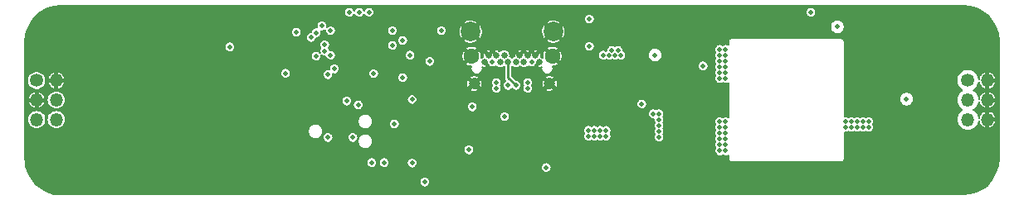
<source format=gbr>
G04 #@! TF.GenerationSoftware,KiCad,Pcbnew,(5.0.1)-rc2*
G04 #@! TF.CreationDate,2019-02-09T17:39:07-08:00*
G04 #@! TF.ProjectId,nixie_bottom_board,6E697869655F626F74746F6D5F626F61,rev?*
G04 #@! TF.SameCoordinates,Original*
G04 #@! TF.FileFunction,Copper,L3,Inr*
G04 #@! TF.FilePolarity,Positive*
%FSLAX46Y46*%
G04 Gerber Fmt 4.6, Leading zero omitted, Abs format (unit mm)*
G04 Created by KiCad (PCBNEW (5.0.1)-rc2) date 2/9/2019 5:39:07 PM*
%MOMM*%
%LPD*%
G01*
G04 APERTURE LIST*
G04 #@! TA.AperFunction,ViaPad*
%ADD10C,1.200000*%
G04 #@! TD*
G04 #@! TA.AperFunction,ViaPad*
%ADD11C,0.650000*%
G04 #@! TD*
G04 #@! TA.AperFunction,ViaPad*
%ADD12C,2.000000*%
G04 #@! TD*
G04 #@! TA.AperFunction,ViaPad*
%ADD13C,1.600000*%
G04 #@! TD*
G04 #@! TA.AperFunction,ViaPad*
%ADD14C,1.350000*%
G04 #@! TD*
G04 #@! TA.AperFunction,ViaPad*
%ADD15O,1.350000X1.350000*%
G04 #@! TD*
G04 #@! TA.AperFunction,ViaPad*
%ADD16C,0.800000*%
G04 #@! TD*
G04 #@! TA.AperFunction,ViaPad*
%ADD17C,4.500000*%
G04 #@! TD*
G04 #@! TA.AperFunction,ViaPad*
%ADD18C,5.000000*%
G04 #@! TD*
G04 #@! TA.AperFunction,ViaPad*
%ADD19C,0.508000*%
G04 #@! TD*
G04 #@! TA.AperFunction,Conductor*
%ADD20C,0.250000*%
G04 #@! TD*
G04 #@! TA.AperFunction,Conductor*
%ADD21C,0.150000*%
G04 #@! TD*
G04 APERTURE END LIST*
D10*
G04 #@! TO.N,GND*
G04 #@! TO.C,J1*
X146155000Y-98310000D03*
X153845000Y-98310000D03*
D11*
X152400000Y-95410000D03*
X151600000Y-95410000D03*
X150800000Y-95410000D03*
G04 #@! TO.N,/CC2*
X149200000Y-95410000D03*
G04 #@! TO.N,GND*
X148400000Y-95410000D03*
X147600000Y-95410000D03*
X152800000Y-96110000D03*
G04 #@! TO.N,VBUS*
X151200000Y-96110000D03*
G04 #@! TO.N,/USB_N*
X150400000Y-96110000D03*
G04 #@! TO.N,/USB_P*
X149600000Y-96110000D03*
G04 #@! TO.N,VBUS*
X148800000Y-96110000D03*
G04 #@! TO.N,GND*
X147200000Y-96110000D03*
D12*
X154220000Y-92995000D03*
X145780000Y-92995000D03*
D13*
X145870000Y-95510000D03*
X154130000Y-95510000D03*
G04 #@! TD*
D14*
G04 #@! TO.N,/VNIXIE*
G04 #@! TO.C,J4*
X101500000Y-98000000D03*
D15*
G04 #@! TO.N,GND*
X103500000Y-98000000D03*
X101500000Y-100000000D03*
G04 #@! TO.N,/SCL*
X103500000Y-100000000D03*
G04 #@! TO.N,/NIXIE_EN*
X101500000Y-102000000D03*
G04 #@! TO.N,/SDA*
X103500000Y-102000000D03*
G04 #@! TD*
D14*
G04 #@! TO.N,/HV_OUT*
G04 #@! TO.C,J3*
X196500000Y-98000000D03*
D15*
G04 #@! TO.N,GND*
X198500000Y-98000000D03*
G04 #@! TO.N,/HV_OUT*
X196500000Y-100000000D03*
G04 #@! TO.N,GND*
X198500000Y-100000000D03*
G04 #@! TO.N,/HV_OUT*
X196500000Y-102000000D03*
G04 #@! TO.N,GND*
X198500000Y-102000000D03*
G04 #@! TD*
D16*
G04 #@! TO.N,GND*
G04 #@! TO.C,MH1*
X104237437Y-91862563D03*
X104750000Y-93100000D03*
X104237437Y-94337437D03*
X103000000Y-94850000D03*
X101762563Y-94337437D03*
X101250000Y-93100000D03*
X101762563Y-91862563D03*
X103000000Y-91350000D03*
D17*
X103000000Y-93100000D03*
G04 #@! TD*
G04 #@! TO.N,GND*
G04 #@! TO.C,MH2*
X103000000Y-107000000D03*
D16*
X103000000Y-105250000D03*
X101762563Y-105762563D03*
X101250000Y-107000000D03*
X101762563Y-108237437D03*
X103000000Y-108750000D03*
X104237437Y-108237437D03*
X104750000Y-107000000D03*
X104237437Y-105762563D03*
G04 #@! TD*
G04 #@! TO.N,GND*
G04 #@! TO.C,MH3*
X198237437Y-91762563D03*
X198750000Y-93000000D03*
X198237437Y-94237437D03*
X197000000Y-94750000D03*
X195762563Y-94237437D03*
X195250000Y-93000000D03*
X195762563Y-91762563D03*
X197000000Y-91250000D03*
D17*
X197000000Y-93000000D03*
G04 #@! TD*
G04 #@! TO.N,GND*
G04 #@! TO.C,MH4*
X197000000Y-107200000D03*
D16*
X197000000Y-105450000D03*
X195762563Y-105962563D03*
X195250000Y-107200000D03*
X195762563Y-108437437D03*
X197000000Y-108950000D03*
X198237437Y-108437437D03*
X198750000Y-107200000D03*
X198237437Y-105962563D03*
G04 #@! TD*
D18*
G04 #@! TO.N,GND*
G04 #@! TO.C,MH6*
X157000000Y-100000000D03*
D16*
X158875000Y-100000000D03*
X158325825Y-101325825D03*
X157000000Y-101875000D03*
X155674175Y-101325825D03*
X155125000Y-100000000D03*
X155674175Y-98674175D03*
X157000000Y-98125000D03*
X158325825Y-98674175D03*
G04 #@! TD*
G04 #@! TO.N,GND*
G04 #@! TO.C,MH5*
X144325825Y-98674175D03*
X143000000Y-98125000D03*
X141674175Y-98674175D03*
X141125000Y-100000000D03*
X141674175Y-101325825D03*
X143000000Y-101875000D03*
X144325825Y-101325825D03*
X144875000Y-100000000D03*
D18*
X143000000Y-100000000D03*
G04 #@! TD*
D19*
G04 #@! TO.N,Net-(Q1-Pad1)*
X171200000Y-105200000D03*
X171800000Y-105200000D03*
X171200000Y-104600000D03*
X171800000Y-104600000D03*
X171200000Y-104000000D03*
X171800000Y-104000000D03*
X171200000Y-103400000D03*
X171800000Y-103400000D03*
X171200000Y-102800000D03*
X171800000Y-102800000D03*
X171200000Y-102200000D03*
X171800000Y-102200000D03*
G04 #@! TO.N,/HV_OUT*
X164600000Y-95400000D03*
X190250000Y-99900000D03*
X183200000Y-92500000D03*
G04 #@! TO.N,VBUS*
X165000000Y-101400000D03*
X164400000Y-101400000D03*
X165000000Y-102000000D03*
X165000000Y-102600000D03*
X165000000Y-103200000D03*
X160200000Y-94900000D03*
X159300000Y-95400000D03*
X159900000Y-95400000D03*
X160500000Y-95400000D03*
X161100000Y-95400000D03*
X160800000Y-94900000D03*
X151600000Y-98200000D03*
X151600000Y-98800000D03*
X148400000Y-98200000D03*
X148400000Y-98800000D03*
X148000000Y-96100000D03*
X165000000Y-103800000D03*
X152000000Y-96100000D03*
X163250000Y-100400000D03*
G04 #@! TO.N,/VDD*
X130600000Y-92400000D03*
X139800000Y-106450000D03*
X145950000Y-100700000D03*
X141100000Y-108400000D03*
X138000000Y-102450000D03*
X139800000Y-99950000D03*
X128000000Y-93050000D03*
X159600000Y-103100000D03*
X159000000Y-103100000D03*
X158400000Y-103100000D03*
X157800000Y-103100000D03*
X138850000Y-97700000D03*
X138850000Y-93900000D03*
X159600000Y-103700000D03*
X159000000Y-103700000D03*
X157800000Y-103700000D03*
X158400000Y-103700000D03*
X131230000Y-103835000D03*
G04 #@! TO.N,/VNIXIE*
X121200000Y-94550000D03*
G04 #@! TO.N,/SCL*
X130000000Y-93100000D03*
X136950000Y-106400000D03*
G04 #@! TO.N,/SDA*
X129500000Y-93600000D03*
X135675000Y-106400000D03*
G04 #@! TO.N,/HV_EN*
X169500000Y-96500000D03*
X157900000Y-94500000D03*
X157900000Y-91700000D03*
G04 #@! TO.N,/SWO*
X131225000Y-97400000D03*
G04 #@! TO.N,/NRST*
X137800000Y-94400000D03*
X145600000Y-105100000D03*
X133770000Y-103835000D03*
X133135000Y-100100000D03*
G04 #@! TO.N,/DAC*
X135400000Y-91000000D03*
X126900000Y-97250000D03*
G04 #@! TO.N,/USB_N*
X149600000Y-98500000D03*
X130900000Y-94325000D03*
G04 #@! TO.N,/USB_P*
X130900000Y-94975000D03*
X150400000Y-98500000D03*
G04 #@! TO.N,Net-(D4-Pad2)*
X184000000Y-102800000D03*
X184600000Y-102800000D03*
X185800000Y-102800000D03*
X186400000Y-102800000D03*
X186400000Y-102200000D03*
X185800000Y-102200000D03*
X184600000Y-102200000D03*
X184000000Y-102200000D03*
X185200000Y-102200000D03*
X185200000Y-102800000D03*
G04 #@! TO.N,/SWDIO*
X131500000Y-95400000D03*
G04 #@! TO.N,/SWCLK*
X131875000Y-96800000D03*
G04 #@! TO.N,GND*
X134500000Y-93800000D03*
X133900000Y-93800000D03*
X133300000Y-93800000D03*
X134500000Y-95500000D03*
X133900000Y-95500000D03*
X133300000Y-95500000D03*
X171900000Y-101300000D03*
X171300000Y-101300000D03*
X167687500Y-99668750D03*
X168512500Y-99668750D03*
X168512500Y-98956250D03*
X167687500Y-98956250D03*
X167687500Y-98243750D03*
X168512500Y-98243750D03*
X168512500Y-97531250D03*
X167687500Y-97531250D03*
X128000000Y-92250000D03*
X166350000Y-100800000D03*
X165750000Y-100800000D03*
X164600000Y-99750000D03*
X164500000Y-92800000D03*
X162100000Y-95200000D03*
X162700000Y-95200000D03*
X163300000Y-95200000D03*
X129800000Y-101300000D03*
X130900000Y-96300000D03*
X137900000Y-97800000D03*
X157900000Y-106700000D03*
X158500000Y-106700000D03*
X159100000Y-106700000D03*
X159700000Y-106700000D03*
X163000000Y-105000000D03*
X163000000Y-105600000D03*
X163000000Y-106200000D03*
X163000000Y-106800000D03*
X163000000Y-107400000D03*
X165100000Y-92800000D03*
X164500000Y-93400000D03*
X165100000Y-93400000D03*
X150000000Y-100700000D03*
X165850000Y-96150000D03*
X166450000Y-96150000D03*
X166450000Y-95550000D03*
X165850000Y-95550000D03*
X151700000Y-102550000D03*
X172600000Y-93500000D03*
X173200000Y-93500000D03*
X173800000Y-93500000D03*
G04 #@! TO.N,/HV_IN*
X171800000Y-94800000D03*
X171200000Y-94800000D03*
X171200000Y-95400000D03*
X171800000Y-95400000D03*
X171800000Y-97200000D03*
X171800000Y-97800000D03*
X171200000Y-97200000D03*
X171200000Y-97800000D03*
X171800000Y-96600000D03*
X171200000Y-96600000D03*
X171200000Y-96000000D03*
X171800000Y-96000000D03*
G04 #@! TO.N,/USB*
X149250000Y-101700000D03*
X134300000Y-100500000D03*
G04 #@! TO.N,/ILM*
X142800000Y-92900000D03*
G04 #@! TO.N,/32kHz*
X139600000Y-95400000D03*
G04 #@! TO.N,/AMP_EN*
X130000000Y-95500000D03*
X133400000Y-91000000D03*
G04 #@! TO.N,/NIXIE_EN*
X134400000Y-91000000D03*
G04 #@! TO.N,/MCO*
X131500000Y-92900000D03*
G04 #@! TO.N,Net-(R2-Pad1)*
X135900000Y-97300000D03*
X153500000Y-106900000D03*
X141600000Y-96050000D03*
G04 #@! TO.N,Net-(R20-Pad2)*
X137800000Y-92900000D03*
X180500000Y-91000000D03*
G04 #@! TO.N,GND*
X157900000Y-106100000D03*
X159100000Y-106100000D03*
X159700000Y-106100000D03*
X158500000Y-106100000D03*
X132500000Y-103835000D03*
X174400000Y-93500000D03*
G04 #@! TD*
D20*
G04 #@! TO.N,/USB_P*
X149600000Y-97700000D02*
X149600000Y-96110000D01*
X150400000Y-98500000D02*
X149600000Y-97700000D01*
G04 #@! TD*
D21*
G04 #@! TO.N,GND*
G36*
X196713508Y-90396518D02*
X197399842Y-90603735D01*
X198032852Y-90940313D01*
X198588433Y-91393434D01*
X199045421Y-91945838D01*
X199386412Y-92576488D01*
X199598412Y-93261352D01*
X199674962Y-93989675D01*
X199675001Y-94000841D01*
X199675000Y-105984103D01*
X199603482Y-106713508D01*
X199396266Y-107399839D01*
X199059687Y-108032852D01*
X198606567Y-108588433D01*
X198054163Y-109045421D01*
X197423512Y-109386412D01*
X196738653Y-109598411D01*
X196010325Y-109674962D01*
X195999447Y-109675000D01*
X104015897Y-109675000D01*
X103286492Y-109603482D01*
X102600161Y-109396266D01*
X101967148Y-109059687D01*
X101411567Y-108606567D01*
X101197578Y-108347898D01*
X140571000Y-108347898D01*
X140571000Y-108452102D01*
X140591329Y-108554304D01*
X140631206Y-108650576D01*
X140689099Y-108737218D01*
X140762782Y-108810901D01*
X140849424Y-108868794D01*
X140945696Y-108908671D01*
X141047898Y-108929000D01*
X141152102Y-108929000D01*
X141254304Y-108908671D01*
X141350576Y-108868794D01*
X141437218Y-108810901D01*
X141510901Y-108737218D01*
X141568794Y-108650576D01*
X141608671Y-108554304D01*
X141629000Y-108452102D01*
X141629000Y-108347898D01*
X141608671Y-108245696D01*
X141568794Y-108149424D01*
X141510901Y-108062782D01*
X141437218Y-107989099D01*
X141350576Y-107931206D01*
X141254304Y-107891329D01*
X141152102Y-107871000D01*
X141047898Y-107871000D01*
X140945696Y-107891329D01*
X140849424Y-107931206D01*
X140762782Y-107989099D01*
X140689099Y-108062782D01*
X140631206Y-108149424D01*
X140591329Y-108245696D01*
X140571000Y-108347898D01*
X101197578Y-108347898D01*
X100954579Y-108054163D01*
X100613588Y-107423512D01*
X100401589Y-106738653D01*
X100360519Y-106347898D01*
X135146000Y-106347898D01*
X135146000Y-106452102D01*
X135166329Y-106554304D01*
X135206206Y-106650576D01*
X135264099Y-106737218D01*
X135337782Y-106810901D01*
X135424424Y-106868794D01*
X135520696Y-106908671D01*
X135622898Y-106929000D01*
X135727102Y-106929000D01*
X135829304Y-106908671D01*
X135925576Y-106868794D01*
X136012218Y-106810901D01*
X136085901Y-106737218D01*
X136143794Y-106650576D01*
X136183671Y-106554304D01*
X136204000Y-106452102D01*
X136204000Y-106347898D01*
X136421000Y-106347898D01*
X136421000Y-106452102D01*
X136441329Y-106554304D01*
X136481206Y-106650576D01*
X136539099Y-106737218D01*
X136612782Y-106810901D01*
X136699424Y-106868794D01*
X136795696Y-106908671D01*
X136897898Y-106929000D01*
X137002102Y-106929000D01*
X137104304Y-106908671D01*
X137200576Y-106868794D01*
X137287218Y-106810901D01*
X137360901Y-106737218D01*
X137418794Y-106650576D01*
X137458671Y-106554304D01*
X137479000Y-106452102D01*
X137479000Y-106397898D01*
X139271000Y-106397898D01*
X139271000Y-106502102D01*
X139291329Y-106604304D01*
X139331206Y-106700576D01*
X139389099Y-106787218D01*
X139462782Y-106860901D01*
X139549424Y-106918794D01*
X139645696Y-106958671D01*
X139747898Y-106979000D01*
X139852102Y-106979000D01*
X139954304Y-106958671D01*
X140050576Y-106918794D01*
X140137218Y-106860901D01*
X140150221Y-106847898D01*
X152971000Y-106847898D01*
X152971000Y-106952102D01*
X152991329Y-107054304D01*
X153031206Y-107150576D01*
X153089099Y-107237218D01*
X153162782Y-107310901D01*
X153249424Y-107368794D01*
X153345696Y-107408671D01*
X153447898Y-107429000D01*
X153552102Y-107429000D01*
X153654304Y-107408671D01*
X153750576Y-107368794D01*
X153837218Y-107310901D01*
X153910901Y-107237218D01*
X153968794Y-107150576D01*
X154008671Y-107054304D01*
X154029000Y-106952102D01*
X154029000Y-106847898D01*
X154008671Y-106745696D01*
X153968794Y-106649424D01*
X153910901Y-106562782D01*
X153837218Y-106489099D01*
X153750576Y-106431206D01*
X153654304Y-106391329D01*
X153552102Y-106371000D01*
X153447898Y-106371000D01*
X153345696Y-106391329D01*
X153249424Y-106431206D01*
X153162782Y-106489099D01*
X153089099Y-106562782D01*
X153031206Y-106649424D01*
X152991329Y-106745696D01*
X152971000Y-106847898D01*
X140150221Y-106847898D01*
X140210901Y-106787218D01*
X140268794Y-106700576D01*
X140308671Y-106604304D01*
X140329000Y-106502102D01*
X140329000Y-106397898D01*
X140308671Y-106295696D01*
X140268794Y-106199424D01*
X140210901Y-106112782D01*
X140137218Y-106039099D01*
X140050576Y-105981206D01*
X139954304Y-105941329D01*
X139852102Y-105921000D01*
X139747898Y-105921000D01*
X139645696Y-105941329D01*
X139549424Y-105981206D01*
X139462782Y-106039099D01*
X139389099Y-106112782D01*
X139331206Y-106199424D01*
X139291329Y-106295696D01*
X139271000Y-106397898D01*
X137479000Y-106397898D01*
X137479000Y-106347898D01*
X137458671Y-106245696D01*
X137418794Y-106149424D01*
X137360901Y-106062782D01*
X137287218Y-105989099D01*
X137200576Y-105931206D01*
X137104304Y-105891329D01*
X137002102Y-105871000D01*
X136897898Y-105871000D01*
X136795696Y-105891329D01*
X136699424Y-105931206D01*
X136612782Y-105989099D01*
X136539099Y-106062782D01*
X136481206Y-106149424D01*
X136441329Y-106245696D01*
X136421000Y-106347898D01*
X136204000Y-106347898D01*
X136183671Y-106245696D01*
X136143794Y-106149424D01*
X136085901Y-106062782D01*
X136012218Y-105989099D01*
X135925576Y-105931206D01*
X135829304Y-105891329D01*
X135727102Y-105871000D01*
X135622898Y-105871000D01*
X135520696Y-105891329D01*
X135424424Y-105931206D01*
X135337782Y-105989099D01*
X135264099Y-106062782D01*
X135206206Y-106149424D01*
X135166329Y-106245696D01*
X135146000Y-106347898D01*
X100360519Y-106347898D01*
X100325038Y-106010325D01*
X100325000Y-105999447D01*
X100325000Y-105047898D01*
X145071000Y-105047898D01*
X145071000Y-105152102D01*
X145091329Y-105254304D01*
X145131206Y-105350576D01*
X145189099Y-105437218D01*
X145262782Y-105510901D01*
X145349424Y-105568794D01*
X145445696Y-105608671D01*
X145547898Y-105629000D01*
X145652102Y-105629000D01*
X145754304Y-105608671D01*
X145850576Y-105568794D01*
X145937218Y-105510901D01*
X146010901Y-105437218D01*
X146068794Y-105350576D01*
X146108671Y-105254304D01*
X146129000Y-105152102D01*
X146129000Y-105047898D01*
X146108671Y-104945696D01*
X146068794Y-104849424D01*
X146010901Y-104762782D01*
X145937218Y-104689099D01*
X145850576Y-104631206D01*
X145754304Y-104591329D01*
X145652102Y-104571000D01*
X145547898Y-104571000D01*
X145445696Y-104591329D01*
X145349424Y-104631206D01*
X145262782Y-104689099D01*
X145189099Y-104762782D01*
X145131206Y-104849424D01*
X145091329Y-104945696D01*
X145071000Y-105047898D01*
X100325000Y-105047898D01*
X100325000Y-103124132D01*
X129189700Y-103124132D01*
X129189700Y-103275868D01*
X129219302Y-103424688D01*
X129277369Y-103564874D01*
X129361669Y-103691038D01*
X129468962Y-103798331D01*
X129595126Y-103882631D01*
X129735312Y-103940698D01*
X129884132Y-103970300D01*
X130035868Y-103970300D01*
X130184688Y-103940698D01*
X130324874Y-103882631D01*
X130451038Y-103798331D01*
X130466471Y-103782898D01*
X130701000Y-103782898D01*
X130701000Y-103887102D01*
X130721329Y-103989304D01*
X130761206Y-104085576D01*
X130819099Y-104172218D01*
X130892782Y-104245901D01*
X130979424Y-104303794D01*
X131075696Y-104343671D01*
X131177898Y-104364000D01*
X131282102Y-104364000D01*
X131384304Y-104343671D01*
X131480576Y-104303794D01*
X131567218Y-104245901D01*
X131640901Y-104172218D01*
X131698794Y-104085576D01*
X131738671Y-103989304D01*
X131759000Y-103887102D01*
X131759000Y-103782898D01*
X133241000Y-103782898D01*
X133241000Y-103887102D01*
X133261329Y-103989304D01*
X133301206Y-104085576D01*
X133359099Y-104172218D01*
X133432782Y-104245901D01*
X133519424Y-104303794D01*
X133615696Y-104343671D01*
X133717898Y-104364000D01*
X133822102Y-104364000D01*
X133924304Y-104343671D01*
X134020576Y-104303794D01*
X134107218Y-104245901D01*
X134180901Y-104172218D01*
X134202340Y-104140132D01*
X134269700Y-104140132D01*
X134269700Y-104291868D01*
X134299302Y-104440688D01*
X134357369Y-104580874D01*
X134441669Y-104707038D01*
X134548962Y-104814331D01*
X134675126Y-104898631D01*
X134815312Y-104956698D01*
X134964132Y-104986300D01*
X135115868Y-104986300D01*
X135264688Y-104956698D01*
X135404874Y-104898631D01*
X135531038Y-104814331D01*
X135638331Y-104707038D01*
X135722631Y-104580874D01*
X135780698Y-104440688D01*
X135810300Y-104291868D01*
X135810300Y-104140132D01*
X135780698Y-103991312D01*
X135722631Y-103851126D01*
X135638331Y-103724962D01*
X135531038Y-103617669D01*
X135404874Y-103533369D01*
X135264688Y-103475302D01*
X135115868Y-103445700D01*
X134964132Y-103445700D01*
X134815312Y-103475302D01*
X134675126Y-103533369D01*
X134548962Y-103617669D01*
X134441669Y-103724962D01*
X134357369Y-103851126D01*
X134299302Y-103991312D01*
X134269700Y-104140132D01*
X134202340Y-104140132D01*
X134238794Y-104085576D01*
X134278671Y-103989304D01*
X134299000Y-103887102D01*
X134299000Y-103782898D01*
X134278671Y-103680696D01*
X134238794Y-103584424D01*
X134180901Y-103497782D01*
X134107218Y-103424099D01*
X134020576Y-103366206D01*
X133924304Y-103326329D01*
X133822102Y-103306000D01*
X133717898Y-103306000D01*
X133615696Y-103326329D01*
X133519424Y-103366206D01*
X133432782Y-103424099D01*
X133359099Y-103497782D01*
X133301206Y-103584424D01*
X133261329Y-103680696D01*
X133241000Y-103782898D01*
X131759000Y-103782898D01*
X131738671Y-103680696D01*
X131698794Y-103584424D01*
X131640901Y-103497782D01*
X131567218Y-103424099D01*
X131480576Y-103366206D01*
X131384304Y-103326329D01*
X131282102Y-103306000D01*
X131177898Y-103306000D01*
X131075696Y-103326329D01*
X130979424Y-103366206D01*
X130892782Y-103424099D01*
X130819099Y-103497782D01*
X130761206Y-103584424D01*
X130721329Y-103680696D01*
X130701000Y-103782898D01*
X130466471Y-103782898D01*
X130558331Y-103691038D01*
X130642631Y-103564874D01*
X130700698Y-103424688D01*
X130730300Y-103275868D01*
X130730300Y-103124132D01*
X130715137Y-103047898D01*
X157271000Y-103047898D01*
X157271000Y-103152102D01*
X157291329Y-103254304D01*
X157331206Y-103350576D01*
X157364230Y-103400000D01*
X157331206Y-103449424D01*
X157291329Y-103545696D01*
X157271000Y-103647898D01*
X157271000Y-103752102D01*
X157291329Y-103854304D01*
X157331206Y-103950576D01*
X157389099Y-104037218D01*
X157462782Y-104110901D01*
X157549424Y-104168794D01*
X157645696Y-104208671D01*
X157747898Y-104229000D01*
X157852102Y-104229000D01*
X157954304Y-104208671D01*
X158050576Y-104168794D01*
X158100000Y-104135770D01*
X158149424Y-104168794D01*
X158245696Y-104208671D01*
X158347898Y-104229000D01*
X158452102Y-104229000D01*
X158554304Y-104208671D01*
X158650576Y-104168794D01*
X158700000Y-104135770D01*
X158749424Y-104168794D01*
X158845696Y-104208671D01*
X158947898Y-104229000D01*
X159052102Y-104229000D01*
X159154304Y-104208671D01*
X159250576Y-104168794D01*
X159300000Y-104135770D01*
X159349424Y-104168794D01*
X159445696Y-104208671D01*
X159547898Y-104229000D01*
X159652102Y-104229000D01*
X159754304Y-104208671D01*
X159850576Y-104168794D01*
X159937218Y-104110901D01*
X160010901Y-104037218D01*
X160068794Y-103950576D01*
X160108671Y-103854304D01*
X160129000Y-103752102D01*
X160129000Y-103647898D01*
X160108671Y-103545696D01*
X160068794Y-103449424D01*
X160035770Y-103400000D01*
X160068794Y-103350576D01*
X160108671Y-103254304D01*
X160129000Y-103152102D01*
X160129000Y-103047898D01*
X160108671Y-102945696D01*
X160068794Y-102849424D01*
X160010901Y-102762782D01*
X159937218Y-102689099D01*
X159850576Y-102631206D01*
X159754304Y-102591329D01*
X159652102Y-102571000D01*
X159547898Y-102571000D01*
X159445696Y-102591329D01*
X159349424Y-102631206D01*
X159300000Y-102664230D01*
X159250576Y-102631206D01*
X159154304Y-102591329D01*
X159052102Y-102571000D01*
X158947898Y-102571000D01*
X158845696Y-102591329D01*
X158749424Y-102631206D01*
X158700000Y-102664230D01*
X158650576Y-102631206D01*
X158554304Y-102591329D01*
X158452102Y-102571000D01*
X158347898Y-102571000D01*
X158245696Y-102591329D01*
X158149424Y-102631206D01*
X158100000Y-102664230D01*
X158050576Y-102631206D01*
X157954304Y-102591329D01*
X157852102Y-102571000D01*
X157747898Y-102571000D01*
X157645696Y-102591329D01*
X157549424Y-102631206D01*
X157462782Y-102689099D01*
X157389099Y-102762782D01*
X157331206Y-102849424D01*
X157291329Y-102945696D01*
X157271000Y-103047898D01*
X130715137Y-103047898D01*
X130700698Y-102975312D01*
X130642631Y-102835126D01*
X130558331Y-102708962D01*
X130451038Y-102601669D01*
X130324874Y-102517369D01*
X130184688Y-102459302D01*
X130035868Y-102429700D01*
X129884132Y-102429700D01*
X129735312Y-102459302D01*
X129595126Y-102517369D01*
X129468962Y-102601669D01*
X129361669Y-102708962D01*
X129277369Y-102835126D01*
X129219302Y-102975312D01*
X129189700Y-103124132D01*
X100325000Y-103124132D01*
X100325000Y-102000000D01*
X100545404Y-102000000D01*
X100563746Y-102186232D01*
X100618068Y-102365308D01*
X100706282Y-102530345D01*
X100824999Y-102675001D01*
X100969655Y-102793718D01*
X101134692Y-102881932D01*
X101313768Y-102936254D01*
X101453335Y-102950000D01*
X101546665Y-102950000D01*
X101686232Y-102936254D01*
X101865308Y-102881932D01*
X102030345Y-102793718D01*
X102175001Y-102675001D01*
X102293718Y-102530345D01*
X102381932Y-102365308D01*
X102436254Y-102186232D01*
X102454596Y-102000000D01*
X102545404Y-102000000D01*
X102563746Y-102186232D01*
X102618068Y-102365308D01*
X102706282Y-102530345D01*
X102824999Y-102675001D01*
X102969655Y-102793718D01*
X103134692Y-102881932D01*
X103313768Y-102936254D01*
X103453335Y-102950000D01*
X103546665Y-102950000D01*
X103686232Y-102936254D01*
X103865308Y-102881932D01*
X104030345Y-102793718D01*
X104175001Y-102675001D01*
X104293718Y-102530345D01*
X104381932Y-102365308D01*
X104436254Y-102186232D01*
X104443946Y-102108132D01*
X134269700Y-102108132D01*
X134269700Y-102259868D01*
X134299302Y-102408688D01*
X134357369Y-102548874D01*
X134441669Y-102675038D01*
X134548962Y-102782331D01*
X134675126Y-102866631D01*
X134815312Y-102924698D01*
X134964132Y-102954300D01*
X135115868Y-102954300D01*
X135264688Y-102924698D01*
X135404874Y-102866631D01*
X135531038Y-102782331D01*
X135638331Y-102675038D01*
X135722631Y-102548874D01*
X135780698Y-102408688D01*
X135782844Y-102397898D01*
X137471000Y-102397898D01*
X137471000Y-102502102D01*
X137491329Y-102604304D01*
X137531206Y-102700576D01*
X137589099Y-102787218D01*
X137662782Y-102860901D01*
X137749424Y-102918794D01*
X137845696Y-102958671D01*
X137947898Y-102979000D01*
X138052102Y-102979000D01*
X138154304Y-102958671D01*
X138250576Y-102918794D01*
X138337218Y-102860901D01*
X138410901Y-102787218D01*
X138468794Y-102700576D01*
X138508671Y-102604304D01*
X138529000Y-102502102D01*
X138529000Y-102397898D01*
X138508671Y-102295696D01*
X138468794Y-102199424D01*
X138410901Y-102112782D01*
X138337218Y-102039099D01*
X138250576Y-101981206D01*
X138154304Y-101941329D01*
X138052102Y-101921000D01*
X137947898Y-101921000D01*
X137845696Y-101941329D01*
X137749424Y-101981206D01*
X137662782Y-102039099D01*
X137589099Y-102112782D01*
X137531206Y-102199424D01*
X137491329Y-102295696D01*
X137471000Y-102397898D01*
X135782844Y-102397898D01*
X135810300Y-102259868D01*
X135810300Y-102108132D01*
X135780698Y-101959312D01*
X135722631Y-101819126D01*
X135638331Y-101692962D01*
X135593267Y-101647898D01*
X148721000Y-101647898D01*
X148721000Y-101752102D01*
X148741329Y-101854304D01*
X148781206Y-101950576D01*
X148839099Y-102037218D01*
X148912782Y-102110901D01*
X148999424Y-102168794D01*
X149095696Y-102208671D01*
X149197898Y-102229000D01*
X149302102Y-102229000D01*
X149404304Y-102208671D01*
X149500576Y-102168794D01*
X149587218Y-102110901D01*
X149660901Y-102037218D01*
X149718794Y-101950576D01*
X149758671Y-101854304D01*
X149779000Y-101752102D01*
X149779000Y-101647898D01*
X149758671Y-101545696D01*
X149718794Y-101449424D01*
X149660901Y-101362782D01*
X149646017Y-101347898D01*
X163871000Y-101347898D01*
X163871000Y-101452102D01*
X163891329Y-101554304D01*
X163931206Y-101650576D01*
X163989099Y-101737218D01*
X164062782Y-101810901D01*
X164149424Y-101868794D01*
X164245696Y-101908671D01*
X164347898Y-101929000D01*
X164452102Y-101929000D01*
X164475692Y-101924308D01*
X164471000Y-101947898D01*
X164471000Y-102052102D01*
X164491329Y-102154304D01*
X164531206Y-102250576D01*
X164564230Y-102300000D01*
X164531206Y-102349424D01*
X164491329Y-102445696D01*
X164471000Y-102547898D01*
X164471000Y-102652102D01*
X164491329Y-102754304D01*
X164531206Y-102850576D01*
X164564230Y-102900000D01*
X164531206Y-102949424D01*
X164491329Y-103045696D01*
X164471000Y-103147898D01*
X164471000Y-103252102D01*
X164491329Y-103354304D01*
X164531206Y-103450576D01*
X164564230Y-103500000D01*
X164531206Y-103549424D01*
X164491329Y-103645696D01*
X164471000Y-103747898D01*
X164471000Y-103852102D01*
X164491329Y-103954304D01*
X164531206Y-104050576D01*
X164589099Y-104137218D01*
X164662782Y-104210901D01*
X164749424Y-104268794D01*
X164845696Y-104308671D01*
X164947898Y-104329000D01*
X165052102Y-104329000D01*
X165154304Y-104308671D01*
X165250576Y-104268794D01*
X165337218Y-104210901D01*
X165410901Y-104137218D01*
X165468794Y-104050576D01*
X165508671Y-103954304D01*
X165529000Y-103852102D01*
X165529000Y-103747898D01*
X165508671Y-103645696D01*
X165468794Y-103549424D01*
X165435770Y-103500000D01*
X165468794Y-103450576D01*
X165508671Y-103354304D01*
X165529000Y-103252102D01*
X165529000Y-103147898D01*
X165508671Y-103045696D01*
X165468794Y-102949424D01*
X165435770Y-102900000D01*
X165468794Y-102850576D01*
X165508671Y-102754304D01*
X165529000Y-102652102D01*
X165529000Y-102547898D01*
X165508671Y-102445696D01*
X165468794Y-102349424D01*
X165435770Y-102300000D01*
X165468794Y-102250576D01*
X165508671Y-102154304D01*
X165529000Y-102052102D01*
X165529000Y-101947898D01*
X165508671Y-101845696D01*
X165468794Y-101749424D01*
X165435770Y-101700000D01*
X165468794Y-101650576D01*
X165508671Y-101554304D01*
X165529000Y-101452102D01*
X165529000Y-101347898D01*
X165508671Y-101245696D01*
X165468794Y-101149424D01*
X165410901Y-101062782D01*
X165337218Y-100989099D01*
X165250576Y-100931206D01*
X165154304Y-100891329D01*
X165052102Y-100871000D01*
X164947898Y-100871000D01*
X164845696Y-100891329D01*
X164749424Y-100931206D01*
X164700000Y-100964230D01*
X164650576Y-100931206D01*
X164554304Y-100891329D01*
X164452102Y-100871000D01*
X164347898Y-100871000D01*
X164245696Y-100891329D01*
X164149424Y-100931206D01*
X164062782Y-100989099D01*
X163989099Y-101062782D01*
X163931206Y-101149424D01*
X163891329Y-101245696D01*
X163871000Y-101347898D01*
X149646017Y-101347898D01*
X149587218Y-101289099D01*
X149500576Y-101231206D01*
X149404304Y-101191329D01*
X149302102Y-101171000D01*
X149197898Y-101171000D01*
X149095696Y-101191329D01*
X148999424Y-101231206D01*
X148912782Y-101289099D01*
X148839099Y-101362782D01*
X148781206Y-101449424D01*
X148741329Y-101545696D01*
X148721000Y-101647898D01*
X135593267Y-101647898D01*
X135531038Y-101585669D01*
X135404874Y-101501369D01*
X135264688Y-101443302D01*
X135115868Y-101413700D01*
X134964132Y-101413700D01*
X134815312Y-101443302D01*
X134675126Y-101501369D01*
X134548962Y-101585669D01*
X134441669Y-101692962D01*
X134357369Y-101819126D01*
X134299302Y-101959312D01*
X134269700Y-102108132D01*
X104443946Y-102108132D01*
X104454596Y-102000000D01*
X104436254Y-101813768D01*
X104381932Y-101634692D01*
X104293718Y-101469655D01*
X104175001Y-101324999D01*
X104030345Y-101206282D01*
X103865308Y-101118068D01*
X103686232Y-101063746D01*
X103546665Y-101050000D01*
X103453335Y-101050000D01*
X103313768Y-101063746D01*
X103134692Y-101118068D01*
X102969655Y-101206282D01*
X102824999Y-101324999D01*
X102706282Y-101469655D01*
X102618068Y-101634692D01*
X102563746Y-101813768D01*
X102545404Y-102000000D01*
X102454596Y-102000000D01*
X102436254Y-101813768D01*
X102381932Y-101634692D01*
X102293718Y-101469655D01*
X102175001Y-101324999D01*
X102030345Y-101206282D01*
X101865308Y-101118068D01*
X101686232Y-101063746D01*
X101546665Y-101050000D01*
X101453335Y-101050000D01*
X101313768Y-101063746D01*
X101134692Y-101118068D01*
X100969655Y-101206282D01*
X100824999Y-101324999D01*
X100706282Y-101469655D01*
X100618068Y-101634692D01*
X100563746Y-101813768D01*
X100545404Y-102000000D01*
X100325000Y-102000000D01*
X100325000Y-100262887D01*
X100639250Y-100262887D01*
X100705462Y-100422758D01*
X100803205Y-100569641D01*
X100927725Y-100694633D01*
X101074237Y-100792931D01*
X101237111Y-100860757D01*
X101375000Y-100835035D01*
X101375000Y-100125000D01*
X101625000Y-100125000D01*
X101625000Y-100835035D01*
X101762889Y-100860757D01*
X101925763Y-100792931D01*
X102072275Y-100694633D01*
X102196795Y-100569641D01*
X102294538Y-100422758D01*
X102360750Y-100262887D01*
X102334439Y-100125000D01*
X101625000Y-100125000D01*
X101375000Y-100125000D01*
X100665561Y-100125000D01*
X100639250Y-100262887D01*
X100325000Y-100262887D01*
X100325000Y-100000000D01*
X102545404Y-100000000D01*
X102563746Y-100186232D01*
X102618068Y-100365308D01*
X102706282Y-100530345D01*
X102824999Y-100675001D01*
X102969655Y-100793718D01*
X103134692Y-100881932D01*
X103313768Y-100936254D01*
X103453335Y-100950000D01*
X103546665Y-100950000D01*
X103686232Y-100936254D01*
X103865308Y-100881932D01*
X104030345Y-100793718D01*
X104175001Y-100675001D01*
X104293718Y-100530345D01*
X104381932Y-100365308D01*
X104436254Y-100186232D01*
X104449878Y-100047898D01*
X132606000Y-100047898D01*
X132606000Y-100152102D01*
X132626329Y-100254304D01*
X132666206Y-100350576D01*
X132724099Y-100437218D01*
X132797782Y-100510901D01*
X132884424Y-100568794D01*
X132980696Y-100608671D01*
X133082898Y-100629000D01*
X133187102Y-100629000D01*
X133289304Y-100608671D01*
X133385576Y-100568794D01*
X133472218Y-100510901D01*
X133535221Y-100447898D01*
X133771000Y-100447898D01*
X133771000Y-100552102D01*
X133791329Y-100654304D01*
X133831206Y-100750576D01*
X133889099Y-100837218D01*
X133962782Y-100910901D01*
X134049424Y-100968794D01*
X134145696Y-101008671D01*
X134247898Y-101029000D01*
X134352102Y-101029000D01*
X134454304Y-101008671D01*
X134550576Y-100968794D01*
X134637218Y-100910901D01*
X134710901Y-100837218D01*
X134768794Y-100750576D01*
X134808671Y-100654304D01*
X134809945Y-100647898D01*
X145421000Y-100647898D01*
X145421000Y-100752102D01*
X145441329Y-100854304D01*
X145481206Y-100950576D01*
X145539099Y-101037218D01*
X145612782Y-101110901D01*
X145699424Y-101168794D01*
X145795696Y-101208671D01*
X145897898Y-101229000D01*
X146002102Y-101229000D01*
X146104304Y-101208671D01*
X146200576Y-101168794D01*
X146287218Y-101110901D01*
X146360901Y-101037218D01*
X146418794Y-100950576D01*
X146458671Y-100854304D01*
X146479000Y-100752102D01*
X146479000Y-100647898D01*
X146458671Y-100545696D01*
X146418794Y-100449424D01*
X146360901Y-100362782D01*
X146346017Y-100347898D01*
X162721000Y-100347898D01*
X162721000Y-100452102D01*
X162741329Y-100554304D01*
X162781206Y-100650576D01*
X162839099Y-100737218D01*
X162912782Y-100810901D01*
X162999424Y-100868794D01*
X163095696Y-100908671D01*
X163197898Y-100929000D01*
X163302102Y-100929000D01*
X163404304Y-100908671D01*
X163500576Y-100868794D01*
X163587218Y-100810901D01*
X163660901Y-100737218D01*
X163718794Y-100650576D01*
X163758671Y-100554304D01*
X163779000Y-100452102D01*
X163779000Y-100347898D01*
X163758671Y-100245696D01*
X163718794Y-100149424D01*
X163660901Y-100062782D01*
X163587218Y-99989099D01*
X163500576Y-99931206D01*
X163404304Y-99891329D01*
X163302102Y-99871000D01*
X163197898Y-99871000D01*
X163095696Y-99891329D01*
X162999424Y-99931206D01*
X162912782Y-99989099D01*
X162839099Y-100062782D01*
X162781206Y-100149424D01*
X162741329Y-100245696D01*
X162721000Y-100347898D01*
X146346017Y-100347898D01*
X146287218Y-100289099D01*
X146200576Y-100231206D01*
X146104304Y-100191329D01*
X146002102Y-100171000D01*
X145897898Y-100171000D01*
X145795696Y-100191329D01*
X145699424Y-100231206D01*
X145612782Y-100289099D01*
X145539099Y-100362782D01*
X145481206Y-100449424D01*
X145441329Y-100545696D01*
X145421000Y-100647898D01*
X134809945Y-100647898D01*
X134829000Y-100552102D01*
X134829000Y-100447898D01*
X134808671Y-100345696D01*
X134768794Y-100249424D01*
X134710901Y-100162782D01*
X134637218Y-100089099D01*
X134550576Y-100031206D01*
X134454304Y-99991329D01*
X134352102Y-99971000D01*
X134247898Y-99971000D01*
X134145696Y-99991329D01*
X134049424Y-100031206D01*
X133962782Y-100089099D01*
X133889099Y-100162782D01*
X133831206Y-100249424D01*
X133791329Y-100345696D01*
X133771000Y-100447898D01*
X133535221Y-100447898D01*
X133545901Y-100437218D01*
X133603794Y-100350576D01*
X133643671Y-100254304D01*
X133664000Y-100152102D01*
X133664000Y-100047898D01*
X133643671Y-99945696D01*
X133623873Y-99897898D01*
X139271000Y-99897898D01*
X139271000Y-100002102D01*
X139291329Y-100104304D01*
X139331206Y-100200576D01*
X139389099Y-100287218D01*
X139462782Y-100360901D01*
X139549424Y-100418794D01*
X139645696Y-100458671D01*
X139747898Y-100479000D01*
X139852102Y-100479000D01*
X139954304Y-100458671D01*
X140050576Y-100418794D01*
X140137218Y-100360901D01*
X140210901Y-100287218D01*
X140268794Y-100200576D01*
X140308671Y-100104304D01*
X140329000Y-100002102D01*
X140329000Y-99897898D01*
X140308671Y-99795696D01*
X140268794Y-99699424D01*
X140210901Y-99612782D01*
X140137218Y-99539099D01*
X140050576Y-99481206D01*
X139954304Y-99441329D01*
X139852102Y-99421000D01*
X139747898Y-99421000D01*
X139645696Y-99441329D01*
X139549424Y-99481206D01*
X139462782Y-99539099D01*
X139389099Y-99612782D01*
X139331206Y-99699424D01*
X139291329Y-99795696D01*
X139271000Y-99897898D01*
X133623873Y-99897898D01*
X133603794Y-99849424D01*
X133545901Y-99762782D01*
X133472218Y-99689099D01*
X133385576Y-99631206D01*
X133289304Y-99591329D01*
X133187102Y-99571000D01*
X133082898Y-99571000D01*
X132980696Y-99591329D01*
X132884424Y-99631206D01*
X132797782Y-99689099D01*
X132724099Y-99762782D01*
X132666206Y-99849424D01*
X132626329Y-99945696D01*
X132606000Y-100047898D01*
X104449878Y-100047898D01*
X104454596Y-100000000D01*
X104436254Y-99813768D01*
X104381932Y-99634692D01*
X104293718Y-99469655D01*
X104175001Y-99324999D01*
X104030345Y-99206282D01*
X103865308Y-99118068D01*
X103686232Y-99063746D01*
X103546665Y-99050000D01*
X103453335Y-99050000D01*
X103313768Y-99063746D01*
X103134692Y-99118068D01*
X102969655Y-99206282D01*
X102824999Y-99324999D01*
X102706282Y-99469655D01*
X102618068Y-99634692D01*
X102563746Y-99813768D01*
X102545404Y-100000000D01*
X100325000Y-100000000D01*
X100325000Y-99737113D01*
X100639250Y-99737113D01*
X100665561Y-99875000D01*
X101375000Y-99875000D01*
X101375000Y-99164965D01*
X101625000Y-99164965D01*
X101625000Y-99875000D01*
X102334439Y-99875000D01*
X102360750Y-99737113D01*
X102294538Y-99577242D01*
X102196795Y-99430359D01*
X102072275Y-99305367D01*
X101925763Y-99207069D01*
X101762889Y-99139243D01*
X101625000Y-99164965D01*
X101375000Y-99164965D01*
X101237111Y-99139243D01*
X101074237Y-99207069D01*
X100927725Y-99305367D01*
X100803205Y-99430359D01*
X100705462Y-99577242D01*
X100639250Y-99737113D01*
X100325000Y-99737113D01*
X100325000Y-97906433D01*
X100550000Y-97906433D01*
X100550000Y-98093567D01*
X100586508Y-98277105D01*
X100658121Y-98449994D01*
X100762087Y-98605590D01*
X100894410Y-98737913D01*
X101050006Y-98841879D01*
X101222895Y-98913492D01*
X101406433Y-98950000D01*
X101593567Y-98950000D01*
X101655890Y-98937603D01*
X145704173Y-98937603D01*
X145774429Y-99046474D01*
X145925420Y-99106568D01*
X146085234Y-99136051D01*
X146247729Y-99133789D01*
X146406661Y-99099869D01*
X146535571Y-99046474D01*
X146605827Y-98937603D01*
X146155000Y-98486777D01*
X145704173Y-98937603D01*
X101655890Y-98937603D01*
X101777105Y-98913492D01*
X101949994Y-98841879D01*
X102105590Y-98737913D01*
X102237913Y-98605590D01*
X102341879Y-98449994D01*
X102413492Y-98277105D01*
X102416320Y-98262887D01*
X102639250Y-98262887D01*
X102705462Y-98422758D01*
X102803205Y-98569641D01*
X102927725Y-98694633D01*
X103074237Y-98792931D01*
X103237111Y-98860757D01*
X103375000Y-98835035D01*
X103375000Y-98125000D01*
X103625000Y-98125000D01*
X103625000Y-98835035D01*
X103762889Y-98860757D01*
X103925763Y-98792931D01*
X104072275Y-98694633D01*
X104196795Y-98569641D01*
X104294538Y-98422758D01*
X104360750Y-98262887D01*
X104356428Y-98240234D01*
X145328949Y-98240234D01*
X145331211Y-98402729D01*
X145365131Y-98561661D01*
X145418526Y-98690571D01*
X145527397Y-98760827D01*
X145978223Y-98310000D01*
X146331777Y-98310000D01*
X146782603Y-98760827D01*
X146891474Y-98690571D01*
X146951568Y-98539580D01*
X146981051Y-98379766D01*
X146978789Y-98217271D01*
X146963984Y-98147898D01*
X147871000Y-98147898D01*
X147871000Y-98252102D01*
X147891329Y-98354304D01*
X147931206Y-98450576D01*
X147964230Y-98500000D01*
X147931206Y-98549424D01*
X147891329Y-98645696D01*
X147871000Y-98747898D01*
X147871000Y-98852102D01*
X147891329Y-98954304D01*
X147931206Y-99050576D01*
X147989099Y-99137218D01*
X148062782Y-99210901D01*
X148149424Y-99268794D01*
X148245696Y-99308671D01*
X148347898Y-99329000D01*
X148452102Y-99329000D01*
X148554304Y-99308671D01*
X148650576Y-99268794D01*
X148737218Y-99210901D01*
X148810901Y-99137218D01*
X148868794Y-99050576D01*
X148908671Y-98954304D01*
X148929000Y-98852102D01*
X148929000Y-98747898D01*
X148908671Y-98645696D01*
X148868794Y-98549424D01*
X148835770Y-98500000D01*
X148868794Y-98450576D01*
X148908671Y-98354304D01*
X148929000Y-98252102D01*
X148929000Y-98147898D01*
X148908671Y-98045696D01*
X148868794Y-97949424D01*
X148810901Y-97862782D01*
X148737218Y-97789099D01*
X148650576Y-97731206D01*
X148554304Y-97691329D01*
X148452102Y-97671000D01*
X148347898Y-97671000D01*
X148245696Y-97691329D01*
X148149424Y-97731206D01*
X148062782Y-97789099D01*
X147989099Y-97862782D01*
X147931206Y-97949424D01*
X147891329Y-98045696D01*
X147871000Y-98147898D01*
X146963984Y-98147898D01*
X146944869Y-98058339D01*
X146891474Y-97929429D01*
X146782603Y-97859173D01*
X146331777Y-98310000D01*
X145978223Y-98310000D01*
X145527397Y-97859173D01*
X145418526Y-97929429D01*
X145358432Y-98080420D01*
X145328949Y-98240234D01*
X104356428Y-98240234D01*
X104334439Y-98125000D01*
X103625000Y-98125000D01*
X103375000Y-98125000D01*
X102665561Y-98125000D01*
X102639250Y-98262887D01*
X102416320Y-98262887D01*
X102450000Y-98093567D01*
X102450000Y-97906433D01*
X102416321Y-97737113D01*
X102639250Y-97737113D01*
X102665561Y-97875000D01*
X103375000Y-97875000D01*
X103375000Y-97164965D01*
X103625000Y-97164965D01*
X103625000Y-97875000D01*
X104334439Y-97875000D01*
X104360750Y-97737113D01*
X104294538Y-97577242D01*
X104196795Y-97430359D01*
X104072275Y-97305367D01*
X103925763Y-97207069D01*
X103903741Y-97197898D01*
X126371000Y-97197898D01*
X126371000Y-97302102D01*
X126391329Y-97404304D01*
X126431206Y-97500576D01*
X126489099Y-97587218D01*
X126562782Y-97660901D01*
X126649424Y-97718794D01*
X126745696Y-97758671D01*
X126847898Y-97779000D01*
X126952102Y-97779000D01*
X127054304Y-97758671D01*
X127150576Y-97718794D01*
X127237218Y-97660901D01*
X127310901Y-97587218D01*
X127368794Y-97500576D01*
X127408671Y-97404304D01*
X127419890Y-97347898D01*
X130696000Y-97347898D01*
X130696000Y-97452102D01*
X130716329Y-97554304D01*
X130756206Y-97650576D01*
X130814099Y-97737218D01*
X130887782Y-97810901D01*
X130974424Y-97868794D01*
X131070696Y-97908671D01*
X131172898Y-97929000D01*
X131277102Y-97929000D01*
X131379304Y-97908671D01*
X131475576Y-97868794D01*
X131562218Y-97810901D01*
X131635901Y-97737218D01*
X131693794Y-97650576D01*
X131733671Y-97554304D01*
X131754000Y-97452102D01*
X131754000Y-97347898D01*
X131747248Y-97313952D01*
X131822898Y-97329000D01*
X131927102Y-97329000D01*
X132029304Y-97308671D01*
X132125576Y-97268794D01*
X132156848Y-97247898D01*
X135371000Y-97247898D01*
X135371000Y-97352102D01*
X135391329Y-97454304D01*
X135431206Y-97550576D01*
X135489099Y-97637218D01*
X135562782Y-97710901D01*
X135649424Y-97768794D01*
X135745696Y-97808671D01*
X135847898Y-97829000D01*
X135952102Y-97829000D01*
X136054304Y-97808671D01*
X136150576Y-97768794D01*
X136237218Y-97710901D01*
X136300221Y-97647898D01*
X138321000Y-97647898D01*
X138321000Y-97752102D01*
X138341329Y-97854304D01*
X138381206Y-97950576D01*
X138439099Y-98037218D01*
X138512782Y-98110901D01*
X138599424Y-98168794D01*
X138695696Y-98208671D01*
X138797898Y-98229000D01*
X138902102Y-98229000D01*
X139004304Y-98208671D01*
X139100576Y-98168794D01*
X139187218Y-98110901D01*
X139260901Y-98037218D01*
X139318794Y-97950576D01*
X139358671Y-97854304D01*
X139379000Y-97752102D01*
X139379000Y-97682397D01*
X145704173Y-97682397D01*
X146155000Y-98133223D01*
X146605827Y-97682397D01*
X146535571Y-97573526D01*
X146384580Y-97513432D01*
X146224766Y-97483949D01*
X146062271Y-97486211D01*
X145903339Y-97520131D01*
X145774429Y-97573526D01*
X145704173Y-97682397D01*
X139379000Y-97682397D01*
X139379000Y-97647898D01*
X139358671Y-97545696D01*
X139318794Y-97449424D01*
X139260901Y-97362782D01*
X139187218Y-97289099D01*
X139100576Y-97231206D01*
X139004304Y-97191329D01*
X138902102Y-97171000D01*
X138797898Y-97171000D01*
X138695696Y-97191329D01*
X138599424Y-97231206D01*
X138512782Y-97289099D01*
X138439099Y-97362782D01*
X138381206Y-97449424D01*
X138341329Y-97545696D01*
X138321000Y-97647898D01*
X136300221Y-97647898D01*
X136310901Y-97637218D01*
X136368794Y-97550576D01*
X136408671Y-97454304D01*
X136429000Y-97352102D01*
X136429000Y-97247898D01*
X136408671Y-97145696D01*
X136368794Y-97049424D01*
X136310901Y-96962782D01*
X136237218Y-96889099D01*
X136150576Y-96831206D01*
X136054304Y-96791329D01*
X135952102Y-96771000D01*
X135847898Y-96771000D01*
X135745696Y-96791329D01*
X135649424Y-96831206D01*
X135562782Y-96889099D01*
X135489099Y-96962782D01*
X135431206Y-97049424D01*
X135391329Y-97145696D01*
X135371000Y-97247898D01*
X132156848Y-97247898D01*
X132212218Y-97210901D01*
X132285901Y-97137218D01*
X132343794Y-97050576D01*
X132383671Y-96954304D01*
X132404000Y-96852102D01*
X132404000Y-96747898D01*
X132383671Y-96645696D01*
X132343794Y-96549424D01*
X132285901Y-96462782D01*
X132212218Y-96389099D01*
X132125576Y-96331206D01*
X132029304Y-96291329D01*
X131927102Y-96271000D01*
X131822898Y-96271000D01*
X131720696Y-96291329D01*
X131624424Y-96331206D01*
X131537782Y-96389099D01*
X131464099Y-96462782D01*
X131406206Y-96549424D01*
X131366329Y-96645696D01*
X131346000Y-96747898D01*
X131346000Y-96852102D01*
X131352752Y-96886048D01*
X131277102Y-96871000D01*
X131172898Y-96871000D01*
X131070696Y-96891329D01*
X130974424Y-96931206D01*
X130887782Y-96989099D01*
X130814099Y-97062782D01*
X130756206Y-97149424D01*
X130716329Y-97245696D01*
X130696000Y-97347898D01*
X127419890Y-97347898D01*
X127429000Y-97302102D01*
X127429000Y-97197898D01*
X127408671Y-97095696D01*
X127368794Y-96999424D01*
X127310901Y-96912782D01*
X127237218Y-96839099D01*
X127150576Y-96781206D01*
X127054304Y-96741329D01*
X126952102Y-96721000D01*
X126847898Y-96721000D01*
X126745696Y-96741329D01*
X126649424Y-96781206D01*
X126562782Y-96839099D01*
X126489099Y-96912782D01*
X126431206Y-96999424D01*
X126391329Y-97095696D01*
X126371000Y-97197898D01*
X103903741Y-97197898D01*
X103762889Y-97139243D01*
X103625000Y-97164965D01*
X103375000Y-97164965D01*
X103237111Y-97139243D01*
X103074237Y-97207069D01*
X102927725Y-97305367D01*
X102803205Y-97430359D01*
X102705462Y-97577242D01*
X102639250Y-97737113D01*
X102416321Y-97737113D01*
X102413492Y-97722895D01*
X102341879Y-97550006D01*
X102237913Y-97394410D01*
X102105590Y-97262087D01*
X101949994Y-97158121D01*
X101777105Y-97086508D01*
X101593567Y-97050000D01*
X101406433Y-97050000D01*
X101222895Y-97086508D01*
X101050006Y-97158121D01*
X100894410Y-97262087D01*
X100762087Y-97394410D01*
X100658121Y-97550006D01*
X100586508Y-97722895D01*
X100550000Y-97906433D01*
X100325000Y-97906433D01*
X100325000Y-95447898D01*
X129471000Y-95447898D01*
X129471000Y-95552102D01*
X129491329Y-95654304D01*
X129531206Y-95750576D01*
X129589099Y-95837218D01*
X129662782Y-95910901D01*
X129749424Y-95968794D01*
X129845696Y-96008671D01*
X129947898Y-96029000D01*
X130052102Y-96029000D01*
X130154304Y-96008671D01*
X130180312Y-95997898D01*
X141071000Y-95997898D01*
X141071000Y-96102102D01*
X141091329Y-96204304D01*
X141131206Y-96300576D01*
X141189099Y-96387218D01*
X141262782Y-96460901D01*
X141349424Y-96518794D01*
X141445696Y-96558671D01*
X141547898Y-96579000D01*
X141652102Y-96579000D01*
X141754304Y-96558671D01*
X141850576Y-96518794D01*
X141937218Y-96460901D01*
X142010901Y-96387218D01*
X142068794Y-96300576D01*
X142076816Y-96281208D01*
X145275569Y-96281208D01*
X145370206Y-96410569D01*
X145555502Y-96490770D01*
X145752883Y-96533280D01*
X145843880Y-96534716D01*
X145823058Y-96584986D01*
X145800000Y-96700905D01*
X145800000Y-96819095D01*
X145823058Y-96935014D01*
X145868287Y-97044207D01*
X145933950Y-97142478D01*
X146017522Y-97226050D01*
X146115793Y-97291713D01*
X146224986Y-97336942D01*
X146340905Y-97360000D01*
X146459095Y-97360000D01*
X146575014Y-97336942D01*
X146684207Y-97291713D01*
X146782478Y-97226050D01*
X146866050Y-97142478D01*
X146931713Y-97044207D01*
X146976942Y-96935014D01*
X147000000Y-96819095D01*
X147000000Y-96700905D01*
X146982907Y-96614973D01*
X146984699Y-96618999D01*
X147088137Y-96651221D01*
X147195873Y-96662645D01*
X147303769Y-96652831D01*
X147407676Y-96622156D01*
X147415301Y-96618999D01*
X147451316Y-96538093D01*
X147200000Y-96286777D01*
X147185858Y-96300919D01*
X147009081Y-96124142D01*
X147023223Y-96110000D01*
X147009081Y-96095858D01*
X147185858Y-95919081D01*
X147200000Y-95933223D01*
X147214142Y-95919081D01*
X147390919Y-96095858D01*
X147376777Y-96110000D01*
X147483942Y-96217165D01*
X147491329Y-96254304D01*
X147531206Y-96350576D01*
X147589099Y-96437218D01*
X147662782Y-96510901D01*
X147749424Y-96568794D01*
X147845696Y-96608671D01*
X147947898Y-96629000D01*
X148052102Y-96629000D01*
X148154304Y-96608671D01*
X148250576Y-96568794D01*
X148337218Y-96510901D01*
X148344796Y-96503324D01*
X148417522Y-96576050D01*
X148515793Y-96641713D01*
X148624986Y-96686942D01*
X148740905Y-96710000D01*
X148859095Y-96710000D01*
X148975014Y-96686942D01*
X149084207Y-96641713D01*
X149182478Y-96576050D01*
X149200000Y-96558528D01*
X149200001Y-96558529D01*
X149200000Y-97680353D01*
X149198065Y-97700000D01*
X149200000Y-97719646D01*
X149205788Y-97778413D01*
X149228660Y-97853813D01*
X149265803Y-97923302D01*
X149315789Y-97984211D01*
X149331052Y-97996737D01*
X149360806Y-98026491D01*
X149349424Y-98031206D01*
X149262782Y-98089099D01*
X149189099Y-98162782D01*
X149131206Y-98249424D01*
X149091329Y-98345696D01*
X149071000Y-98447898D01*
X149071000Y-98552102D01*
X149091329Y-98654304D01*
X149131206Y-98750576D01*
X149189099Y-98837218D01*
X149262782Y-98910901D01*
X149349424Y-98968794D01*
X149445696Y-99008671D01*
X149547898Y-99029000D01*
X149652102Y-99029000D01*
X149754304Y-99008671D01*
X149850576Y-98968794D01*
X149937218Y-98910901D01*
X150000000Y-98848119D01*
X150062782Y-98910901D01*
X150149424Y-98968794D01*
X150245696Y-99008671D01*
X150347898Y-99029000D01*
X150452102Y-99029000D01*
X150554304Y-99008671D01*
X150650576Y-98968794D01*
X150737218Y-98910901D01*
X150810901Y-98837218D01*
X150868794Y-98750576D01*
X150908671Y-98654304D01*
X150929000Y-98552102D01*
X150929000Y-98447898D01*
X150908671Y-98345696D01*
X150868794Y-98249424D01*
X150810901Y-98162782D01*
X150796017Y-98147898D01*
X151071000Y-98147898D01*
X151071000Y-98252102D01*
X151091329Y-98354304D01*
X151131206Y-98450576D01*
X151164230Y-98500000D01*
X151131206Y-98549424D01*
X151091329Y-98645696D01*
X151071000Y-98747898D01*
X151071000Y-98852102D01*
X151091329Y-98954304D01*
X151131206Y-99050576D01*
X151189099Y-99137218D01*
X151262782Y-99210901D01*
X151349424Y-99268794D01*
X151445696Y-99308671D01*
X151547898Y-99329000D01*
X151652102Y-99329000D01*
X151754304Y-99308671D01*
X151850576Y-99268794D01*
X151937218Y-99210901D01*
X152010901Y-99137218D01*
X152068794Y-99050576D01*
X152108671Y-98954304D01*
X152111992Y-98937603D01*
X153394173Y-98937603D01*
X153464429Y-99046474D01*
X153615420Y-99106568D01*
X153775234Y-99136051D01*
X153937729Y-99133789D01*
X154096661Y-99099869D01*
X154225571Y-99046474D01*
X154295827Y-98937603D01*
X153845000Y-98486777D01*
X153394173Y-98937603D01*
X152111992Y-98937603D01*
X152129000Y-98852102D01*
X152129000Y-98747898D01*
X152108671Y-98645696D01*
X152068794Y-98549424D01*
X152035770Y-98500000D01*
X152068794Y-98450576D01*
X152108671Y-98354304D01*
X152129000Y-98252102D01*
X152129000Y-98240234D01*
X153018949Y-98240234D01*
X153021211Y-98402729D01*
X153055131Y-98561661D01*
X153108526Y-98690571D01*
X153217397Y-98760827D01*
X153668223Y-98310000D01*
X154021777Y-98310000D01*
X154472603Y-98760827D01*
X154581474Y-98690571D01*
X154641568Y-98539580D01*
X154671051Y-98379766D01*
X154668789Y-98217271D01*
X154634869Y-98058339D01*
X154581474Y-97929429D01*
X154472603Y-97859173D01*
X154021777Y-98310000D01*
X153668223Y-98310000D01*
X153217397Y-97859173D01*
X153108526Y-97929429D01*
X153048432Y-98080420D01*
X153018949Y-98240234D01*
X152129000Y-98240234D01*
X152129000Y-98147898D01*
X152108671Y-98045696D01*
X152068794Y-97949424D01*
X152010901Y-97862782D01*
X151937218Y-97789099D01*
X151850576Y-97731206D01*
X151754304Y-97691329D01*
X151709400Y-97682397D01*
X153394173Y-97682397D01*
X153845000Y-98133223D01*
X154295827Y-97682397D01*
X154225571Y-97573526D01*
X154074580Y-97513432D01*
X153914766Y-97483949D01*
X153752271Y-97486211D01*
X153593339Y-97520131D01*
X153464429Y-97573526D01*
X153394173Y-97682397D01*
X151709400Y-97682397D01*
X151652102Y-97671000D01*
X151547898Y-97671000D01*
X151445696Y-97691329D01*
X151349424Y-97731206D01*
X151262782Y-97789099D01*
X151189099Y-97862782D01*
X151131206Y-97949424D01*
X151091329Y-98045696D01*
X151071000Y-98147898D01*
X150796017Y-98147898D01*
X150737218Y-98089099D01*
X150650576Y-98031206D01*
X150554304Y-97991329D01*
X150452102Y-97971000D01*
X150436686Y-97971000D01*
X150000000Y-97534315D01*
X150000000Y-96558528D01*
X150017522Y-96576050D01*
X150115793Y-96641713D01*
X150224986Y-96686942D01*
X150340905Y-96710000D01*
X150459095Y-96710000D01*
X150575014Y-96686942D01*
X150684207Y-96641713D01*
X150782478Y-96576050D01*
X150800000Y-96558528D01*
X150817522Y-96576050D01*
X150915793Y-96641713D01*
X151024986Y-96686942D01*
X151140905Y-96710000D01*
X151259095Y-96710000D01*
X151375014Y-96686942D01*
X151484207Y-96641713D01*
X151582478Y-96576050D01*
X151655205Y-96503324D01*
X151662782Y-96510901D01*
X151749424Y-96568794D01*
X151845696Y-96608671D01*
X151947898Y-96629000D01*
X152052102Y-96629000D01*
X152154304Y-96608671D01*
X152250576Y-96568794D01*
X152337218Y-96510901D01*
X152410901Y-96437218D01*
X152468794Y-96350576D01*
X152508671Y-96254304D01*
X152516058Y-96217165D01*
X152623223Y-96110000D01*
X152609081Y-96095858D01*
X152785858Y-95919081D01*
X152800000Y-95933223D01*
X152814142Y-95919081D01*
X152990919Y-96095858D01*
X152976777Y-96110000D01*
X152990919Y-96124142D01*
X152814142Y-96300919D01*
X152800000Y-96286777D01*
X152548684Y-96538093D01*
X152584699Y-96618999D01*
X152688137Y-96651221D01*
X152795873Y-96662645D01*
X152903769Y-96652831D01*
X153007676Y-96622156D01*
X153015301Y-96618999D01*
X153017093Y-96614973D01*
X153000000Y-96700905D01*
X153000000Y-96819095D01*
X153023058Y-96935014D01*
X153068287Y-97044207D01*
X153133950Y-97142478D01*
X153217522Y-97226050D01*
X153315793Y-97291713D01*
X153424986Y-97336942D01*
X153540905Y-97360000D01*
X153659095Y-97360000D01*
X153775014Y-97336942D01*
X153884207Y-97291713D01*
X153982478Y-97226050D01*
X154066050Y-97142478D01*
X154131713Y-97044207D01*
X154176942Y-96935014D01*
X154200000Y-96819095D01*
X154200000Y-96700905D01*
X154176942Y-96584986D01*
X154156463Y-96535546D01*
X154214765Y-96536466D01*
X154413390Y-96500205D01*
X154545531Y-96447898D01*
X168971000Y-96447898D01*
X168971000Y-96552102D01*
X168991329Y-96654304D01*
X169031206Y-96750576D01*
X169089099Y-96837218D01*
X169162782Y-96910901D01*
X169249424Y-96968794D01*
X169345696Y-97008671D01*
X169447898Y-97029000D01*
X169552102Y-97029000D01*
X169654304Y-97008671D01*
X169750576Y-96968794D01*
X169837218Y-96910901D01*
X169910901Y-96837218D01*
X169968794Y-96750576D01*
X170008671Y-96654304D01*
X170029000Y-96552102D01*
X170029000Y-96447898D01*
X170008671Y-96345696D01*
X169968794Y-96249424D01*
X169910901Y-96162782D01*
X169837218Y-96089099D01*
X169750576Y-96031206D01*
X169654304Y-95991329D01*
X169552102Y-95971000D01*
X169447898Y-95971000D01*
X169345696Y-95991329D01*
X169249424Y-96031206D01*
X169162782Y-96089099D01*
X169089099Y-96162782D01*
X169031206Y-96249424D01*
X168991329Y-96345696D01*
X168971000Y-96447898D01*
X154545531Y-96447898D01*
X154601125Y-96425892D01*
X154629794Y-96410569D01*
X154724431Y-96281208D01*
X154130000Y-95686777D01*
X154115858Y-95700919D01*
X153939081Y-95524142D01*
X153953223Y-95510000D01*
X154306777Y-95510000D01*
X154901208Y-96104431D01*
X155030569Y-96009794D01*
X155110770Y-95824498D01*
X155153280Y-95627117D01*
X155156466Y-95425235D01*
X155142348Y-95347898D01*
X158771000Y-95347898D01*
X158771000Y-95452102D01*
X158791329Y-95554304D01*
X158831206Y-95650576D01*
X158889099Y-95737218D01*
X158962782Y-95810901D01*
X159049424Y-95868794D01*
X159145696Y-95908671D01*
X159247898Y-95929000D01*
X159352102Y-95929000D01*
X159454304Y-95908671D01*
X159550576Y-95868794D01*
X159600000Y-95835770D01*
X159649424Y-95868794D01*
X159745696Y-95908671D01*
X159847898Y-95929000D01*
X159952102Y-95929000D01*
X160054304Y-95908671D01*
X160150576Y-95868794D01*
X160200000Y-95835770D01*
X160249424Y-95868794D01*
X160345696Y-95908671D01*
X160447898Y-95929000D01*
X160552102Y-95929000D01*
X160654304Y-95908671D01*
X160750576Y-95868794D01*
X160800000Y-95835770D01*
X160849424Y-95868794D01*
X160945696Y-95908671D01*
X161047898Y-95929000D01*
X161152102Y-95929000D01*
X161254304Y-95908671D01*
X161350576Y-95868794D01*
X161437218Y-95810901D01*
X161510901Y-95737218D01*
X161568794Y-95650576D01*
X161608671Y-95554304D01*
X161629000Y-95452102D01*
X161629000Y-95347898D01*
X161625082Y-95328200D01*
X163871000Y-95328200D01*
X163871000Y-95471800D01*
X163899015Y-95612641D01*
X163953969Y-95745311D01*
X164033749Y-95864710D01*
X164135290Y-95966251D01*
X164254689Y-96046031D01*
X164387359Y-96100985D01*
X164528200Y-96129000D01*
X164671800Y-96129000D01*
X164812641Y-96100985D01*
X164945311Y-96046031D01*
X165064710Y-95966251D01*
X165166251Y-95864710D01*
X165246031Y-95745311D01*
X165300985Y-95612641D01*
X165329000Y-95471800D01*
X165329000Y-95328200D01*
X165300985Y-95187359D01*
X165246031Y-95054689D01*
X165166251Y-94935290D01*
X165064710Y-94833749D01*
X164945311Y-94753969D01*
X164930655Y-94747898D01*
X170671000Y-94747898D01*
X170671000Y-94852102D01*
X170691329Y-94954304D01*
X170731206Y-95050576D01*
X170764230Y-95100000D01*
X170731206Y-95149424D01*
X170691329Y-95245696D01*
X170671000Y-95347898D01*
X170671000Y-95452102D01*
X170691329Y-95554304D01*
X170731206Y-95650576D01*
X170764230Y-95700000D01*
X170731206Y-95749424D01*
X170691329Y-95845696D01*
X170671000Y-95947898D01*
X170671000Y-96052102D01*
X170691329Y-96154304D01*
X170731206Y-96250576D01*
X170764230Y-96300000D01*
X170731206Y-96349424D01*
X170691329Y-96445696D01*
X170671000Y-96547898D01*
X170671000Y-96652102D01*
X170691329Y-96754304D01*
X170731206Y-96850576D01*
X170764230Y-96900000D01*
X170731206Y-96949424D01*
X170691329Y-97045696D01*
X170671000Y-97147898D01*
X170671000Y-97252102D01*
X170691329Y-97354304D01*
X170731206Y-97450576D01*
X170764230Y-97500000D01*
X170731206Y-97549424D01*
X170691329Y-97645696D01*
X170671000Y-97747898D01*
X170671000Y-97852102D01*
X170691329Y-97954304D01*
X170731206Y-98050576D01*
X170789099Y-98137218D01*
X170862782Y-98210901D01*
X170949424Y-98268794D01*
X171045696Y-98308671D01*
X171147898Y-98329000D01*
X171252102Y-98329000D01*
X171354304Y-98308671D01*
X171450576Y-98268794D01*
X171500000Y-98235770D01*
X171549424Y-98268794D01*
X171645696Y-98308671D01*
X171747898Y-98329000D01*
X171852102Y-98329000D01*
X171954304Y-98308671D01*
X172050576Y-98268794D01*
X172075001Y-98252474D01*
X172075000Y-101747526D01*
X172050576Y-101731206D01*
X171954304Y-101691329D01*
X171852102Y-101671000D01*
X171747898Y-101671000D01*
X171645696Y-101691329D01*
X171549424Y-101731206D01*
X171500000Y-101764230D01*
X171450576Y-101731206D01*
X171354304Y-101691329D01*
X171252102Y-101671000D01*
X171147898Y-101671000D01*
X171045696Y-101691329D01*
X170949424Y-101731206D01*
X170862782Y-101789099D01*
X170789099Y-101862782D01*
X170731206Y-101949424D01*
X170691329Y-102045696D01*
X170671000Y-102147898D01*
X170671000Y-102252102D01*
X170691329Y-102354304D01*
X170731206Y-102450576D01*
X170764230Y-102500000D01*
X170731206Y-102549424D01*
X170691329Y-102645696D01*
X170671000Y-102747898D01*
X170671000Y-102852102D01*
X170691329Y-102954304D01*
X170731206Y-103050576D01*
X170764230Y-103100000D01*
X170731206Y-103149424D01*
X170691329Y-103245696D01*
X170671000Y-103347898D01*
X170671000Y-103452102D01*
X170691329Y-103554304D01*
X170731206Y-103650576D01*
X170764230Y-103700000D01*
X170731206Y-103749424D01*
X170691329Y-103845696D01*
X170671000Y-103947898D01*
X170671000Y-104052102D01*
X170691329Y-104154304D01*
X170731206Y-104250576D01*
X170764230Y-104300000D01*
X170731206Y-104349424D01*
X170691329Y-104445696D01*
X170671000Y-104547898D01*
X170671000Y-104652102D01*
X170691329Y-104754304D01*
X170731206Y-104850576D01*
X170764230Y-104900000D01*
X170731206Y-104949424D01*
X170691329Y-105045696D01*
X170671000Y-105147898D01*
X170671000Y-105252102D01*
X170691329Y-105354304D01*
X170731206Y-105450576D01*
X170789099Y-105537218D01*
X170862782Y-105610901D01*
X170949424Y-105668794D01*
X171045696Y-105708671D01*
X171147898Y-105729000D01*
X171252102Y-105729000D01*
X171354304Y-105708671D01*
X171450576Y-105668794D01*
X171500000Y-105635770D01*
X171549424Y-105668794D01*
X171645696Y-105708671D01*
X171747898Y-105729000D01*
X171852102Y-105729000D01*
X171954304Y-105708671D01*
X172050576Y-105668794D01*
X172075000Y-105652474D01*
X172075000Y-105984039D01*
X172073428Y-106000000D01*
X172079703Y-106063711D01*
X172098287Y-106124974D01*
X172128465Y-106181434D01*
X172169079Y-106230921D01*
X172218566Y-106271535D01*
X172275026Y-106301713D01*
X172336289Y-106320297D01*
X172400000Y-106326572D01*
X172415960Y-106325000D01*
X183584040Y-106325000D01*
X183600000Y-106326572D01*
X183663711Y-106320297D01*
X183724974Y-106301713D01*
X183781434Y-106271535D01*
X183830921Y-106230921D01*
X183871535Y-106181434D01*
X183901713Y-106124974D01*
X183920297Y-106063711D01*
X183925000Y-106015961D01*
X183925000Y-106015960D01*
X183926572Y-106000000D01*
X183925000Y-105984039D01*
X183925000Y-103324445D01*
X183947898Y-103329000D01*
X184052102Y-103329000D01*
X184154304Y-103308671D01*
X184250576Y-103268794D01*
X184300000Y-103235770D01*
X184349424Y-103268794D01*
X184445696Y-103308671D01*
X184547898Y-103329000D01*
X184652102Y-103329000D01*
X184754304Y-103308671D01*
X184850576Y-103268794D01*
X184900000Y-103235770D01*
X184949424Y-103268794D01*
X185045696Y-103308671D01*
X185147898Y-103329000D01*
X185252102Y-103329000D01*
X185354304Y-103308671D01*
X185450576Y-103268794D01*
X185500000Y-103235770D01*
X185549424Y-103268794D01*
X185645696Y-103308671D01*
X185747898Y-103329000D01*
X185852102Y-103329000D01*
X185954304Y-103308671D01*
X186050576Y-103268794D01*
X186100000Y-103235770D01*
X186149424Y-103268794D01*
X186245696Y-103308671D01*
X186347898Y-103329000D01*
X186452102Y-103329000D01*
X186554304Y-103308671D01*
X186650576Y-103268794D01*
X186737218Y-103210901D01*
X186810901Y-103137218D01*
X186868794Y-103050576D01*
X186908671Y-102954304D01*
X186929000Y-102852102D01*
X186929000Y-102747898D01*
X186908671Y-102645696D01*
X186868794Y-102549424D01*
X186835770Y-102500000D01*
X186868794Y-102450576D01*
X186908671Y-102354304D01*
X186929000Y-102252102D01*
X186929000Y-102147898D01*
X186908671Y-102045696D01*
X186868794Y-101949424D01*
X186810901Y-101862782D01*
X186737218Y-101789099D01*
X186650576Y-101731206D01*
X186554304Y-101691329D01*
X186452102Y-101671000D01*
X186347898Y-101671000D01*
X186245696Y-101691329D01*
X186149424Y-101731206D01*
X186100000Y-101764230D01*
X186050576Y-101731206D01*
X185954304Y-101691329D01*
X185852102Y-101671000D01*
X185747898Y-101671000D01*
X185645696Y-101691329D01*
X185549424Y-101731206D01*
X185500000Y-101764230D01*
X185450576Y-101731206D01*
X185354304Y-101691329D01*
X185252102Y-101671000D01*
X185147898Y-101671000D01*
X185045696Y-101691329D01*
X184949424Y-101731206D01*
X184900000Y-101764230D01*
X184850576Y-101731206D01*
X184754304Y-101691329D01*
X184652102Y-101671000D01*
X184547898Y-101671000D01*
X184445696Y-101691329D01*
X184349424Y-101731206D01*
X184300000Y-101764230D01*
X184250576Y-101731206D01*
X184154304Y-101691329D01*
X184052102Y-101671000D01*
X183947898Y-101671000D01*
X183925000Y-101675555D01*
X183925000Y-99828200D01*
X189521000Y-99828200D01*
X189521000Y-99971800D01*
X189549015Y-100112641D01*
X189603969Y-100245311D01*
X189683749Y-100364710D01*
X189785290Y-100466251D01*
X189904689Y-100546031D01*
X190037359Y-100600985D01*
X190178200Y-100629000D01*
X190321800Y-100629000D01*
X190462641Y-100600985D01*
X190595311Y-100546031D01*
X190714710Y-100466251D01*
X190816251Y-100364710D01*
X190896031Y-100245311D01*
X190950985Y-100112641D01*
X190973390Y-100000000D01*
X195344436Y-100000000D01*
X195366640Y-100225439D01*
X195432398Y-100442215D01*
X195539184Y-100641997D01*
X195682893Y-100817107D01*
X195858003Y-100960816D01*
X195931311Y-101000000D01*
X195858003Y-101039184D01*
X195682893Y-101182893D01*
X195539184Y-101358003D01*
X195432398Y-101557785D01*
X195366640Y-101774561D01*
X195344436Y-102000000D01*
X195366640Y-102225439D01*
X195432398Y-102442215D01*
X195539184Y-102641997D01*
X195682893Y-102817107D01*
X195858003Y-102960816D01*
X196057785Y-103067602D01*
X196274561Y-103133360D01*
X196443508Y-103150000D01*
X196556492Y-103150000D01*
X196725439Y-103133360D01*
X196942215Y-103067602D01*
X197141997Y-102960816D01*
X197317107Y-102817107D01*
X197460816Y-102641997D01*
X197567602Y-102442215D01*
X197633360Y-102225439D01*
X197643252Y-102125002D01*
X197665561Y-102125002D01*
X197639250Y-102262887D01*
X197705462Y-102422758D01*
X197803205Y-102569641D01*
X197927725Y-102694633D01*
X198074237Y-102792931D01*
X198237111Y-102860757D01*
X198375000Y-102835035D01*
X198375000Y-102125000D01*
X198625000Y-102125000D01*
X198625000Y-102835035D01*
X198762889Y-102860757D01*
X198925763Y-102792931D01*
X199072275Y-102694633D01*
X199196795Y-102569641D01*
X199294538Y-102422758D01*
X199360750Y-102262887D01*
X199334439Y-102125000D01*
X198625000Y-102125000D01*
X198375000Y-102125000D01*
X198355000Y-102125000D01*
X198355000Y-101875000D01*
X198375000Y-101875000D01*
X198375000Y-101164965D01*
X198625000Y-101164965D01*
X198625000Y-101875000D01*
X199334439Y-101875000D01*
X199360750Y-101737113D01*
X199294538Y-101577242D01*
X199196795Y-101430359D01*
X199072275Y-101305367D01*
X198925763Y-101207069D01*
X198762889Y-101139243D01*
X198625000Y-101164965D01*
X198375000Y-101164965D01*
X198237111Y-101139243D01*
X198074237Y-101207069D01*
X197927725Y-101305367D01*
X197803205Y-101430359D01*
X197705462Y-101577242D01*
X197639250Y-101737113D01*
X197665561Y-101874998D01*
X197643252Y-101874998D01*
X197633360Y-101774561D01*
X197567602Y-101557785D01*
X197460816Y-101358003D01*
X197317107Y-101182893D01*
X197141997Y-101039184D01*
X197068689Y-101000000D01*
X197141997Y-100960816D01*
X197317107Y-100817107D01*
X197460816Y-100641997D01*
X197567602Y-100442215D01*
X197633360Y-100225439D01*
X197643252Y-100125002D01*
X197665561Y-100125002D01*
X197639250Y-100262887D01*
X197705462Y-100422758D01*
X197803205Y-100569641D01*
X197927725Y-100694633D01*
X198074237Y-100792931D01*
X198237111Y-100860757D01*
X198375000Y-100835035D01*
X198375000Y-100125000D01*
X198625000Y-100125000D01*
X198625000Y-100835035D01*
X198762889Y-100860757D01*
X198925763Y-100792931D01*
X199072275Y-100694633D01*
X199196795Y-100569641D01*
X199294538Y-100422758D01*
X199360750Y-100262887D01*
X199334439Y-100125000D01*
X198625000Y-100125000D01*
X198375000Y-100125000D01*
X198355000Y-100125000D01*
X198355000Y-99875000D01*
X198375000Y-99875000D01*
X198375000Y-99164965D01*
X198625000Y-99164965D01*
X198625000Y-99875000D01*
X199334439Y-99875000D01*
X199360750Y-99737113D01*
X199294538Y-99577242D01*
X199196795Y-99430359D01*
X199072275Y-99305367D01*
X198925763Y-99207069D01*
X198762889Y-99139243D01*
X198625000Y-99164965D01*
X198375000Y-99164965D01*
X198237111Y-99139243D01*
X198074237Y-99207069D01*
X197927725Y-99305367D01*
X197803205Y-99430359D01*
X197705462Y-99577242D01*
X197639250Y-99737113D01*
X197665561Y-99874998D01*
X197643252Y-99874998D01*
X197633360Y-99774561D01*
X197567602Y-99557785D01*
X197460816Y-99358003D01*
X197317107Y-99182893D01*
X197141997Y-99039184D01*
X197071272Y-99001381D01*
X197233082Y-98893263D01*
X197393263Y-98733082D01*
X197519116Y-98544729D01*
X197605806Y-98335443D01*
X197647665Y-98125002D01*
X197665561Y-98125002D01*
X197639250Y-98262887D01*
X197705462Y-98422758D01*
X197803205Y-98569641D01*
X197927725Y-98694633D01*
X198074237Y-98792931D01*
X198237111Y-98860757D01*
X198375000Y-98835035D01*
X198375000Y-98125000D01*
X198625000Y-98125000D01*
X198625000Y-98835035D01*
X198762889Y-98860757D01*
X198925763Y-98792931D01*
X199072275Y-98694633D01*
X199196795Y-98569641D01*
X199294538Y-98422758D01*
X199360750Y-98262887D01*
X199334439Y-98125000D01*
X198625000Y-98125000D01*
X198375000Y-98125000D01*
X198355000Y-98125000D01*
X198355000Y-97875000D01*
X198375000Y-97875000D01*
X198375000Y-97164965D01*
X198625000Y-97164965D01*
X198625000Y-97875000D01*
X199334439Y-97875000D01*
X199360750Y-97737113D01*
X199294538Y-97577242D01*
X199196795Y-97430359D01*
X199072275Y-97305367D01*
X198925763Y-97207069D01*
X198762889Y-97139243D01*
X198625000Y-97164965D01*
X198375000Y-97164965D01*
X198237111Y-97139243D01*
X198074237Y-97207069D01*
X197927725Y-97305367D01*
X197803205Y-97430359D01*
X197705462Y-97577242D01*
X197639250Y-97737113D01*
X197665561Y-97874998D01*
X197647665Y-97874998D01*
X197605806Y-97664557D01*
X197519116Y-97455271D01*
X197393263Y-97266918D01*
X197233082Y-97106737D01*
X197044729Y-96980884D01*
X196835443Y-96894194D01*
X196613265Y-96850000D01*
X196386735Y-96850000D01*
X196164557Y-96894194D01*
X195955271Y-96980884D01*
X195766918Y-97106737D01*
X195606737Y-97266918D01*
X195480884Y-97455271D01*
X195394194Y-97664557D01*
X195350000Y-97886735D01*
X195350000Y-98113265D01*
X195394194Y-98335443D01*
X195480884Y-98544729D01*
X195606737Y-98733082D01*
X195766918Y-98893263D01*
X195928728Y-99001381D01*
X195858003Y-99039184D01*
X195682893Y-99182893D01*
X195539184Y-99358003D01*
X195432398Y-99557785D01*
X195366640Y-99774561D01*
X195344436Y-100000000D01*
X190973390Y-100000000D01*
X190979000Y-99971800D01*
X190979000Y-99828200D01*
X190950985Y-99687359D01*
X190896031Y-99554689D01*
X190816251Y-99435290D01*
X190714710Y-99333749D01*
X190595311Y-99253969D01*
X190462641Y-99199015D01*
X190321800Y-99171000D01*
X190178200Y-99171000D01*
X190037359Y-99199015D01*
X189904689Y-99253969D01*
X189785290Y-99333749D01*
X189683749Y-99435290D01*
X189603969Y-99554689D01*
X189549015Y-99687359D01*
X189521000Y-99828200D01*
X183925000Y-99828200D01*
X183925000Y-94015961D01*
X183926572Y-94000000D01*
X183920297Y-93936289D01*
X183901713Y-93875026D01*
X183871535Y-93818566D01*
X183830921Y-93769079D01*
X183781434Y-93728465D01*
X183724974Y-93698287D01*
X183663711Y-93679703D01*
X183615961Y-93675000D01*
X183615960Y-93675000D01*
X183600000Y-93673428D01*
X183584039Y-93675000D01*
X172415961Y-93675000D01*
X172400000Y-93673428D01*
X172384040Y-93675000D01*
X172384039Y-93675000D01*
X172336289Y-93679703D01*
X172275026Y-93698287D01*
X172218566Y-93728465D01*
X172169079Y-93769079D01*
X172128465Y-93818566D01*
X172098287Y-93875026D01*
X172079703Y-93936289D01*
X172073428Y-94000000D01*
X172075001Y-94015971D01*
X172075001Y-94347526D01*
X172050576Y-94331206D01*
X171954304Y-94291329D01*
X171852102Y-94271000D01*
X171747898Y-94271000D01*
X171645696Y-94291329D01*
X171549424Y-94331206D01*
X171500000Y-94364230D01*
X171450576Y-94331206D01*
X171354304Y-94291329D01*
X171252102Y-94271000D01*
X171147898Y-94271000D01*
X171045696Y-94291329D01*
X170949424Y-94331206D01*
X170862782Y-94389099D01*
X170789099Y-94462782D01*
X170731206Y-94549424D01*
X170691329Y-94645696D01*
X170671000Y-94747898D01*
X164930655Y-94747898D01*
X164812641Y-94699015D01*
X164671800Y-94671000D01*
X164528200Y-94671000D01*
X164387359Y-94699015D01*
X164254689Y-94753969D01*
X164135290Y-94833749D01*
X164033749Y-94935290D01*
X163953969Y-95054689D01*
X163899015Y-95187359D01*
X163871000Y-95328200D01*
X161625082Y-95328200D01*
X161608671Y-95245696D01*
X161568794Y-95149424D01*
X161510901Y-95062782D01*
X161437218Y-94989099D01*
X161350576Y-94931206D01*
X161329000Y-94922269D01*
X161329000Y-94847898D01*
X161308671Y-94745696D01*
X161268794Y-94649424D01*
X161210901Y-94562782D01*
X161137218Y-94489099D01*
X161050576Y-94431206D01*
X160954304Y-94391329D01*
X160852102Y-94371000D01*
X160747898Y-94371000D01*
X160645696Y-94391329D01*
X160549424Y-94431206D01*
X160500000Y-94464230D01*
X160450576Y-94431206D01*
X160354304Y-94391329D01*
X160252102Y-94371000D01*
X160147898Y-94371000D01*
X160045696Y-94391329D01*
X159949424Y-94431206D01*
X159862782Y-94489099D01*
X159789099Y-94562782D01*
X159731206Y-94649424D01*
X159691329Y-94745696D01*
X159671000Y-94847898D01*
X159671000Y-94922269D01*
X159649424Y-94931206D01*
X159600000Y-94964230D01*
X159550576Y-94931206D01*
X159454304Y-94891329D01*
X159352102Y-94871000D01*
X159247898Y-94871000D01*
X159145696Y-94891329D01*
X159049424Y-94931206D01*
X158962782Y-94989099D01*
X158889099Y-95062782D01*
X158831206Y-95149424D01*
X158791329Y-95245696D01*
X158771000Y-95347898D01*
X155142348Y-95347898D01*
X155120205Y-95226610D01*
X155045892Y-95038875D01*
X155030569Y-95010206D01*
X154901208Y-94915569D01*
X154306777Y-95510000D01*
X153953223Y-95510000D01*
X153358792Y-94915569D01*
X153229431Y-95010206D01*
X153149230Y-95195502D01*
X153106720Y-95392883D01*
X153103534Y-95594765D01*
X153111954Y-95640887D01*
X153102144Y-95631077D01*
X153051315Y-95681906D01*
X153015301Y-95601001D01*
X152925302Y-95572965D01*
X152941221Y-95521863D01*
X152952645Y-95414127D01*
X152942831Y-95306231D01*
X152912156Y-95202324D01*
X152908999Y-95194699D01*
X152828093Y-95158684D01*
X152576777Y-95410000D01*
X152590919Y-95424142D01*
X152414142Y-95600919D01*
X152400000Y-95586777D01*
X152385858Y-95600919D01*
X152209081Y-95424142D01*
X152223223Y-95410000D01*
X152145170Y-95331947D01*
X152142831Y-95306231D01*
X152112156Y-95202324D01*
X152108999Y-95194699D01*
X152028093Y-95158684D01*
X152000000Y-95186777D01*
X151971907Y-95158684D01*
X151891001Y-95194699D01*
X151858779Y-95298137D01*
X151855237Y-95331540D01*
X151776777Y-95410000D01*
X151790919Y-95424142D01*
X151614142Y-95600919D01*
X151600000Y-95586777D01*
X151585858Y-95600919D01*
X151409081Y-95424142D01*
X151423223Y-95410000D01*
X151345170Y-95331947D01*
X151342831Y-95306231D01*
X151312156Y-95202324D01*
X151308999Y-95194699D01*
X151228093Y-95158684D01*
X151200000Y-95186777D01*
X151171907Y-95158684D01*
X151091001Y-95194699D01*
X151058779Y-95298137D01*
X151055237Y-95331540D01*
X150976777Y-95410000D01*
X150990919Y-95424142D01*
X150814142Y-95600919D01*
X150800000Y-95586777D01*
X150785858Y-95600919D01*
X150609081Y-95424142D01*
X150623223Y-95410000D01*
X150371907Y-95158684D01*
X150291001Y-95194699D01*
X150258779Y-95298137D01*
X150247355Y-95405873D01*
X150257169Y-95513769D01*
X150260763Y-95525942D01*
X150224986Y-95533058D01*
X150115793Y-95578287D01*
X150017522Y-95643950D01*
X150000000Y-95661472D01*
X149982478Y-95643950D01*
X149884207Y-95578287D01*
X149786343Y-95537751D01*
X149800000Y-95469095D01*
X149800000Y-95350905D01*
X149776942Y-95234986D01*
X149731713Y-95125793D01*
X149666050Y-95027522D01*
X149620435Y-94981907D01*
X150548684Y-94981907D01*
X150800000Y-95233223D01*
X151051316Y-94981907D01*
X151348684Y-94981907D01*
X151600000Y-95233223D01*
X151851316Y-94981907D01*
X152148684Y-94981907D01*
X152400000Y-95233223D01*
X152651316Y-94981907D01*
X152615301Y-94901001D01*
X152511863Y-94868779D01*
X152404127Y-94857355D01*
X152296231Y-94867169D01*
X152192324Y-94897844D01*
X152184699Y-94901001D01*
X152148684Y-94981907D01*
X151851316Y-94981907D01*
X151815301Y-94901001D01*
X151711863Y-94868779D01*
X151604127Y-94857355D01*
X151496231Y-94867169D01*
X151392324Y-94897844D01*
X151384699Y-94901001D01*
X151348684Y-94981907D01*
X151051316Y-94981907D01*
X151015301Y-94901001D01*
X150911863Y-94868779D01*
X150804127Y-94857355D01*
X150696231Y-94867169D01*
X150592324Y-94897844D01*
X150584699Y-94901001D01*
X150548684Y-94981907D01*
X149620435Y-94981907D01*
X149582478Y-94943950D01*
X149484207Y-94878287D01*
X149375014Y-94833058D01*
X149259095Y-94810000D01*
X149140905Y-94810000D01*
X149024986Y-94833058D01*
X148915793Y-94878287D01*
X148817522Y-94943950D01*
X148766270Y-94995203D01*
X148702144Y-94931077D01*
X148651315Y-94981906D01*
X148615301Y-94901001D01*
X148511863Y-94868779D01*
X148404127Y-94857355D01*
X148296231Y-94867169D01*
X148192324Y-94897844D01*
X148184699Y-94901001D01*
X148148684Y-94981907D01*
X148400000Y-95233223D01*
X148414142Y-95219081D01*
X148590919Y-95395858D01*
X148576777Y-95410000D01*
X148590919Y-95424142D01*
X148414142Y-95600919D01*
X148400000Y-95586777D01*
X148385858Y-95600919D01*
X148209081Y-95424142D01*
X148223223Y-95410000D01*
X148145170Y-95331947D01*
X148142831Y-95306231D01*
X148112156Y-95202324D01*
X148108999Y-95194699D01*
X148028093Y-95158684D01*
X148000000Y-95186777D01*
X147971907Y-95158684D01*
X147891001Y-95194699D01*
X147858779Y-95298137D01*
X147855237Y-95331540D01*
X147776777Y-95410000D01*
X147790919Y-95424142D01*
X147614142Y-95600919D01*
X147600000Y-95586777D01*
X147585858Y-95600919D01*
X147409081Y-95424142D01*
X147423223Y-95410000D01*
X147171907Y-95158684D01*
X147091001Y-95194699D01*
X147058779Y-95298137D01*
X147047355Y-95405873D01*
X147057169Y-95513769D01*
X147074801Y-95573495D01*
X146992324Y-95597844D01*
X146984699Y-95601001D01*
X146948685Y-95681906D01*
X146897856Y-95631077D01*
X146890937Y-95637996D01*
X146893280Y-95627117D01*
X146896466Y-95425235D01*
X146860205Y-95226610D01*
X146785892Y-95038875D01*
X146770569Y-95010206D01*
X146731887Y-94981907D01*
X147348684Y-94981907D01*
X147600000Y-95233223D01*
X147851316Y-94981907D01*
X147815301Y-94901001D01*
X147711863Y-94868779D01*
X147604127Y-94857355D01*
X147496231Y-94867169D01*
X147392324Y-94897844D01*
X147384699Y-94901001D01*
X147348684Y-94981907D01*
X146731887Y-94981907D01*
X146641208Y-94915569D01*
X146046777Y-95510000D01*
X146060919Y-95524142D01*
X145884142Y-95700919D01*
X145870000Y-95686777D01*
X145275569Y-96281208D01*
X142076816Y-96281208D01*
X142108671Y-96204304D01*
X142129000Y-96102102D01*
X142129000Y-95997898D01*
X142108671Y-95895696D01*
X142068794Y-95799424D01*
X142010901Y-95712782D01*
X141937218Y-95639099D01*
X141870869Y-95594765D01*
X144843534Y-95594765D01*
X144879795Y-95793390D01*
X144954108Y-95981125D01*
X144969431Y-96009794D01*
X145098792Y-96104431D01*
X145693223Y-95510000D01*
X145098792Y-94915569D01*
X144969431Y-95010206D01*
X144889230Y-95195502D01*
X144846720Y-95392883D01*
X144843534Y-95594765D01*
X141870869Y-95594765D01*
X141850576Y-95581206D01*
X141754304Y-95541329D01*
X141652102Y-95521000D01*
X141547898Y-95521000D01*
X141445696Y-95541329D01*
X141349424Y-95581206D01*
X141262782Y-95639099D01*
X141189099Y-95712782D01*
X141131206Y-95799424D01*
X141091329Y-95895696D01*
X141071000Y-95997898D01*
X130180312Y-95997898D01*
X130250576Y-95968794D01*
X130337218Y-95910901D01*
X130410901Y-95837218D01*
X130468794Y-95750576D01*
X130508671Y-95654304D01*
X130529000Y-95552102D01*
X130529000Y-95447898D01*
X130508671Y-95345696D01*
X130498838Y-95321957D01*
X130562782Y-95385901D01*
X130649424Y-95443794D01*
X130745696Y-95483671D01*
X130847898Y-95504000D01*
X130952102Y-95504000D01*
X130980211Y-95498409D01*
X130991329Y-95554304D01*
X131031206Y-95650576D01*
X131089099Y-95737218D01*
X131162782Y-95810901D01*
X131249424Y-95868794D01*
X131345696Y-95908671D01*
X131447898Y-95929000D01*
X131552102Y-95929000D01*
X131654304Y-95908671D01*
X131750576Y-95868794D01*
X131837218Y-95810901D01*
X131910901Y-95737218D01*
X131968794Y-95650576D01*
X132008671Y-95554304D01*
X132029000Y-95452102D01*
X132029000Y-95347898D01*
X139071000Y-95347898D01*
X139071000Y-95452102D01*
X139091329Y-95554304D01*
X139131206Y-95650576D01*
X139189099Y-95737218D01*
X139262782Y-95810901D01*
X139349424Y-95868794D01*
X139445696Y-95908671D01*
X139547898Y-95929000D01*
X139652102Y-95929000D01*
X139754304Y-95908671D01*
X139850576Y-95868794D01*
X139937218Y-95810901D01*
X140010901Y-95737218D01*
X140068794Y-95650576D01*
X140108671Y-95554304D01*
X140129000Y-95452102D01*
X140129000Y-95347898D01*
X140108671Y-95245696D01*
X140068794Y-95149424D01*
X140010901Y-95062782D01*
X139937218Y-94989099D01*
X139850576Y-94931206D01*
X139754304Y-94891329D01*
X139652102Y-94871000D01*
X139547898Y-94871000D01*
X139445696Y-94891329D01*
X139349424Y-94931206D01*
X139262782Y-94989099D01*
X139189099Y-95062782D01*
X139131206Y-95149424D01*
X139091329Y-95245696D01*
X139071000Y-95347898D01*
X132029000Y-95347898D01*
X132008671Y-95245696D01*
X131968794Y-95149424D01*
X131910901Y-95062782D01*
X131837218Y-94989099D01*
X131750576Y-94931206D01*
X131654304Y-94891329D01*
X131552102Y-94871000D01*
X131447898Y-94871000D01*
X131419789Y-94876591D01*
X131408671Y-94820696D01*
X131368794Y-94724424D01*
X131319065Y-94650000D01*
X131368794Y-94575576D01*
X131408671Y-94479304D01*
X131429000Y-94377102D01*
X131429000Y-94347898D01*
X137271000Y-94347898D01*
X137271000Y-94452102D01*
X137291329Y-94554304D01*
X137331206Y-94650576D01*
X137389099Y-94737218D01*
X137462782Y-94810901D01*
X137549424Y-94868794D01*
X137645696Y-94908671D01*
X137747898Y-94929000D01*
X137852102Y-94929000D01*
X137954304Y-94908671D01*
X138050576Y-94868794D01*
X138137218Y-94810901D01*
X138209327Y-94738792D01*
X145275569Y-94738792D01*
X145870000Y-95333223D01*
X146464431Y-94738792D01*
X153535569Y-94738792D01*
X154130000Y-95333223D01*
X154724431Y-94738792D01*
X154629794Y-94609431D01*
X154444498Y-94529230D01*
X154247117Y-94486720D01*
X154045235Y-94483534D01*
X153846610Y-94519795D01*
X153658875Y-94594108D01*
X153630206Y-94609431D01*
X153535569Y-94738792D01*
X146464431Y-94738792D01*
X146369794Y-94609431D01*
X146184498Y-94529230D01*
X145987117Y-94486720D01*
X145785235Y-94483534D01*
X145586610Y-94519795D01*
X145398875Y-94594108D01*
X145370206Y-94609431D01*
X145275569Y-94738792D01*
X138209327Y-94738792D01*
X138210901Y-94737218D01*
X138268794Y-94650576D01*
X138308671Y-94554304D01*
X138329000Y-94452102D01*
X138329000Y-94447898D01*
X157371000Y-94447898D01*
X157371000Y-94552102D01*
X157391329Y-94654304D01*
X157431206Y-94750576D01*
X157489099Y-94837218D01*
X157562782Y-94910901D01*
X157649424Y-94968794D01*
X157745696Y-95008671D01*
X157847898Y-95029000D01*
X157952102Y-95029000D01*
X158054304Y-95008671D01*
X158150576Y-94968794D01*
X158237218Y-94910901D01*
X158310901Y-94837218D01*
X158368794Y-94750576D01*
X158408671Y-94654304D01*
X158429000Y-94552102D01*
X158429000Y-94447898D01*
X158408671Y-94345696D01*
X158368794Y-94249424D01*
X158310901Y-94162782D01*
X158237218Y-94089099D01*
X158150576Y-94031206D01*
X158054304Y-93991329D01*
X157952102Y-93971000D01*
X157847898Y-93971000D01*
X157745696Y-93991329D01*
X157649424Y-94031206D01*
X157562782Y-94089099D01*
X157489099Y-94162782D01*
X157431206Y-94249424D01*
X157391329Y-94345696D01*
X157371000Y-94447898D01*
X138329000Y-94447898D01*
X138329000Y-94347898D01*
X138308671Y-94245696D01*
X138268794Y-94149424D01*
X138210901Y-94062782D01*
X138137218Y-93989099D01*
X138050576Y-93931206D01*
X137954304Y-93891329D01*
X137852102Y-93871000D01*
X137747898Y-93871000D01*
X137645696Y-93891329D01*
X137549424Y-93931206D01*
X137462782Y-93989099D01*
X137389099Y-94062782D01*
X137331206Y-94149424D01*
X137291329Y-94245696D01*
X137271000Y-94347898D01*
X131429000Y-94347898D01*
X131429000Y-94272898D01*
X131408671Y-94170696D01*
X131368794Y-94074424D01*
X131310901Y-93987782D01*
X131237218Y-93914099D01*
X131150576Y-93856206D01*
X131130519Y-93847898D01*
X138321000Y-93847898D01*
X138321000Y-93952102D01*
X138341329Y-94054304D01*
X138381206Y-94150576D01*
X138439099Y-94237218D01*
X138512782Y-94310901D01*
X138599424Y-94368794D01*
X138695696Y-94408671D01*
X138797898Y-94429000D01*
X138902102Y-94429000D01*
X139004304Y-94408671D01*
X139100576Y-94368794D01*
X139187218Y-94310901D01*
X139260901Y-94237218D01*
X139318794Y-94150576D01*
X139358671Y-94054304D01*
X139379000Y-93952102D01*
X139379000Y-93909294D01*
X145042483Y-93909294D01*
X145161347Y-94059166D01*
X145380842Y-94159411D01*
X145615677Y-94214909D01*
X145856826Y-94223527D01*
X146095024Y-94184933D01*
X146321116Y-94100610D01*
X146398653Y-94059166D01*
X146517517Y-93909294D01*
X153482483Y-93909294D01*
X153601347Y-94059166D01*
X153820842Y-94159411D01*
X154055677Y-94214909D01*
X154296826Y-94223527D01*
X154535024Y-94184933D01*
X154761116Y-94100610D01*
X154838653Y-94059166D01*
X154957517Y-93909294D01*
X154220000Y-93171777D01*
X153482483Y-93909294D01*
X146517517Y-93909294D01*
X145780000Y-93171777D01*
X145042483Y-93909294D01*
X139379000Y-93909294D01*
X139379000Y-93847898D01*
X139358671Y-93745696D01*
X139318794Y-93649424D01*
X139260901Y-93562782D01*
X139187218Y-93489099D01*
X139100576Y-93431206D01*
X139004304Y-93391329D01*
X138902102Y-93371000D01*
X138797898Y-93371000D01*
X138695696Y-93391329D01*
X138599424Y-93431206D01*
X138512782Y-93489099D01*
X138439099Y-93562782D01*
X138381206Y-93649424D01*
X138341329Y-93745696D01*
X138321000Y-93847898D01*
X131130519Y-93847898D01*
X131054304Y-93816329D01*
X130952102Y-93796000D01*
X130847898Y-93796000D01*
X130745696Y-93816329D01*
X130649424Y-93856206D01*
X130562782Y-93914099D01*
X130489099Y-93987782D01*
X130431206Y-94074424D01*
X130391329Y-94170696D01*
X130371000Y-94272898D01*
X130371000Y-94377102D01*
X130391329Y-94479304D01*
X130431206Y-94575576D01*
X130480935Y-94650000D01*
X130431206Y-94724424D01*
X130391329Y-94820696D01*
X130371000Y-94922898D01*
X130371000Y-95027102D01*
X130391329Y-95129304D01*
X130401162Y-95153043D01*
X130337218Y-95089099D01*
X130250576Y-95031206D01*
X130154304Y-94991329D01*
X130052102Y-94971000D01*
X129947898Y-94971000D01*
X129845696Y-94991329D01*
X129749424Y-95031206D01*
X129662782Y-95089099D01*
X129589099Y-95162782D01*
X129531206Y-95249424D01*
X129491329Y-95345696D01*
X129471000Y-95447898D01*
X100325000Y-95447898D01*
X100325000Y-94497898D01*
X120671000Y-94497898D01*
X120671000Y-94602102D01*
X120691329Y-94704304D01*
X120731206Y-94800576D01*
X120789099Y-94887218D01*
X120862782Y-94960901D01*
X120949424Y-95018794D01*
X121045696Y-95058671D01*
X121147898Y-95079000D01*
X121252102Y-95079000D01*
X121354304Y-95058671D01*
X121450576Y-95018794D01*
X121537218Y-94960901D01*
X121610901Y-94887218D01*
X121668794Y-94800576D01*
X121708671Y-94704304D01*
X121729000Y-94602102D01*
X121729000Y-94497898D01*
X121708671Y-94395696D01*
X121668794Y-94299424D01*
X121610901Y-94212782D01*
X121537218Y-94139099D01*
X121450576Y-94081206D01*
X121354304Y-94041329D01*
X121252102Y-94021000D01*
X121147898Y-94021000D01*
X121045696Y-94041329D01*
X120949424Y-94081206D01*
X120862782Y-94139099D01*
X120789099Y-94212782D01*
X120731206Y-94299424D01*
X120691329Y-94395696D01*
X120671000Y-94497898D01*
X100325000Y-94497898D01*
X100325000Y-94015896D01*
X100396518Y-93286492D01*
X100483649Y-92997898D01*
X127471000Y-92997898D01*
X127471000Y-93102102D01*
X127491329Y-93204304D01*
X127531206Y-93300576D01*
X127589099Y-93387218D01*
X127662782Y-93460901D01*
X127749424Y-93518794D01*
X127845696Y-93558671D01*
X127947898Y-93579000D01*
X128052102Y-93579000D01*
X128154304Y-93558671D01*
X128180312Y-93547898D01*
X128971000Y-93547898D01*
X128971000Y-93652102D01*
X128991329Y-93754304D01*
X129031206Y-93850576D01*
X129089099Y-93937218D01*
X129162782Y-94010901D01*
X129249424Y-94068794D01*
X129345696Y-94108671D01*
X129447898Y-94129000D01*
X129552102Y-94129000D01*
X129654304Y-94108671D01*
X129750576Y-94068794D01*
X129837218Y-94010901D01*
X129910901Y-93937218D01*
X129968794Y-93850576D01*
X130008671Y-93754304D01*
X130029000Y-93652102D01*
X130029000Y-93629000D01*
X130052102Y-93629000D01*
X130154304Y-93608671D01*
X130250576Y-93568794D01*
X130337218Y-93510901D01*
X130410901Y-93437218D01*
X130468794Y-93350576D01*
X130508671Y-93254304D01*
X130529000Y-93152102D01*
X130529000Y-93047898D01*
X130508671Y-92945696D01*
X130497612Y-92918998D01*
X130547898Y-92929000D01*
X130652102Y-92929000D01*
X130754304Y-92908671D01*
X130850576Y-92868794D01*
X130937218Y-92810901D01*
X130988574Y-92759545D01*
X130971000Y-92847898D01*
X130971000Y-92952102D01*
X130991329Y-93054304D01*
X131031206Y-93150576D01*
X131089099Y-93237218D01*
X131162782Y-93310901D01*
X131249424Y-93368794D01*
X131345696Y-93408671D01*
X131447898Y-93429000D01*
X131552102Y-93429000D01*
X131654304Y-93408671D01*
X131750576Y-93368794D01*
X131837218Y-93310901D01*
X131910901Y-93237218D01*
X131968794Y-93150576D01*
X132008671Y-93054304D01*
X132029000Y-92952102D01*
X132029000Y-92847898D01*
X137271000Y-92847898D01*
X137271000Y-92952102D01*
X137291329Y-93054304D01*
X137331206Y-93150576D01*
X137389099Y-93237218D01*
X137462782Y-93310901D01*
X137549424Y-93368794D01*
X137645696Y-93408671D01*
X137747898Y-93429000D01*
X137852102Y-93429000D01*
X137954304Y-93408671D01*
X138050576Y-93368794D01*
X138137218Y-93310901D01*
X138210901Y-93237218D01*
X138268794Y-93150576D01*
X138308671Y-93054304D01*
X138329000Y-92952102D01*
X138329000Y-92847898D01*
X142271000Y-92847898D01*
X142271000Y-92952102D01*
X142291329Y-93054304D01*
X142331206Y-93150576D01*
X142389099Y-93237218D01*
X142462782Y-93310901D01*
X142549424Y-93368794D01*
X142645696Y-93408671D01*
X142747898Y-93429000D01*
X142852102Y-93429000D01*
X142954304Y-93408671D01*
X143050576Y-93368794D01*
X143137218Y-93310901D01*
X143210901Y-93237218D01*
X143268794Y-93150576D01*
X143301413Y-93071826D01*
X144551473Y-93071826D01*
X144590067Y-93310024D01*
X144674390Y-93536116D01*
X144715834Y-93613653D01*
X144865706Y-93732517D01*
X145603223Y-92995000D01*
X145956777Y-92995000D01*
X146694294Y-93732517D01*
X146844166Y-93613653D01*
X146944411Y-93394158D01*
X146999909Y-93159323D01*
X147003035Y-93071826D01*
X152991473Y-93071826D01*
X153030067Y-93310024D01*
X153114390Y-93536116D01*
X153155834Y-93613653D01*
X153305706Y-93732517D01*
X154043223Y-92995000D01*
X154396777Y-92995000D01*
X155134294Y-93732517D01*
X155284166Y-93613653D01*
X155384411Y-93394158D01*
X155439909Y-93159323D01*
X155448527Y-92918174D01*
X155409933Y-92679976D01*
X155325610Y-92453884D01*
X155311882Y-92428200D01*
X182471000Y-92428200D01*
X182471000Y-92571800D01*
X182499015Y-92712641D01*
X182553969Y-92845311D01*
X182633749Y-92964710D01*
X182735290Y-93066251D01*
X182854689Y-93146031D01*
X182987359Y-93200985D01*
X183128200Y-93229000D01*
X183271800Y-93229000D01*
X183412641Y-93200985D01*
X183545311Y-93146031D01*
X183664710Y-93066251D01*
X183766251Y-92964710D01*
X183846031Y-92845311D01*
X183900985Y-92712641D01*
X183929000Y-92571800D01*
X183929000Y-92428200D01*
X183900985Y-92287359D01*
X183846031Y-92154689D01*
X183766251Y-92035290D01*
X183664710Y-91933749D01*
X183545311Y-91853969D01*
X183412641Y-91799015D01*
X183271800Y-91771000D01*
X183128200Y-91771000D01*
X182987359Y-91799015D01*
X182854689Y-91853969D01*
X182735290Y-91933749D01*
X182633749Y-92035290D01*
X182553969Y-92154689D01*
X182499015Y-92287359D01*
X182471000Y-92428200D01*
X155311882Y-92428200D01*
X155284166Y-92376347D01*
X155134294Y-92257483D01*
X154396777Y-92995000D01*
X154043223Y-92995000D01*
X153305706Y-92257483D01*
X153155834Y-92376347D01*
X153055589Y-92595842D01*
X153000091Y-92830677D01*
X152991473Y-93071826D01*
X147003035Y-93071826D01*
X147008527Y-92918174D01*
X146969933Y-92679976D01*
X146885610Y-92453884D01*
X146844166Y-92376347D01*
X146694294Y-92257483D01*
X145956777Y-92995000D01*
X145603223Y-92995000D01*
X144865706Y-92257483D01*
X144715834Y-92376347D01*
X144615589Y-92595842D01*
X144560091Y-92830677D01*
X144551473Y-93071826D01*
X143301413Y-93071826D01*
X143308671Y-93054304D01*
X143329000Y-92952102D01*
X143329000Y-92847898D01*
X143308671Y-92745696D01*
X143268794Y-92649424D01*
X143210901Y-92562782D01*
X143137218Y-92489099D01*
X143050576Y-92431206D01*
X142954304Y-92391329D01*
X142852102Y-92371000D01*
X142747898Y-92371000D01*
X142645696Y-92391329D01*
X142549424Y-92431206D01*
X142462782Y-92489099D01*
X142389099Y-92562782D01*
X142331206Y-92649424D01*
X142291329Y-92745696D01*
X142271000Y-92847898D01*
X138329000Y-92847898D01*
X138308671Y-92745696D01*
X138268794Y-92649424D01*
X138210901Y-92562782D01*
X138137218Y-92489099D01*
X138050576Y-92431206D01*
X137954304Y-92391329D01*
X137852102Y-92371000D01*
X137747898Y-92371000D01*
X137645696Y-92391329D01*
X137549424Y-92431206D01*
X137462782Y-92489099D01*
X137389099Y-92562782D01*
X137331206Y-92649424D01*
X137291329Y-92745696D01*
X137271000Y-92847898D01*
X132029000Y-92847898D01*
X132008671Y-92745696D01*
X131968794Y-92649424D01*
X131910901Y-92562782D01*
X131837218Y-92489099D01*
X131750576Y-92431206D01*
X131654304Y-92391329D01*
X131552102Y-92371000D01*
X131447898Y-92371000D01*
X131345696Y-92391329D01*
X131249424Y-92431206D01*
X131162782Y-92489099D01*
X131111426Y-92540455D01*
X131129000Y-92452102D01*
X131129000Y-92347898D01*
X131108671Y-92245696D01*
X131068794Y-92149424D01*
X131022878Y-92080706D01*
X145042483Y-92080706D01*
X145780000Y-92818223D01*
X146517517Y-92080706D01*
X153482483Y-92080706D01*
X154220000Y-92818223D01*
X154957517Y-92080706D01*
X154838653Y-91930834D01*
X154619158Y-91830589D01*
X154384323Y-91775091D01*
X154143174Y-91766473D01*
X153904976Y-91805067D01*
X153678884Y-91889390D01*
X153601347Y-91930834D01*
X153482483Y-92080706D01*
X146517517Y-92080706D01*
X146398653Y-91930834D01*
X146179158Y-91830589D01*
X145944323Y-91775091D01*
X145703174Y-91766473D01*
X145464976Y-91805067D01*
X145238884Y-91889390D01*
X145161347Y-91930834D01*
X145042483Y-92080706D01*
X131022878Y-92080706D01*
X131010901Y-92062782D01*
X130937218Y-91989099D01*
X130850576Y-91931206D01*
X130754304Y-91891329D01*
X130652102Y-91871000D01*
X130547898Y-91871000D01*
X130445696Y-91891329D01*
X130349424Y-91931206D01*
X130262782Y-91989099D01*
X130189099Y-92062782D01*
X130131206Y-92149424D01*
X130091329Y-92245696D01*
X130071000Y-92347898D01*
X130071000Y-92452102D01*
X130091329Y-92554304D01*
X130102388Y-92581002D01*
X130052102Y-92571000D01*
X129947898Y-92571000D01*
X129845696Y-92591329D01*
X129749424Y-92631206D01*
X129662782Y-92689099D01*
X129589099Y-92762782D01*
X129531206Y-92849424D01*
X129491329Y-92945696D01*
X129471000Y-93047898D01*
X129471000Y-93071000D01*
X129447898Y-93071000D01*
X129345696Y-93091329D01*
X129249424Y-93131206D01*
X129162782Y-93189099D01*
X129089099Y-93262782D01*
X129031206Y-93349424D01*
X128991329Y-93445696D01*
X128971000Y-93547898D01*
X128180312Y-93547898D01*
X128250576Y-93518794D01*
X128337218Y-93460901D01*
X128410901Y-93387218D01*
X128468794Y-93300576D01*
X128508671Y-93204304D01*
X128529000Y-93102102D01*
X128529000Y-92997898D01*
X128508671Y-92895696D01*
X128468794Y-92799424D01*
X128410901Y-92712782D01*
X128337218Y-92639099D01*
X128250576Y-92581206D01*
X128154304Y-92541329D01*
X128052102Y-92521000D01*
X127947898Y-92521000D01*
X127845696Y-92541329D01*
X127749424Y-92581206D01*
X127662782Y-92639099D01*
X127589099Y-92712782D01*
X127531206Y-92799424D01*
X127491329Y-92895696D01*
X127471000Y-92997898D01*
X100483649Y-92997898D01*
X100603735Y-92600158D01*
X100940313Y-91967148D01*
X101200687Y-91647898D01*
X157371000Y-91647898D01*
X157371000Y-91752102D01*
X157391329Y-91854304D01*
X157431206Y-91950576D01*
X157489099Y-92037218D01*
X157562782Y-92110901D01*
X157649424Y-92168794D01*
X157745696Y-92208671D01*
X157847898Y-92229000D01*
X157952102Y-92229000D01*
X158054304Y-92208671D01*
X158150576Y-92168794D01*
X158237218Y-92110901D01*
X158310901Y-92037218D01*
X158368794Y-91950576D01*
X158408671Y-91854304D01*
X158429000Y-91752102D01*
X158429000Y-91647898D01*
X158408671Y-91545696D01*
X158368794Y-91449424D01*
X158310901Y-91362782D01*
X158237218Y-91289099D01*
X158150576Y-91231206D01*
X158054304Y-91191329D01*
X157952102Y-91171000D01*
X157847898Y-91171000D01*
X157745696Y-91191329D01*
X157649424Y-91231206D01*
X157562782Y-91289099D01*
X157489099Y-91362782D01*
X157431206Y-91449424D01*
X157391329Y-91545696D01*
X157371000Y-91647898D01*
X101200687Y-91647898D01*
X101393434Y-91411567D01*
X101945838Y-90954579D01*
X101958194Y-90947898D01*
X132871000Y-90947898D01*
X132871000Y-91052102D01*
X132891329Y-91154304D01*
X132931206Y-91250576D01*
X132989099Y-91337218D01*
X133062782Y-91410901D01*
X133149424Y-91468794D01*
X133245696Y-91508671D01*
X133347898Y-91529000D01*
X133452102Y-91529000D01*
X133554304Y-91508671D01*
X133650576Y-91468794D01*
X133737218Y-91410901D01*
X133810901Y-91337218D01*
X133868794Y-91250576D01*
X133900000Y-91175238D01*
X133931206Y-91250576D01*
X133989099Y-91337218D01*
X134062782Y-91410901D01*
X134149424Y-91468794D01*
X134245696Y-91508671D01*
X134347898Y-91529000D01*
X134452102Y-91529000D01*
X134554304Y-91508671D01*
X134650576Y-91468794D01*
X134737218Y-91410901D01*
X134810901Y-91337218D01*
X134868794Y-91250576D01*
X134900000Y-91175238D01*
X134931206Y-91250576D01*
X134989099Y-91337218D01*
X135062782Y-91410901D01*
X135149424Y-91468794D01*
X135245696Y-91508671D01*
X135347898Y-91529000D01*
X135452102Y-91529000D01*
X135554304Y-91508671D01*
X135650576Y-91468794D01*
X135737218Y-91410901D01*
X135810901Y-91337218D01*
X135868794Y-91250576D01*
X135908671Y-91154304D01*
X135929000Y-91052102D01*
X135929000Y-90947898D01*
X179971000Y-90947898D01*
X179971000Y-91052102D01*
X179991329Y-91154304D01*
X180031206Y-91250576D01*
X180089099Y-91337218D01*
X180162782Y-91410901D01*
X180249424Y-91468794D01*
X180345696Y-91508671D01*
X180447898Y-91529000D01*
X180552102Y-91529000D01*
X180654304Y-91508671D01*
X180750576Y-91468794D01*
X180837218Y-91410901D01*
X180910901Y-91337218D01*
X180968794Y-91250576D01*
X181008671Y-91154304D01*
X181029000Y-91052102D01*
X181029000Y-90947898D01*
X181008671Y-90845696D01*
X180968794Y-90749424D01*
X180910901Y-90662782D01*
X180837218Y-90589099D01*
X180750576Y-90531206D01*
X180654304Y-90491329D01*
X180552102Y-90471000D01*
X180447898Y-90471000D01*
X180345696Y-90491329D01*
X180249424Y-90531206D01*
X180162782Y-90589099D01*
X180089099Y-90662782D01*
X180031206Y-90749424D01*
X179991329Y-90845696D01*
X179971000Y-90947898D01*
X135929000Y-90947898D01*
X135908671Y-90845696D01*
X135868794Y-90749424D01*
X135810901Y-90662782D01*
X135737218Y-90589099D01*
X135650576Y-90531206D01*
X135554304Y-90491329D01*
X135452102Y-90471000D01*
X135347898Y-90471000D01*
X135245696Y-90491329D01*
X135149424Y-90531206D01*
X135062782Y-90589099D01*
X134989099Y-90662782D01*
X134931206Y-90749424D01*
X134900000Y-90824762D01*
X134868794Y-90749424D01*
X134810901Y-90662782D01*
X134737218Y-90589099D01*
X134650576Y-90531206D01*
X134554304Y-90491329D01*
X134452102Y-90471000D01*
X134347898Y-90471000D01*
X134245696Y-90491329D01*
X134149424Y-90531206D01*
X134062782Y-90589099D01*
X133989099Y-90662782D01*
X133931206Y-90749424D01*
X133900000Y-90824762D01*
X133868794Y-90749424D01*
X133810901Y-90662782D01*
X133737218Y-90589099D01*
X133650576Y-90531206D01*
X133554304Y-90491329D01*
X133452102Y-90471000D01*
X133347898Y-90471000D01*
X133245696Y-90491329D01*
X133149424Y-90531206D01*
X133062782Y-90589099D01*
X132989099Y-90662782D01*
X132931206Y-90749424D01*
X132891329Y-90845696D01*
X132871000Y-90947898D01*
X101958194Y-90947898D01*
X102576488Y-90613588D01*
X103261352Y-90401588D01*
X103989675Y-90325038D01*
X104000553Y-90325000D01*
X195984104Y-90325000D01*
X196713508Y-90396518D01*
X196713508Y-90396518D01*
G37*
X196713508Y-90396518D02*
X197399842Y-90603735D01*
X198032852Y-90940313D01*
X198588433Y-91393434D01*
X199045421Y-91945838D01*
X199386412Y-92576488D01*
X199598412Y-93261352D01*
X199674962Y-93989675D01*
X199675001Y-94000841D01*
X199675000Y-105984103D01*
X199603482Y-106713508D01*
X199396266Y-107399839D01*
X199059687Y-108032852D01*
X198606567Y-108588433D01*
X198054163Y-109045421D01*
X197423512Y-109386412D01*
X196738653Y-109598411D01*
X196010325Y-109674962D01*
X195999447Y-109675000D01*
X104015897Y-109675000D01*
X103286492Y-109603482D01*
X102600161Y-109396266D01*
X101967148Y-109059687D01*
X101411567Y-108606567D01*
X101197578Y-108347898D01*
X140571000Y-108347898D01*
X140571000Y-108452102D01*
X140591329Y-108554304D01*
X140631206Y-108650576D01*
X140689099Y-108737218D01*
X140762782Y-108810901D01*
X140849424Y-108868794D01*
X140945696Y-108908671D01*
X141047898Y-108929000D01*
X141152102Y-108929000D01*
X141254304Y-108908671D01*
X141350576Y-108868794D01*
X141437218Y-108810901D01*
X141510901Y-108737218D01*
X141568794Y-108650576D01*
X141608671Y-108554304D01*
X141629000Y-108452102D01*
X141629000Y-108347898D01*
X141608671Y-108245696D01*
X141568794Y-108149424D01*
X141510901Y-108062782D01*
X141437218Y-107989099D01*
X141350576Y-107931206D01*
X141254304Y-107891329D01*
X141152102Y-107871000D01*
X141047898Y-107871000D01*
X140945696Y-107891329D01*
X140849424Y-107931206D01*
X140762782Y-107989099D01*
X140689099Y-108062782D01*
X140631206Y-108149424D01*
X140591329Y-108245696D01*
X140571000Y-108347898D01*
X101197578Y-108347898D01*
X100954579Y-108054163D01*
X100613588Y-107423512D01*
X100401589Y-106738653D01*
X100360519Y-106347898D01*
X135146000Y-106347898D01*
X135146000Y-106452102D01*
X135166329Y-106554304D01*
X135206206Y-106650576D01*
X135264099Y-106737218D01*
X135337782Y-106810901D01*
X135424424Y-106868794D01*
X135520696Y-106908671D01*
X135622898Y-106929000D01*
X135727102Y-106929000D01*
X135829304Y-106908671D01*
X135925576Y-106868794D01*
X136012218Y-106810901D01*
X136085901Y-106737218D01*
X136143794Y-106650576D01*
X136183671Y-106554304D01*
X136204000Y-106452102D01*
X136204000Y-106347898D01*
X136421000Y-106347898D01*
X136421000Y-106452102D01*
X136441329Y-106554304D01*
X136481206Y-106650576D01*
X136539099Y-106737218D01*
X136612782Y-106810901D01*
X136699424Y-106868794D01*
X136795696Y-106908671D01*
X136897898Y-106929000D01*
X137002102Y-106929000D01*
X137104304Y-106908671D01*
X137200576Y-106868794D01*
X137287218Y-106810901D01*
X137360901Y-106737218D01*
X137418794Y-106650576D01*
X137458671Y-106554304D01*
X137479000Y-106452102D01*
X137479000Y-106397898D01*
X139271000Y-106397898D01*
X139271000Y-106502102D01*
X139291329Y-106604304D01*
X139331206Y-106700576D01*
X139389099Y-106787218D01*
X139462782Y-106860901D01*
X139549424Y-106918794D01*
X139645696Y-106958671D01*
X139747898Y-106979000D01*
X139852102Y-106979000D01*
X139954304Y-106958671D01*
X140050576Y-106918794D01*
X140137218Y-106860901D01*
X140150221Y-106847898D01*
X152971000Y-106847898D01*
X152971000Y-106952102D01*
X152991329Y-107054304D01*
X153031206Y-107150576D01*
X153089099Y-107237218D01*
X153162782Y-107310901D01*
X153249424Y-107368794D01*
X153345696Y-107408671D01*
X153447898Y-107429000D01*
X153552102Y-107429000D01*
X153654304Y-107408671D01*
X153750576Y-107368794D01*
X153837218Y-107310901D01*
X153910901Y-107237218D01*
X153968794Y-107150576D01*
X154008671Y-107054304D01*
X154029000Y-106952102D01*
X154029000Y-106847898D01*
X154008671Y-106745696D01*
X153968794Y-106649424D01*
X153910901Y-106562782D01*
X153837218Y-106489099D01*
X153750576Y-106431206D01*
X153654304Y-106391329D01*
X153552102Y-106371000D01*
X153447898Y-106371000D01*
X153345696Y-106391329D01*
X153249424Y-106431206D01*
X153162782Y-106489099D01*
X153089099Y-106562782D01*
X153031206Y-106649424D01*
X152991329Y-106745696D01*
X152971000Y-106847898D01*
X140150221Y-106847898D01*
X140210901Y-106787218D01*
X140268794Y-106700576D01*
X140308671Y-106604304D01*
X140329000Y-106502102D01*
X140329000Y-106397898D01*
X140308671Y-106295696D01*
X140268794Y-106199424D01*
X140210901Y-106112782D01*
X140137218Y-106039099D01*
X140050576Y-105981206D01*
X139954304Y-105941329D01*
X139852102Y-105921000D01*
X139747898Y-105921000D01*
X139645696Y-105941329D01*
X139549424Y-105981206D01*
X139462782Y-106039099D01*
X139389099Y-106112782D01*
X139331206Y-106199424D01*
X139291329Y-106295696D01*
X139271000Y-106397898D01*
X137479000Y-106397898D01*
X137479000Y-106347898D01*
X137458671Y-106245696D01*
X137418794Y-106149424D01*
X137360901Y-106062782D01*
X137287218Y-105989099D01*
X137200576Y-105931206D01*
X137104304Y-105891329D01*
X137002102Y-105871000D01*
X136897898Y-105871000D01*
X136795696Y-105891329D01*
X136699424Y-105931206D01*
X136612782Y-105989099D01*
X136539099Y-106062782D01*
X136481206Y-106149424D01*
X136441329Y-106245696D01*
X136421000Y-106347898D01*
X136204000Y-106347898D01*
X136183671Y-106245696D01*
X136143794Y-106149424D01*
X136085901Y-106062782D01*
X136012218Y-105989099D01*
X135925576Y-105931206D01*
X135829304Y-105891329D01*
X135727102Y-105871000D01*
X135622898Y-105871000D01*
X135520696Y-105891329D01*
X135424424Y-105931206D01*
X135337782Y-105989099D01*
X135264099Y-106062782D01*
X135206206Y-106149424D01*
X135166329Y-106245696D01*
X135146000Y-106347898D01*
X100360519Y-106347898D01*
X100325038Y-106010325D01*
X100325000Y-105999447D01*
X100325000Y-105047898D01*
X145071000Y-105047898D01*
X145071000Y-105152102D01*
X145091329Y-105254304D01*
X145131206Y-105350576D01*
X145189099Y-105437218D01*
X145262782Y-105510901D01*
X145349424Y-105568794D01*
X145445696Y-105608671D01*
X145547898Y-105629000D01*
X145652102Y-105629000D01*
X145754304Y-105608671D01*
X145850576Y-105568794D01*
X145937218Y-105510901D01*
X146010901Y-105437218D01*
X146068794Y-105350576D01*
X146108671Y-105254304D01*
X146129000Y-105152102D01*
X146129000Y-105047898D01*
X146108671Y-104945696D01*
X146068794Y-104849424D01*
X146010901Y-104762782D01*
X145937218Y-104689099D01*
X145850576Y-104631206D01*
X145754304Y-104591329D01*
X145652102Y-104571000D01*
X145547898Y-104571000D01*
X145445696Y-104591329D01*
X145349424Y-104631206D01*
X145262782Y-104689099D01*
X145189099Y-104762782D01*
X145131206Y-104849424D01*
X145091329Y-104945696D01*
X145071000Y-105047898D01*
X100325000Y-105047898D01*
X100325000Y-103124132D01*
X129189700Y-103124132D01*
X129189700Y-103275868D01*
X129219302Y-103424688D01*
X129277369Y-103564874D01*
X129361669Y-103691038D01*
X129468962Y-103798331D01*
X129595126Y-103882631D01*
X129735312Y-103940698D01*
X129884132Y-103970300D01*
X130035868Y-103970300D01*
X130184688Y-103940698D01*
X130324874Y-103882631D01*
X130451038Y-103798331D01*
X130466471Y-103782898D01*
X130701000Y-103782898D01*
X130701000Y-103887102D01*
X130721329Y-103989304D01*
X130761206Y-104085576D01*
X130819099Y-104172218D01*
X130892782Y-104245901D01*
X130979424Y-104303794D01*
X131075696Y-104343671D01*
X131177898Y-104364000D01*
X131282102Y-104364000D01*
X131384304Y-104343671D01*
X131480576Y-104303794D01*
X131567218Y-104245901D01*
X131640901Y-104172218D01*
X131698794Y-104085576D01*
X131738671Y-103989304D01*
X131759000Y-103887102D01*
X131759000Y-103782898D01*
X133241000Y-103782898D01*
X133241000Y-103887102D01*
X133261329Y-103989304D01*
X133301206Y-104085576D01*
X133359099Y-104172218D01*
X133432782Y-104245901D01*
X133519424Y-104303794D01*
X133615696Y-104343671D01*
X133717898Y-104364000D01*
X133822102Y-104364000D01*
X133924304Y-104343671D01*
X134020576Y-104303794D01*
X134107218Y-104245901D01*
X134180901Y-104172218D01*
X134202340Y-104140132D01*
X134269700Y-104140132D01*
X134269700Y-104291868D01*
X134299302Y-104440688D01*
X134357369Y-104580874D01*
X134441669Y-104707038D01*
X134548962Y-104814331D01*
X134675126Y-104898631D01*
X134815312Y-104956698D01*
X134964132Y-104986300D01*
X135115868Y-104986300D01*
X135264688Y-104956698D01*
X135404874Y-104898631D01*
X135531038Y-104814331D01*
X135638331Y-104707038D01*
X135722631Y-104580874D01*
X135780698Y-104440688D01*
X135810300Y-104291868D01*
X135810300Y-104140132D01*
X135780698Y-103991312D01*
X135722631Y-103851126D01*
X135638331Y-103724962D01*
X135531038Y-103617669D01*
X135404874Y-103533369D01*
X135264688Y-103475302D01*
X135115868Y-103445700D01*
X134964132Y-103445700D01*
X134815312Y-103475302D01*
X134675126Y-103533369D01*
X134548962Y-103617669D01*
X134441669Y-103724962D01*
X134357369Y-103851126D01*
X134299302Y-103991312D01*
X134269700Y-104140132D01*
X134202340Y-104140132D01*
X134238794Y-104085576D01*
X134278671Y-103989304D01*
X134299000Y-103887102D01*
X134299000Y-103782898D01*
X134278671Y-103680696D01*
X134238794Y-103584424D01*
X134180901Y-103497782D01*
X134107218Y-103424099D01*
X134020576Y-103366206D01*
X133924304Y-103326329D01*
X133822102Y-103306000D01*
X133717898Y-103306000D01*
X133615696Y-103326329D01*
X133519424Y-103366206D01*
X133432782Y-103424099D01*
X133359099Y-103497782D01*
X133301206Y-103584424D01*
X133261329Y-103680696D01*
X133241000Y-103782898D01*
X131759000Y-103782898D01*
X131738671Y-103680696D01*
X131698794Y-103584424D01*
X131640901Y-103497782D01*
X131567218Y-103424099D01*
X131480576Y-103366206D01*
X131384304Y-103326329D01*
X131282102Y-103306000D01*
X131177898Y-103306000D01*
X131075696Y-103326329D01*
X130979424Y-103366206D01*
X130892782Y-103424099D01*
X130819099Y-103497782D01*
X130761206Y-103584424D01*
X130721329Y-103680696D01*
X130701000Y-103782898D01*
X130466471Y-103782898D01*
X130558331Y-103691038D01*
X130642631Y-103564874D01*
X130700698Y-103424688D01*
X130730300Y-103275868D01*
X130730300Y-103124132D01*
X130715137Y-103047898D01*
X157271000Y-103047898D01*
X157271000Y-103152102D01*
X157291329Y-103254304D01*
X157331206Y-103350576D01*
X157364230Y-103400000D01*
X157331206Y-103449424D01*
X157291329Y-103545696D01*
X157271000Y-103647898D01*
X157271000Y-103752102D01*
X157291329Y-103854304D01*
X157331206Y-103950576D01*
X157389099Y-104037218D01*
X157462782Y-104110901D01*
X157549424Y-104168794D01*
X157645696Y-104208671D01*
X157747898Y-104229000D01*
X157852102Y-104229000D01*
X157954304Y-104208671D01*
X158050576Y-104168794D01*
X158100000Y-104135770D01*
X158149424Y-104168794D01*
X158245696Y-104208671D01*
X158347898Y-104229000D01*
X158452102Y-104229000D01*
X158554304Y-104208671D01*
X158650576Y-104168794D01*
X158700000Y-104135770D01*
X158749424Y-104168794D01*
X158845696Y-104208671D01*
X158947898Y-104229000D01*
X159052102Y-104229000D01*
X159154304Y-104208671D01*
X159250576Y-104168794D01*
X159300000Y-104135770D01*
X159349424Y-104168794D01*
X159445696Y-104208671D01*
X159547898Y-104229000D01*
X159652102Y-104229000D01*
X159754304Y-104208671D01*
X159850576Y-104168794D01*
X159937218Y-104110901D01*
X160010901Y-104037218D01*
X160068794Y-103950576D01*
X160108671Y-103854304D01*
X160129000Y-103752102D01*
X160129000Y-103647898D01*
X160108671Y-103545696D01*
X160068794Y-103449424D01*
X160035770Y-103400000D01*
X160068794Y-103350576D01*
X160108671Y-103254304D01*
X160129000Y-103152102D01*
X160129000Y-103047898D01*
X160108671Y-102945696D01*
X160068794Y-102849424D01*
X160010901Y-102762782D01*
X159937218Y-102689099D01*
X159850576Y-102631206D01*
X159754304Y-102591329D01*
X159652102Y-102571000D01*
X159547898Y-102571000D01*
X159445696Y-102591329D01*
X159349424Y-102631206D01*
X159300000Y-102664230D01*
X159250576Y-102631206D01*
X159154304Y-102591329D01*
X159052102Y-102571000D01*
X158947898Y-102571000D01*
X158845696Y-102591329D01*
X158749424Y-102631206D01*
X158700000Y-102664230D01*
X158650576Y-102631206D01*
X158554304Y-102591329D01*
X158452102Y-102571000D01*
X158347898Y-102571000D01*
X158245696Y-102591329D01*
X158149424Y-102631206D01*
X158100000Y-102664230D01*
X158050576Y-102631206D01*
X157954304Y-102591329D01*
X157852102Y-102571000D01*
X157747898Y-102571000D01*
X157645696Y-102591329D01*
X157549424Y-102631206D01*
X157462782Y-102689099D01*
X157389099Y-102762782D01*
X157331206Y-102849424D01*
X157291329Y-102945696D01*
X157271000Y-103047898D01*
X130715137Y-103047898D01*
X130700698Y-102975312D01*
X130642631Y-102835126D01*
X130558331Y-102708962D01*
X130451038Y-102601669D01*
X130324874Y-102517369D01*
X130184688Y-102459302D01*
X130035868Y-102429700D01*
X129884132Y-102429700D01*
X129735312Y-102459302D01*
X129595126Y-102517369D01*
X129468962Y-102601669D01*
X129361669Y-102708962D01*
X129277369Y-102835126D01*
X129219302Y-102975312D01*
X129189700Y-103124132D01*
X100325000Y-103124132D01*
X100325000Y-102000000D01*
X100545404Y-102000000D01*
X100563746Y-102186232D01*
X100618068Y-102365308D01*
X100706282Y-102530345D01*
X100824999Y-102675001D01*
X100969655Y-102793718D01*
X101134692Y-102881932D01*
X101313768Y-102936254D01*
X101453335Y-102950000D01*
X101546665Y-102950000D01*
X101686232Y-102936254D01*
X101865308Y-102881932D01*
X102030345Y-102793718D01*
X102175001Y-102675001D01*
X102293718Y-102530345D01*
X102381932Y-102365308D01*
X102436254Y-102186232D01*
X102454596Y-102000000D01*
X102545404Y-102000000D01*
X102563746Y-102186232D01*
X102618068Y-102365308D01*
X102706282Y-102530345D01*
X102824999Y-102675001D01*
X102969655Y-102793718D01*
X103134692Y-102881932D01*
X103313768Y-102936254D01*
X103453335Y-102950000D01*
X103546665Y-102950000D01*
X103686232Y-102936254D01*
X103865308Y-102881932D01*
X104030345Y-102793718D01*
X104175001Y-102675001D01*
X104293718Y-102530345D01*
X104381932Y-102365308D01*
X104436254Y-102186232D01*
X104443946Y-102108132D01*
X134269700Y-102108132D01*
X134269700Y-102259868D01*
X134299302Y-102408688D01*
X134357369Y-102548874D01*
X134441669Y-102675038D01*
X134548962Y-102782331D01*
X134675126Y-102866631D01*
X134815312Y-102924698D01*
X134964132Y-102954300D01*
X135115868Y-102954300D01*
X135264688Y-102924698D01*
X135404874Y-102866631D01*
X135531038Y-102782331D01*
X135638331Y-102675038D01*
X135722631Y-102548874D01*
X135780698Y-102408688D01*
X135782844Y-102397898D01*
X137471000Y-102397898D01*
X137471000Y-102502102D01*
X137491329Y-102604304D01*
X137531206Y-102700576D01*
X137589099Y-102787218D01*
X137662782Y-102860901D01*
X137749424Y-102918794D01*
X137845696Y-102958671D01*
X137947898Y-102979000D01*
X138052102Y-102979000D01*
X138154304Y-102958671D01*
X138250576Y-102918794D01*
X138337218Y-102860901D01*
X138410901Y-102787218D01*
X138468794Y-102700576D01*
X138508671Y-102604304D01*
X138529000Y-102502102D01*
X138529000Y-102397898D01*
X138508671Y-102295696D01*
X138468794Y-102199424D01*
X138410901Y-102112782D01*
X138337218Y-102039099D01*
X138250576Y-101981206D01*
X138154304Y-101941329D01*
X138052102Y-101921000D01*
X137947898Y-101921000D01*
X137845696Y-101941329D01*
X137749424Y-101981206D01*
X137662782Y-102039099D01*
X137589099Y-102112782D01*
X137531206Y-102199424D01*
X137491329Y-102295696D01*
X137471000Y-102397898D01*
X135782844Y-102397898D01*
X135810300Y-102259868D01*
X135810300Y-102108132D01*
X135780698Y-101959312D01*
X135722631Y-101819126D01*
X135638331Y-101692962D01*
X135593267Y-101647898D01*
X148721000Y-101647898D01*
X148721000Y-101752102D01*
X148741329Y-101854304D01*
X148781206Y-101950576D01*
X148839099Y-102037218D01*
X148912782Y-102110901D01*
X148999424Y-102168794D01*
X149095696Y-102208671D01*
X149197898Y-102229000D01*
X149302102Y-102229000D01*
X149404304Y-102208671D01*
X149500576Y-102168794D01*
X149587218Y-102110901D01*
X149660901Y-102037218D01*
X149718794Y-101950576D01*
X149758671Y-101854304D01*
X149779000Y-101752102D01*
X149779000Y-101647898D01*
X149758671Y-101545696D01*
X149718794Y-101449424D01*
X149660901Y-101362782D01*
X149646017Y-101347898D01*
X163871000Y-101347898D01*
X163871000Y-101452102D01*
X163891329Y-101554304D01*
X163931206Y-101650576D01*
X163989099Y-101737218D01*
X164062782Y-101810901D01*
X164149424Y-101868794D01*
X164245696Y-101908671D01*
X164347898Y-101929000D01*
X164452102Y-101929000D01*
X164475692Y-101924308D01*
X164471000Y-101947898D01*
X164471000Y-102052102D01*
X164491329Y-102154304D01*
X164531206Y-102250576D01*
X164564230Y-102300000D01*
X164531206Y-102349424D01*
X164491329Y-102445696D01*
X164471000Y-102547898D01*
X164471000Y-102652102D01*
X164491329Y-102754304D01*
X164531206Y-102850576D01*
X164564230Y-102900000D01*
X164531206Y-102949424D01*
X164491329Y-103045696D01*
X164471000Y-103147898D01*
X164471000Y-103252102D01*
X164491329Y-103354304D01*
X164531206Y-103450576D01*
X164564230Y-103500000D01*
X164531206Y-103549424D01*
X164491329Y-103645696D01*
X164471000Y-103747898D01*
X164471000Y-103852102D01*
X164491329Y-103954304D01*
X164531206Y-104050576D01*
X164589099Y-104137218D01*
X164662782Y-104210901D01*
X164749424Y-104268794D01*
X164845696Y-104308671D01*
X164947898Y-104329000D01*
X165052102Y-104329000D01*
X165154304Y-104308671D01*
X165250576Y-104268794D01*
X165337218Y-104210901D01*
X165410901Y-104137218D01*
X165468794Y-104050576D01*
X165508671Y-103954304D01*
X165529000Y-103852102D01*
X165529000Y-103747898D01*
X165508671Y-103645696D01*
X165468794Y-103549424D01*
X165435770Y-103500000D01*
X165468794Y-103450576D01*
X165508671Y-103354304D01*
X165529000Y-103252102D01*
X165529000Y-103147898D01*
X165508671Y-103045696D01*
X165468794Y-102949424D01*
X165435770Y-102900000D01*
X165468794Y-102850576D01*
X165508671Y-102754304D01*
X165529000Y-102652102D01*
X165529000Y-102547898D01*
X165508671Y-102445696D01*
X165468794Y-102349424D01*
X165435770Y-102300000D01*
X165468794Y-102250576D01*
X165508671Y-102154304D01*
X165529000Y-102052102D01*
X165529000Y-101947898D01*
X165508671Y-101845696D01*
X165468794Y-101749424D01*
X165435770Y-101700000D01*
X165468794Y-101650576D01*
X165508671Y-101554304D01*
X165529000Y-101452102D01*
X165529000Y-101347898D01*
X165508671Y-101245696D01*
X165468794Y-101149424D01*
X165410901Y-101062782D01*
X165337218Y-100989099D01*
X165250576Y-100931206D01*
X165154304Y-100891329D01*
X165052102Y-100871000D01*
X164947898Y-100871000D01*
X164845696Y-100891329D01*
X164749424Y-100931206D01*
X164700000Y-100964230D01*
X164650576Y-100931206D01*
X164554304Y-100891329D01*
X164452102Y-100871000D01*
X164347898Y-100871000D01*
X164245696Y-100891329D01*
X164149424Y-100931206D01*
X164062782Y-100989099D01*
X163989099Y-101062782D01*
X163931206Y-101149424D01*
X163891329Y-101245696D01*
X163871000Y-101347898D01*
X149646017Y-101347898D01*
X149587218Y-101289099D01*
X149500576Y-101231206D01*
X149404304Y-101191329D01*
X149302102Y-101171000D01*
X149197898Y-101171000D01*
X149095696Y-101191329D01*
X148999424Y-101231206D01*
X148912782Y-101289099D01*
X148839099Y-101362782D01*
X148781206Y-101449424D01*
X148741329Y-101545696D01*
X148721000Y-101647898D01*
X135593267Y-101647898D01*
X135531038Y-101585669D01*
X135404874Y-101501369D01*
X135264688Y-101443302D01*
X135115868Y-101413700D01*
X134964132Y-101413700D01*
X134815312Y-101443302D01*
X134675126Y-101501369D01*
X134548962Y-101585669D01*
X134441669Y-101692962D01*
X134357369Y-101819126D01*
X134299302Y-101959312D01*
X134269700Y-102108132D01*
X104443946Y-102108132D01*
X104454596Y-102000000D01*
X104436254Y-101813768D01*
X104381932Y-101634692D01*
X104293718Y-101469655D01*
X104175001Y-101324999D01*
X104030345Y-101206282D01*
X103865308Y-101118068D01*
X103686232Y-101063746D01*
X103546665Y-101050000D01*
X103453335Y-101050000D01*
X103313768Y-101063746D01*
X103134692Y-101118068D01*
X102969655Y-101206282D01*
X102824999Y-101324999D01*
X102706282Y-101469655D01*
X102618068Y-101634692D01*
X102563746Y-101813768D01*
X102545404Y-102000000D01*
X102454596Y-102000000D01*
X102436254Y-101813768D01*
X102381932Y-101634692D01*
X102293718Y-101469655D01*
X102175001Y-101324999D01*
X102030345Y-101206282D01*
X101865308Y-101118068D01*
X101686232Y-101063746D01*
X101546665Y-101050000D01*
X101453335Y-101050000D01*
X101313768Y-101063746D01*
X101134692Y-101118068D01*
X100969655Y-101206282D01*
X100824999Y-101324999D01*
X100706282Y-101469655D01*
X100618068Y-101634692D01*
X100563746Y-101813768D01*
X100545404Y-102000000D01*
X100325000Y-102000000D01*
X100325000Y-100262887D01*
X100639250Y-100262887D01*
X100705462Y-100422758D01*
X100803205Y-100569641D01*
X100927725Y-100694633D01*
X101074237Y-100792931D01*
X101237111Y-100860757D01*
X101375000Y-100835035D01*
X101375000Y-100125000D01*
X101625000Y-100125000D01*
X101625000Y-100835035D01*
X101762889Y-100860757D01*
X101925763Y-100792931D01*
X102072275Y-100694633D01*
X102196795Y-100569641D01*
X102294538Y-100422758D01*
X102360750Y-100262887D01*
X102334439Y-100125000D01*
X101625000Y-100125000D01*
X101375000Y-100125000D01*
X100665561Y-100125000D01*
X100639250Y-100262887D01*
X100325000Y-100262887D01*
X100325000Y-100000000D01*
X102545404Y-100000000D01*
X102563746Y-100186232D01*
X102618068Y-100365308D01*
X102706282Y-100530345D01*
X102824999Y-100675001D01*
X102969655Y-100793718D01*
X103134692Y-100881932D01*
X103313768Y-100936254D01*
X103453335Y-100950000D01*
X103546665Y-100950000D01*
X103686232Y-100936254D01*
X103865308Y-100881932D01*
X104030345Y-100793718D01*
X104175001Y-100675001D01*
X104293718Y-100530345D01*
X104381932Y-100365308D01*
X104436254Y-100186232D01*
X104449878Y-100047898D01*
X132606000Y-100047898D01*
X132606000Y-100152102D01*
X132626329Y-100254304D01*
X132666206Y-100350576D01*
X132724099Y-100437218D01*
X132797782Y-100510901D01*
X132884424Y-100568794D01*
X132980696Y-100608671D01*
X133082898Y-100629000D01*
X133187102Y-100629000D01*
X133289304Y-100608671D01*
X133385576Y-100568794D01*
X133472218Y-100510901D01*
X133535221Y-100447898D01*
X133771000Y-100447898D01*
X133771000Y-100552102D01*
X133791329Y-100654304D01*
X133831206Y-100750576D01*
X133889099Y-100837218D01*
X133962782Y-100910901D01*
X134049424Y-100968794D01*
X134145696Y-101008671D01*
X134247898Y-101029000D01*
X134352102Y-101029000D01*
X134454304Y-101008671D01*
X134550576Y-100968794D01*
X134637218Y-100910901D01*
X134710901Y-100837218D01*
X134768794Y-100750576D01*
X134808671Y-100654304D01*
X134809945Y-100647898D01*
X145421000Y-100647898D01*
X145421000Y-100752102D01*
X145441329Y-100854304D01*
X145481206Y-100950576D01*
X145539099Y-101037218D01*
X145612782Y-101110901D01*
X145699424Y-101168794D01*
X145795696Y-101208671D01*
X145897898Y-101229000D01*
X146002102Y-101229000D01*
X146104304Y-101208671D01*
X146200576Y-101168794D01*
X146287218Y-101110901D01*
X146360901Y-101037218D01*
X146418794Y-100950576D01*
X146458671Y-100854304D01*
X146479000Y-100752102D01*
X146479000Y-100647898D01*
X146458671Y-100545696D01*
X146418794Y-100449424D01*
X146360901Y-100362782D01*
X146346017Y-100347898D01*
X162721000Y-100347898D01*
X162721000Y-100452102D01*
X162741329Y-100554304D01*
X162781206Y-100650576D01*
X162839099Y-100737218D01*
X162912782Y-100810901D01*
X162999424Y-100868794D01*
X163095696Y-100908671D01*
X163197898Y-100929000D01*
X163302102Y-100929000D01*
X163404304Y-100908671D01*
X163500576Y-100868794D01*
X163587218Y-100810901D01*
X163660901Y-100737218D01*
X163718794Y-100650576D01*
X163758671Y-100554304D01*
X163779000Y-100452102D01*
X163779000Y-100347898D01*
X163758671Y-100245696D01*
X163718794Y-100149424D01*
X163660901Y-100062782D01*
X163587218Y-99989099D01*
X163500576Y-99931206D01*
X163404304Y-99891329D01*
X163302102Y-99871000D01*
X163197898Y-99871000D01*
X163095696Y-99891329D01*
X162999424Y-99931206D01*
X162912782Y-99989099D01*
X162839099Y-100062782D01*
X162781206Y-100149424D01*
X162741329Y-100245696D01*
X162721000Y-100347898D01*
X146346017Y-100347898D01*
X146287218Y-100289099D01*
X146200576Y-100231206D01*
X146104304Y-100191329D01*
X146002102Y-100171000D01*
X145897898Y-100171000D01*
X145795696Y-100191329D01*
X145699424Y-100231206D01*
X145612782Y-100289099D01*
X145539099Y-100362782D01*
X145481206Y-100449424D01*
X145441329Y-100545696D01*
X145421000Y-100647898D01*
X134809945Y-100647898D01*
X134829000Y-100552102D01*
X134829000Y-100447898D01*
X134808671Y-100345696D01*
X134768794Y-100249424D01*
X134710901Y-100162782D01*
X134637218Y-100089099D01*
X134550576Y-100031206D01*
X134454304Y-99991329D01*
X134352102Y-99971000D01*
X134247898Y-99971000D01*
X134145696Y-99991329D01*
X134049424Y-100031206D01*
X133962782Y-100089099D01*
X133889099Y-100162782D01*
X133831206Y-100249424D01*
X133791329Y-100345696D01*
X133771000Y-100447898D01*
X133535221Y-100447898D01*
X133545901Y-100437218D01*
X133603794Y-100350576D01*
X133643671Y-100254304D01*
X133664000Y-100152102D01*
X133664000Y-100047898D01*
X133643671Y-99945696D01*
X133623873Y-99897898D01*
X139271000Y-99897898D01*
X139271000Y-100002102D01*
X139291329Y-100104304D01*
X139331206Y-100200576D01*
X139389099Y-100287218D01*
X139462782Y-100360901D01*
X139549424Y-100418794D01*
X139645696Y-100458671D01*
X139747898Y-100479000D01*
X139852102Y-100479000D01*
X139954304Y-100458671D01*
X140050576Y-100418794D01*
X140137218Y-100360901D01*
X140210901Y-100287218D01*
X140268794Y-100200576D01*
X140308671Y-100104304D01*
X140329000Y-100002102D01*
X140329000Y-99897898D01*
X140308671Y-99795696D01*
X140268794Y-99699424D01*
X140210901Y-99612782D01*
X140137218Y-99539099D01*
X140050576Y-99481206D01*
X139954304Y-99441329D01*
X139852102Y-99421000D01*
X139747898Y-99421000D01*
X139645696Y-99441329D01*
X139549424Y-99481206D01*
X139462782Y-99539099D01*
X139389099Y-99612782D01*
X139331206Y-99699424D01*
X139291329Y-99795696D01*
X139271000Y-99897898D01*
X133623873Y-99897898D01*
X133603794Y-99849424D01*
X133545901Y-99762782D01*
X133472218Y-99689099D01*
X133385576Y-99631206D01*
X133289304Y-99591329D01*
X133187102Y-99571000D01*
X133082898Y-99571000D01*
X132980696Y-99591329D01*
X132884424Y-99631206D01*
X132797782Y-99689099D01*
X132724099Y-99762782D01*
X132666206Y-99849424D01*
X132626329Y-99945696D01*
X132606000Y-100047898D01*
X104449878Y-100047898D01*
X104454596Y-100000000D01*
X104436254Y-99813768D01*
X104381932Y-99634692D01*
X104293718Y-99469655D01*
X104175001Y-99324999D01*
X104030345Y-99206282D01*
X103865308Y-99118068D01*
X103686232Y-99063746D01*
X103546665Y-99050000D01*
X103453335Y-99050000D01*
X103313768Y-99063746D01*
X103134692Y-99118068D01*
X102969655Y-99206282D01*
X102824999Y-99324999D01*
X102706282Y-99469655D01*
X102618068Y-99634692D01*
X102563746Y-99813768D01*
X102545404Y-100000000D01*
X100325000Y-100000000D01*
X100325000Y-99737113D01*
X100639250Y-99737113D01*
X100665561Y-99875000D01*
X101375000Y-99875000D01*
X101375000Y-99164965D01*
X101625000Y-99164965D01*
X101625000Y-99875000D01*
X102334439Y-99875000D01*
X102360750Y-99737113D01*
X102294538Y-99577242D01*
X102196795Y-99430359D01*
X102072275Y-99305367D01*
X101925763Y-99207069D01*
X101762889Y-99139243D01*
X101625000Y-99164965D01*
X101375000Y-99164965D01*
X101237111Y-99139243D01*
X101074237Y-99207069D01*
X100927725Y-99305367D01*
X100803205Y-99430359D01*
X100705462Y-99577242D01*
X100639250Y-99737113D01*
X100325000Y-99737113D01*
X100325000Y-97906433D01*
X100550000Y-97906433D01*
X100550000Y-98093567D01*
X100586508Y-98277105D01*
X100658121Y-98449994D01*
X100762087Y-98605590D01*
X100894410Y-98737913D01*
X101050006Y-98841879D01*
X101222895Y-98913492D01*
X101406433Y-98950000D01*
X101593567Y-98950000D01*
X101655890Y-98937603D01*
X145704173Y-98937603D01*
X145774429Y-99046474D01*
X145925420Y-99106568D01*
X146085234Y-99136051D01*
X146247729Y-99133789D01*
X146406661Y-99099869D01*
X146535571Y-99046474D01*
X146605827Y-98937603D01*
X146155000Y-98486777D01*
X145704173Y-98937603D01*
X101655890Y-98937603D01*
X101777105Y-98913492D01*
X101949994Y-98841879D01*
X102105590Y-98737913D01*
X102237913Y-98605590D01*
X102341879Y-98449994D01*
X102413492Y-98277105D01*
X102416320Y-98262887D01*
X102639250Y-98262887D01*
X102705462Y-98422758D01*
X102803205Y-98569641D01*
X102927725Y-98694633D01*
X103074237Y-98792931D01*
X103237111Y-98860757D01*
X103375000Y-98835035D01*
X103375000Y-98125000D01*
X103625000Y-98125000D01*
X103625000Y-98835035D01*
X103762889Y-98860757D01*
X103925763Y-98792931D01*
X104072275Y-98694633D01*
X104196795Y-98569641D01*
X104294538Y-98422758D01*
X104360750Y-98262887D01*
X104356428Y-98240234D01*
X145328949Y-98240234D01*
X145331211Y-98402729D01*
X145365131Y-98561661D01*
X145418526Y-98690571D01*
X145527397Y-98760827D01*
X145978223Y-98310000D01*
X146331777Y-98310000D01*
X146782603Y-98760827D01*
X146891474Y-98690571D01*
X146951568Y-98539580D01*
X146981051Y-98379766D01*
X146978789Y-98217271D01*
X146963984Y-98147898D01*
X147871000Y-98147898D01*
X147871000Y-98252102D01*
X147891329Y-98354304D01*
X147931206Y-98450576D01*
X147964230Y-98500000D01*
X147931206Y-98549424D01*
X147891329Y-98645696D01*
X147871000Y-98747898D01*
X147871000Y-98852102D01*
X147891329Y-98954304D01*
X147931206Y-99050576D01*
X147989099Y-99137218D01*
X148062782Y-99210901D01*
X148149424Y-99268794D01*
X148245696Y-99308671D01*
X148347898Y-99329000D01*
X148452102Y-99329000D01*
X148554304Y-99308671D01*
X148650576Y-99268794D01*
X148737218Y-99210901D01*
X148810901Y-99137218D01*
X148868794Y-99050576D01*
X148908671Y-98954304D01*
X148929000Y-98852102D01*
X148929000Y-98747898D01*
X148908671Y-98645696D01*
X148868794Y-98549424D01*
X148835770Y-98500000D01*
X148868794Y-98450576D01*
X148908671Y-98354304D01*
X148929000Y-98252102D01*
X148929000Y-98147898D01*
X148908671Y-98045696D01*
X148868794Y-97949424D01*
X148810901Y-97862782D01*
X148737218Y-97789099D01*
X148650576Y-97731206D01*
X148554304Y-97691329D01*
X148452102Y-97671000D01*
X148347898Y-97671000D01*
X148245696Y-97691329D01*
X148149424Y-97731206D01*
X148062782Y-97789099D01*
X147989099Y-97862782D01*
X147931206Y-97949424D01*
X147891329Y-98045696D01*
X147871000Y-98147898D01*
X146963984Y-98147898D01*
X146944869Y-98058339D01*
X146891474Y-97929429D01*
X146782603Y-97859173D01*
X146331777Y-98310000D01*
X145978223Y-98310000D01*
X145527397Y-97859173D01*
X145418526Y-97929429D01*
X145358432Y-98080420D01*
X145328949Y-98240234D01*
X104356428Y-98240234D01*
X104334439Y-98125000D01*
X103625000Y-98125000D01*
X103375000Y-98125000D01*
X102665561Y-98125000D01*
X102639250Y-98262887D01*
X102416320Y-98262887D01*
X102450000Y-98093567D01*
X102450000Y-97906433D01*
X102416321Y-97737113D01*
X102639250Y-97737113D01*
X102665561Y-97875000D01*
X103375000Y-97875000D01*
X103375000Y-97164965D01*
X103625000Y-97164965D01*
X103625000Y-97875000D01*
X104334439Y-97875000D01*
X104360750Y-97737113D01*
X104294538Y-97577242D01*
X104196795Y-97430359D01*
X104072275Y-97305367D01*
X103925763Y-97207069D01*
X103903741Y-97197898D01*
X126371000Y-97197898D01*
X126371000Y-97302102D01*
X126391329Y-97404304D01*
X126431206Y-97500576D01*
X126489099Y-97587218D01*
X126562782Y-97660901D01*
X126649424Y-97718794D01*
X126745696Y-97758671D01*
X126847898Y-97779000D01*
X126952102Y-97779000D01*
X127054304Y-97758671D01*
X127150576Y-97718794D01*
X127237218Y-97660901D01*
X127310901Y-97587218D01*
X127368794Y-97500576D01*
X127408671Y-97404304D01*
X127419890Y-97347898D01*
X130696000Y-97347898D01*
X130696000Y-97452102D01*
X130716329Y-97554304D01*
X130756206Y-97650576D01*
X130814099Y-97737218D01*
X130887782Y-97810901D01*
X130974424Y-97868794D01*
X131070696Y-97908671D01*
X131172898Y-97929000D01*
X131277102Y-97929000D01*
X131379304Y-97908671D01*
X131475576Y-97868794D01*
X131562218Y-97810901D01*
X131635901Y-97737218D01*
X131693794Y-97650576D01*
X131733671Y-97554304D01*
X131754000Y-97452102D01*
X131754000Y-97347898D01*
X131747248Y-97313952D01*
X131822898Y-97329000D01*
X131927102Y-97329000D01*
X132029304Y-97308671D01*
X132125576Y-97268794D01*
X132156848Y-97247898D01*
X135371000Y-97247898D01*
X135371000Y-97352102D01*
X135391329Y-97454304D01*
X135431206Y-97550576D01*
X135489099Y-97637218D01*
X135562782Y-97710901D01*
X135649424Y-97768794D01*
X135745696Y-97808671D01*
X135847898Y-97829000D01*
X135952102Y-97829000D01*
X136054304Y-97808671D01*
X136150576Y-97768794D01*
X136237218Y-97710901D01*
X136300221Y-97647898D01*
X138321000Y-97647898D01*
X138321000Y-97752102D01*
X138341329Y-97854304D01*
X138381206Y-97950576D01*
X138439099Y-98037218D01*
X138512782Y-98110901D01*
X138599424Y-98168794D01*
X138695696Y-98208671D01*
X138797898Y-98229000D01*
X138902102Y-98229000D01*
X139004304Y-98208671D01*
X139100576Y-98168794D01*
X139187218Y-98110901D01*
X139260901Y-98037218D01*
X139318794Y-97950576D01*
X139358671Y-97854304D01*
X139379000Y-97752102D01*
X139379000Y-97682397D01*
X145704173Y-97682397D01*
X146155000Y-98133223D01*
X146605827Y-97682397D01*
X146535571Y-97573526D01*
X146384580Y-97513432D01*
X146224766Y-97483949D01*
X146062271Y-97486211D01*
X145903339Y-97520131D01*
X145774429Y-97573526D01*
X145704173Y-97682397D01*
X139379000Y-97682397D01*
X139379000Y-97647898D01*
X139358671Y-97545696D01*
X139318794Y-97449424D01*
X139260901Y-97362782D01*
X139187218Y-97289099D01*
X139100576Y-97231206D01*
X139004304Y-97191329D01*
X138902102Y-97171000D01*
X138797898Y-97171000D01*
X138695696Y-97191329D01*
X138599424Y-97231206D01*
X138512782Y-97289099D01*
X138439099Y-97362782D01*
X138381206Y-97449424D01*
X138341329Y-97545696D01*
X138321000Y-97647898D01*
X136300221Y-97647898D01*
X136310901Y-97637218D01*
X136368794Y-97550576D01*
X136408671Y-97454304D01*
X136429000Y-97352102D01*
X136429000Y-97247898D01*
X136408671Y-97145696D01*
X136368794Y-97049424D01*
X136310901Y-96962782D01*
X136237218Y-96889099D01*
X136150576Y-96831206D01*
X136054304Y-96791329D01*
X135952102Y-96771000D01*
X135847898Y-96771000D01*
X135745696Y-96791329D01*
X135649424Y-96831206D01*
X135562782Y-96889099D01*
X135489099Y-96962782D01*
X135431206Y-97049424D01*
X135391329Y-97145696D01*
X135371000Y-97247898D01*
X132156848Y-97247898D01*
X132212218Y-97210901D01*
X132285901Y-97137218D01*
X132343794Y-97050576D01*
X132383671Y-96954304D01*
X132404000Y-96852102D01*
X132404000Y-96747898D01*
X132383671Y-96645696D01*
X132343794Y-96549424D01*
X132285901Y-96462782D01*
X132212218Y-96389099D01*
X132125576Y-96331206D01*
X132029304Y-96291329D01*
X131927102Y-96271000D01*
X131822898Y-96271000D01*
X131720696Y-96291329D01*
X131624424Y-96331206D01*
X131537782Y-96389099D01*
X131464099Y-96462782D01*
X131406206Y-96549424D01*
X131366329Y-96645696D01*
X131346000Y-96747898D01*
X131346000Y-96852102D01*
X131352752Y-96886048D01*
X131277102Y-96871000D01*
X131172898Y-96871000D01*
X131070696Y-96891329D01*
X130974424Y-96931206D01*
X130887782Y-96989099D01*
X130814099Y-97062782D01*
X130756206Y-97149424D01*
X130716329Y-97245696D01*
X130696000Y-97347898D01*
X127419890Y-97347898D01*
X127429000Y-97302102D01*
X127429000Y-97197898D01*
X127408671Y-97095696D01*
X127368794Y-96999424D01*
X127310901Y-96912782D01*
X127237218Y-96839099D01*
X127150576Y-96781206D01*
X127054304Y-96741329D01*
X126952102Y-96721000D01*
X126847898Y-96721000D01*
X126745696Y-96741329D01*
X126649424Y-96781206D01*
X126562782Y-96839099D01*
X126489099Y-96912782D01*
X126431206Y-96999424D01*
X126391329Y-97095696D01*
X126371000Y-97197898D01*
X103903741Y-97197898D01*
X103762889Y-97139243D01*
X103625000Y-97164965D01*
X103375000Y-97164965D01*
X103237111Y-97139243D01*
X103074237Y-97207069D01*
X102927725Y-97305367D01*
X102803205Y-97430359D01*
X102705462Y-97577242D01*
X102639250Y-97737113D01*
X102416321Y-97737113D01*
X102413492Y-97722895D01*
X102341879Y-97550006D01*
X102237913Y-97394410D01*
X102105590Y-97262087D01*
X101949994Y-97158121D01*
X101777105Y-97086508D01*
X101593567Y-97050000D01*
X101406433Y-97050000D01*
X101222895Y-97086508D01*
X101050006Y-97158121D01*
X100894410Y-97262087D01*
X100762087Y-97394410D01*
X100658121Y-97550006D01*
X100586508Y-97722895D01*
X100550000Y-97906433D01*
X100325000Y-97906433D01*
X100325000Y-95447898D01*
X129471000Y-95447898D01*
X129471000Y-95552102D01*
X129491329Y-95654304D01*
X129531206Y-95750576D01*
X129589099Y-95837218D01*
X129662782Y-95910901D01*
X129749424Y-95968794D01*
X129845696Y-96008671D01*
X129947898Y-96029000D01*
X130052102Y-96029000D01*
X130154304Y-96008671D01*
X130180312Y-95997898D01*
X141071000Y-95997898D01*
X141071000Y-96102102D01*
X141091329Y-96204304D01*
X141131206Y-96300576D01*
X141189099Y-96387218D01*
X141262782Y-96460901D01*
X141349424Y-96518794D01*
X141445696Y-96558671D01*
X141547898Y-96579000D01*
X141652102Y-96579000D01*
X141754304Y-96558671D01*
X141850576Y-96518794D01*
X141937218Y-96460901D01*
X142010901Y-96387218D01*
X142068794Y-96300576D01*
X142076816Y-96281208D01*
X145275569Y-96281208D01*
X145370206Y-96410569D01*
X145555502Y-96490770D01*
X145752883Y-96533280D01*
X145843880Y-96534716D01*
X145823058Y-96584986D01*
X145800000Y-96700905D01*
X145800000Y-96819095D01*
X145823058Y-96935014D01*
X145868287Y-97044207D01*
X145933950Y-97142478D01*
X146017522Y-97226050D01*
X146115793Y-97291713D01*
X146224986Y-97336942D01*
X146340905Y-97360000D01*
X146459095Y-97360000D01*
X146575014Y-97336942D01*
X146684207Y-97291713D01*
X146782478Y-97226050D01*
X146866050Y-97142478D01*
X146931713Y-97044207D01*
X146976942Y-96935014D01*
X147000000Y-96819095D01*
X147000000Y-96700905D01*
X146982907Y-96614973D01*
X146984699Y-96618999D01*
X147088137Y-96651221D01*
X147195873Y-96662645D01*
X147303769Y-96652831D01*
X147407676Y-96622156D01*
X147415301Y-96618999D01*
X147451316Y-96538093D01*
X147200000Y-96286777D01*
X147185858Y-96300919D01*
X147009081Y-96124142D01*
X147023223Y-96110000D01*
X147009081Y-96095858D01*
X147185858Y-95919081D01*
X147200000Y-95933223D01*
X147214142Y-95919081D01*
X147390919Y-96095858D01*
X147376777Y-96110000D01*
X147483942Y-96217165D01*
X147491329Y-96254304D01*
X147531206Y-96350576D01*
X147589099Y-96437218D01*
X147662782Y-96510901D01*
X147749424Y-96568794D01*
X147845696Y-96608671D01*
X147947898Y-96629000D01*
X148052102Y-96629000D01*
X148154304Y-96608671D01*
X148250576Y-96568794D01*
X148337218Y-96510901D01*
X148344796Y-96503324D01*
X148417522Y-96576050D01*
X148515793Y-96641713D01*
X148624986Y-96686942D01*
X148740905Y-96710000D01*
X148859095Y-96710000D01*
X148975014Y-96686942D01*
X149084207Y-96641713D01*
X149182478Y-96576050D01*
X149200000Y-96558528D01*
X149200001Y-96558529D01*
X149200000Y-97680353D01*
X149198065Y-97700000D01*
X149200000Y-97719646D01*
X149205788Y-97778413D01*
X149228660Y-97853813D01*
X149265803Y-97923302D01*
X149315789Y-97984211D01*
X149331052Y-97996737D01*
X149360806Y-98026491D01*
X149349424Y-98031206D01*
X149262782Y-98089099D01*
X149189099Y-98162782D01*
X149131206Y-98249424D01*
X149091329Y-98345696D01*
X149071000Y-98447898D01*
X149071000Y-98552102D01*
X149091329Y-98654304D01*
X149131206Y-98750576D01*
X149189099Y-98837218D01*
X149262782Y-98910901D01*
X149349424Y-98968794D01*
X149445696Y-99008671D01*
X149547898Y-99029000D01*
X149652102Y-99029000D01*
X149754304Y-99008671D01*
X149850576Y-98968794D01*
X149937218Y-98910901D01*
X150000000Y-98848119D01*
X150062782Y-98910901D01*
X150149424Y-98968794D01*
X150245696Y-99008671D01*
X150347898Y-99029000D01*
X150452102Y-99029000D01*
X150554304Y-99008671D01*
X150650576Y-98968794D01*
X150737218Y-98910901D01*
X150810901Y-98837218D01*
X150868794Y-98750576D01*
X150908671Y-98654304D01*
X150929000Y-98552102D01*
X150929000Y-98447898D01*
X150908671Y-98345696D01*
X150868794Y-98249424D01*
X150810901Y-98162782D01*
X150796017Y-98147898D01*
X151071000Y-98147898D01*
X151071000Y-98252102D01*
X151091329Y-98354304D01*
X151131206Y-98450576D01*
X151164230Y-98500000D01*
X151131206Y-98549424D01*
X151091329Y-98645696D01*
X151071000Y-98747898D01*
X151071000Y-98852102D01*
X151091329Y-98954304D01*
X151131206Y-99050576D01*
X151189099Y-99137218D01*
X151262782Y-99210901D01*
X151349424Y-99268794D01*
X151445696Y-99308671D01*
X151547898Y-99329000D01*
X151652102Y-99329000D01*
X151754304Y-99308671D01*
X151850576Y-99268794D01*
X151937218Y-99210901D01*
X152010901Y-99137218D01*
X152068794Y-99050576D01*
X152108671Y-98954304D01*
X152111992Y-98937603D01*
X153394173Y-98937603D01*
X153464429Y-99046474D01*
X153615420Y-99106568D01*
X153775234Y-99136051D01*
X153937729Y-99133789D01*
X154096661Y-99099869D01*
X154225571Y-99046474D01*
X154295827Y-98937603D01*
X153845000Y-98486777D01*
X153394173Y-98937603D01*
X152111992Y-98937603D01*
X152129000Y-98852102D01*
X152129000Y-98747898D01*
X152108671Y-98645696D01*
X152068794Y-98549424D01*
X152035770Y-98500000D01*
X152068794Y-98450576D01*
X152108671Y-98354304D01*
X152129000Y-98252102D01*
X152129000Y-98240234D01*
X153018949Y-98240234D01*
X153021211Y-98402729D01*
X153055131Y-98561661D01*
X153108526Y-98690571D01*
X153217397Y-98760827D01*
X153668223Y-98310000D01*
X154021777Y-98310000D01*
X154472603Y-98760827D01*
X154581474Y-98690571D01*
X154641568Y-98539580D01*
X154671051Y-98379766D01*
X154668789Y-98217271D01*
X154634869Y-98058339D01*
X154581474Y-97929429D01*
X154472603Y-97859173D01*
X154021777Y-98310000D01*
X153668223Y-98310000D01*
X153217397Y-97859173D01*
X153108526Y-97929429D01*
X153048432Y-98080420D01*
X153018949Y-98240234D01*
X152129000Y-98240234D01*
X152129000Y-98147898D01*
X152108671Y-98045696D01*
X152068794Y-97949424D01*
X152010901Y-97862782D01*
X151937218Y-97789099D01*
X151850576Y-97731206D01*
X151754304Y-97691329D01*
X151709400Y-97682397D01*
X153394173Y-97682397D01*
X153845000Y-98133223D01*
X154295827Y-97682397D01*
X154225571Y-97573526D01*
X154074580Y-97513432D01*
X153914766Y-97483949D01*
X153752271Y-97486211D01*
X153593339Y-97520131D01*
X153464429Y-97573526D01*
X153394173Y-97682397D01*
X151709400Y-97682397D01*
X151652102Y-97671000D01*
X151547898Y-97671000D01*
X151445696Y-97691329D01*
X151349424Y-97731206D01*
X151262782Y-97789099D01*
X151189099Y-97862782D01*
X151131206Y-97949424D01*
X151091329Y-98045696D01*
X151071000Y-98147898D01*
X150796017Y-98147898D01*
X150737218Y-98089099D01*
X150650576Y-98031206D01*
X150554304Y-97991329D01*
X150452102Y-97971000D01*
X150436686Y-97971000D01*
X150000000Y-97534315D01*
X150000000Y-96558528D01*
X150017522Y-96576050D01*
X150115793Y-96641713D01*
X150224986Y-96686942D01*
X150340905Y-96710000D01*
X150459095Y-96710000D01*
X150575014Y-96686942D01*
X150684207Y-96641713D01*
X150782478Y-96576050D01*
X150800000Y-96558528D01*
X150817522Y-96576050D01*
X150915793Y-96641713D01*
X151024986Y-96686942D01*
X151140905Y-96710000D01*
X151259095Y-96710000D01*
X151375014Y-96686942D01*
X151484207Y-96641713D01*
X151582478Y-96576050D01*
X151655205Y-96503324D01*
X151662782Y-96510901D01*
X151749424Y-96568794D01*
X151845696Y-96608671D01*
X151947898Y-96629000D01*
X152052102Y-96629000D01*
X152154304Y-96608671D01*
X152250576Y-96568794D01*
X152337218Y-96510901D01*
X152410901Y-96437218D01*
X152468794Y-96350576D01*
X152508671Y-96254304D01*
X152516058Y-96217165D01*
X152623223Y-96110000D01*
X152609081Y-96095858D01*
X152785858Y-95919081D01*
X152800000Y-95933223D01*
X152814142Y-95919081D01*
X152990919Y-96095858D01*
X152976777Y-96110000D01*
X152990919Y-96124142D01*
X152814142Y-96300919D01*
X152800000Y-96286777D01*
X152548684Y-96538093D01*
X152584699Y-96618999D01*
X152688137Y-96651221D01*
X152795873Y-96662645D01*
X152903769Y-96652831D01*
X153007676Y-96622156D01*
X153015301Y-96618999D01*
X153017093Y-96614973D01*
X153000000Y-96700905D01*
X153000000Y-96819095D01*
X153023058Y-96935014D01*
X153068287Y-97044207D01*
X153133950Y-97142478D01*
X153217522Y-97226050D01*
X153315793Y-97291713D01*
X153424986Y-97336942D01*
X153540905Y-97360000D01*
X153659095Y-97360000D01*
X153775014Y-97336942D01*
X153884207Y-97291713D01*
X153982478Y-97226050D01*
X154066050Y-97142478D01*
X154131713Y-97044207D01*
X154176942Y-96935014D01*
X154200000Y-96819095D01*
X154200000Y-96700905D01*
X154176942Y-96584986D01*
X154156463Y-96535546D01*
X154214765Y-96536466D01*
X154413390Y-96500205D01*
X154545531Y-96447898D01*
X168971000Y-96447898D01*
X168971000Y-96552102D01*
X168991329Y-96654304D01*
X169031206Y-96750576D01*
X169089099Y-96837218D01*
X169162782Y-96910901D01*
X169249424Y-96968794D01*
X169345696Y-97008671D01*
X169447898Y-97029000D01*
X169552102Y-97029000D01*
X169654304Y-97008671D01*
X169750576Y-96968794D01*
X169837218Y-96910901D01*
X169910901Y-96837218D01*
X169968794Y-96750576D01*
X170008671Y-96654304D01*
X170029000Y-96552102D01*
X170029000Y-96447898D01*
X170008671Y-96345696D01*
X169968794Y-96249424D01*
X169910901Y-96162782D01*
X169837218Y-96089099D01*
X169750576Y-96031206D01*
X169654304Y-95991329D01*
X169552102Y-95971000D01*
X169447898Y-95971000D01*
X169345696Y-95991329D01*
X169249424Y-96031206D01*
X169162782Y-96089099D01*
X169089099Y-96162782D01*
X169031206Y-96249424D01*
X168991329Y-96345696D01*
X168971000Y-96447898D01*
X154545531Y-96447898D01*
X154601125Y-96425892D01*
X154629794Y-96410569D01*
X154724431Y-96281208D01*
X154130000Y-95686777D01*
X154115858Y-95700919D01*
X153939081Y-95524142D01*
X153953223Y-95510000D01*
X154306777Y-95510000D01*
X154901208Y-96104431D01*
X155030569Y-96009794D01*
X155110770Y-95824498D01*
X155153280Y-95627117D01*
X155156466Y-95425235D01*
X155142348Y-95347898D01*
X158771000Y-95347898D01*
X158771000Y-95452102D01*
X158791329Y-95554304D01*
X158831206Y-95650576D01*
X158889099Y-95737218D01*
X158962782Y-95810901D01*
X159049424Y-95868794D01*
X159145696Y-95908671D01*
X159247898Y-95929000D01*
X159352102Y-95929000D01*
X159454304Y-95908671D01*
X159550576Y-95868794D01*
X159600000Y-95835770D01*
X159649424Y-95868794D01*
X159745696Y-95908671D01*
X159847898Y-95929000D01*
X159952102Y-95929000D01*
X160054304Y-95908671D01*
X160150576Y-95868794D01*
X160200000Y-95835770D01*
X160249424Y-95868794D01*
X160345696Y-95908671D01*
X160447898Y-95929000D01*
X160552102Y-95929000D01*
X160654304Y-95908671D01*
X160750576Y-95868794D01*
X160800000Y-95835770D01*
X160849424Y-95868794D01*
X160945696Y-95908671D01*
X161047898Y-95929000D01*
X161152102Y-95929000D01*
X161254304Y-95908671D01*
X161350576Y-95868794D01*
X161437218Y-95810901D01*
X161510901Y-95737218D01*
X161568794Y-95650576D01*
X161608671Y-95554304D01*
X161629000Y-95452102D01*
X161629000Y-95347898D01*
X161625082Y-95328200D01*
X163871000Y-95328200D01*
X163871000Y-95471800D01*
X163899015Y-95612641D01*
X163953969Y-95745311D01*
X164033749Y-95864710D01*
X164135290Y-95966251D01*
X164254689Y-96046031D01*
X164387359Y-96100985D01*
X164528200Y-96129000D01*
X164671800Y-96129000D01*
X164812641Y-96100985D01*
X164945311Y-96046031D01*
X165064710Y-95966251D01*
X165166251Y-95864710D01*
X165246031Y-95745311D01*
X165300985Y-95612641D01*
X165329000Y-95471800D01*
X165329000Y-95328200D01*
X165300985Y-95187359D01*
X165246031Y-95054689D01*
X165166251Y-94935290D01*
X165064710Y-94833749D01*
X164945311Y-94753969D01*
X164930655Y-94747898D01*
X170671000Y-94747898D01*
X170671000Y-94852102D01*
X170691329Y-94954304D01*
X170731206Y-95050576D01*
X170764230Y-95100000D01*
X170731206Y-95149424D01*
X170691329Y-95245696D01*
X170671000Y-95347898D01*
X170671000Y-95452102D01*
X170691329Y-95554304D01*
X170731206Y-95650576D01*
X170764230Y-95700000D01*
X170731206Y-95749424D01*
X170691329Y-95845696D01*
X170671000Y-95947898D01*
X170671000Y-96052102D01*
X170691329Y-96154304D01*
X170731206Y-96250576D01*
X170764230Y-96300000D01*
X170731206Y-96349424D01*
X170691329Y-96445696D01*
X170671000Y-96547898D01*
X170671000Y-96652102D01*
X170691329Y-96754304D01*
X170731206Y-96850576D01*
X170764230Y-96900000D01*
X170731206Y-96949424D01*
X170691329Y-97045696D01*
X170671000Y-97147898D01*
X170671000Y-97252102D01*
X170691329Y-97354304D01*
X170731206Y-97450576D01*
X170764230Y-97500000D01*
X170731206Y-97549424D01*
X170691329Y-97645696D01*
X170671000Y-97747898D01*
X170671000Y-97852102D01*
X170691329Y-97954304D01*
X170731206Y-98050576D01*
X170789099Y-98137218D01*
X170862782Y-98210901D01*
X170949424Y-98268794D01*
X171045696Y-98308671D01*
X171147898Y-98329000D01*
X171252102Y-98329000D01*
X171354304Y-98308671D01*
X171450576Y-98268794D01*
X171500000Y-98235770D01*
X171549424Y-98268794D01*
X171645696Y-98308671D01*
X171747898Y-98329000D01*
X171852102Y-98329000D01*
X171954304Y-98308671D01*
X172050576Y-98268794D01*
X172075001Y-98252474D01*
X172075000Y-101747526D01*
X172050576Y-101731206D01*
X171954304Y-101691329D01*
X171852102Y-101671000D01*
X171747898Y-101671000D01*
X171645696Y-101691329D01*
X171549424Y-101731206D01*
X171500000Y-101764230D01*
X171450576Y-101731206D01*
X171354304Y-101691329D01*
X171252102Y-101671000D01*
X171147898Y-101671000D01*
X171045696Y-101691329D01*
X170949424Y-101731206D01*
X170862782Y-101789099D01*
X170789099Y-101862782D01*
X170731206Y-101949424D01*
X170691329Y-102045696D01*
X170671000Y-102147898D01*
X170671000Y-102252102D01*
X170691329Y-102354304D01*
X170731206Y-102450576D01*
X170764230Y-102500000D01*
X170731206Y-102549424D01*
X170691329Y-102645696D01*
X170671000Y-102747898D01*
X170671000Y-102852102D01*
X170691329Y-102954304D01*
X170731206Y-103050576D01*
X170764230Y-103100000D01*
X170731206Y-103149424D01*
X170691329Y-103245696D01*
X170671000Y-103347898D01*
X170671000Y-103452102D01*
X170691329Y-103554304D01*
X170731206Y-103650576D01*
X170764230Y-103700000D01*
X170731206Y-103749424D01*
X170691329Y-103845696D01*
X170671000Y-103947898D01*
X170671000Y-104052102D01*
X170691329Y-104154304D01*
X170731206Y-104250576D01*
X170764230Y-104300000D01*
X170731206Y-104349424D01*
X170691329Y-104445696D01*
X170671000Y-104547898D01*
X170671000Y-104652102D01*
X170691329Y-104754304D01*
X170731206Y-104850576D01*
X170764230Y-104900000D01*
X170731206Y-104949424D01*
X170691329Y-105045696D01*
X170671000Y-105147898D01*
X170671000Y-105252102D01*
X170691329Y-105354304D01*
X170731206Y-105450576D01*
X170789099Y-105537218D01*
X170862782Y-105610901D01*
X170949424Y-105668794D01*
X171045696Y-105708671D01*
X171147898Y-105729000D01*
X171252102Y-105729000D01*
X171354304Y-105708671D01*
X171450576Y-105668794D01*
X171500000Y-105635770D01*
X171549424Y-105668794D01*
X171645696Y-105708671D01*
X171747898Y-105729000D01*
X171852102Y-105729000D01*
X171954304Y-105708671D01*
X172050576Y-105668794D01*
X172075000Y-105652474D01*
X172075000Y-105984039D01*
X172073428Y-106000000D01*
X172079703Y-106063711D01*
X172098287Y-106124974D01*
X172128465Y-106181434D01*
X172169079Y-106230921D01*
X172218566Y-106271535D01*
X172275026Y-106301713D01*
X172336289Y-106320297D01*
X172400000Y-106326572D01*
X172415960Y-106325000D01*
X183584040Y-106325000D01*
X183600000Y-106326572D01*
X183663711Y-106320297D01*
X183724974Y-106301713D01*
X183781434Y-106271535D01*
X183830921Y-106230921D01*
X183871535Y-106181434D01*
X183901713Y-106124974D01*
X183920297Y-106063711D01*
X183925000Y-106015961D01*
X183925000Y-106015960D01*
X183926572Y-106000000D01*
X183925000Y-105984039D01*
X183925000Y-103324445D01*
X183947898Y-103329000D01*
X184052102Y-103329000D01*
X184154304Y-103308671D01*
X184250576Y-103268794D01*
X184300000Y-103235770D01*
X184349424Y-103268794D01*
X184445696Y-103308671D01*
X184547898Y-103329000D01*
X184652102Y-103329000D01*
X184754304Y-103308671D01*
X184850576Y-103268794D01*
X184900000Y-103235770D01*
X184949424Y-103268794D01*
X185045696Y-103308671D01*
X185147898Y-103329000D01*
X185252102Y-103329000D01*
X185354304Y-103308671D01*
X185450576Y-103268794D01*
X185500000Y-103235770D01*
X185549424Y-103268794D01*
X185645696Y-103308671D01*
X185747898Y-103329000D01*
X185852102Y-103329000D01*
X185954304Y-103308671D01*
X186050576Y-103268794D01*
X186100000Y-103235770D01*
X186149424Y-103268794D01*
X186245696Y-103308671D01*
X186347898Y-103329000D01*
X186452102Y-103329000D01*
X186554304Y-103308671D01*
X186650576Y-103268794D01*
X186737218Y-103210901D01*
X186810901Y-103137218D01*
X186868794Y-103050576D01*
X186908671Y-102954304D01*
X186929000Y-102852102D01*
X186929000Y-102747898D01*
X186908671Y-102645696D01*
X186868794Y-102549424D01*
X186835770Y-102500000D01*
X186868794Y-102450576D01*
X186908671Y-102354304D01*
X186929000Y-102252102D01*
X186929000Y-102147898D01*
X186908671Y-102045696D01*
X186868794Y-101949424D01*
X186810901Y-101862782D01*
X186737218Y-101789099D01*
X186650576Y-101731206D01*
X186554304Y-101691329D01*
X186452102Y-101671000D01*
X186347898Y-101671000D01*
X186245696Y-101691329D01*
X186149424Y-101731206D01*
X186100000Y-101764230D01*
X186050576Y-101731206D01*
X185954304Y-101691329D01*
X185852102Y-101671000D01*
X185747898Y-101671000D01*
X185645696Y-101691329D01*
X185549424Y-101731206D01*
X185500000Y-101764230D01*
X185450576Y-101731206D01*
X185354304Y-101691329D01*
X185252102Y-101671000D01*
X185147898Y-101671000D01*
X185045696Y-101691329D01*
X184949424Y-101731206D01*
X184900000Y-101764230D01*
X184850576Y-101731206D01*
X184754304Y-101691329D01*
X184652102Y-101671000D01*
X184547898Y-101671000D01*
X184445696Y-101691329D01*
X184349424Y-101731206D01*
X184300000Y-101764230D01*
X184250576Y-101731206D01*
X184154304Y-101691329D01*
X184052102Y-101671000D01*
X183947898Y-101671000D01*
X183925000Y-101675555D01*
X183925000Y-99828200D01*
X189521000Y-99828200D01*
X189521000Y-99971800D01*
X189549015Y-100112641D01*
X189603969Y-100245311D01*
X189683749Y-100364710D01*
X189785290Y-100466251D01*
X189904689Y-100546031D01*
X190037359Y-100600985D01*
X190178200Y-100629000D01*
X190321800Y-100629000D01*
X190462641Y-100600985D01*
X190595311Y-100546031D01*
X190714710Y-100466251D01*
X190816251Y-100364710D01*
X190896031Y-100245311D01*
X190950985Y-100112641D01*
X190973390Y-100000000D01*
X195344436Y-100000000D01*
X195366640Y-100225439D01*
X195432398Y-100442215D01*
X195539184Y-100641997D01*
X195682893Y-100817107D01*
X195858003Y-100960816D01*
X195931311Y-101000000D01*
X195858003Y-101039184D01*
X195682893Y-101182893D01*
X195539184Y-101358003D01*
X195432398Y-101557785D01*
X195366640Y-101774561D01*
X195344436Y-102000000D01*
X195366640Y-102225439D01*
X195432398Y-102442215D01*
X195539184Y-102641997D01*
X195682893Y-102817107D01*
X195858003Y-102960816D01*
X196057785Y-103067602D01*
X196274561Y-103133360D01*
X196443508Y-103150000D01*
X196556492Y-103150000D01*
X196725439Y-103133360D01*
X196942215Y-103067602D01*
X197141997Y-102960816D01*
X197317107Y-102817107D01*
X197460816Y-102641997D01*
X197567602Y-102442215D01*
X197633360Y-102225439D01*
X197643252Y-102125002D01*
X197665561Y-102125002D01*
X197639250Y-102262887D01*
X197705462Y-102422758D01*
X197803205Y-102569641D01*
X197927725Y-102694633D01*
X198074237Y-102792931D01*
X198237111Y-102860757D01*
X198375000Y-102835035D01*
X198375000Y-102125000D01*
X198625000Y-102125000D01*
X198625000Y-102835035D01*
X198762889Y-102860757D01*
X198925763Y-102792931D01*
X199072275Y-102694633D01*
X199196795Y-102569641D01*
X199294538Y-102422758D01*
X199360750Y-102262887D01*
X199334439Y-102125000D01*
X198625000Y-102125000D01*
X198375000Y-102125000D01*
X198355000Y-102125000D01*
X198355000Y-101875000D01*
X198375000Y-101875000D01*
X198375000Y-101164965D01*
X198625000Y-101164965D01*
X198625000Y-101875000D01*
X199334439Y-101875000D01*
X199360750Y-101737113D01*
X199294538Y-101577242D01*
X199196795Y-101430359D01*
X199072275Y-101305367D01*
X198925763Y-101207069D01*
X198762889Y-101139243D01*
X198625000Y-101164965D01*
X198375000Y-101164965D01*
X198237111Y-101139243D01*
X198074237Y-101207069D01*
X197927725Y-101305367D01*
X197803205Y-101430359D01*
X197705462Y-101577242D01*
X197639250Y-101737113D01*
X197665561Y-101874998D01*
X197643252Y-101874998D01*
X197633360Y-101774561D01*
X197567602Y-101557785D01*
X197460816Y-101358003D01*
X197317107Y-101182893D01*
X197141997Y-101039184D01*
X197068689Y-101000000D01*
X197141997Y-100960816D01*
X197317107Y-100817107D01*
X197460816Y-100641997D01*
X197567602Y-100442215D01*
X197633360Y-100225439D01*
X197643252Y-100125002D01*
X197665561Y-100125002D01*
X197639250Y-100262887D01*
X197705462Y-100422758D01*
X197803205Y-100569641D01*
X197927725Y-100694633D01*
X198074237Y-100792931D01*
X198237111Y-100860757D01*
X198375000Y-100835035D01*
X198375000Y-100125000D01*
X198625000Y-100125000D01*
X198625000Y-100835035D01*
X198762889Y-100860757D01*
X198925763Y-100792931D01*
X199072275Y-100694633D01*
X199196795Y-100569641D01*
X199294538Y-100422758D01*
X199360750Y-100262887D01*
X199334439Y-100125000D01*
X198625000Y-100125000D01*
X198375000Y-100125000D01*
X198355000Y-100125000D01*
X198355000Y-99875000D01*
X198375000Y-99875000D01*
X198375000Y-99164965D01*
X198625000Y-99164965D01*
X198625000Y-99875000D01*
X199334439Y-99875000D01*
X199360750Y-99737113D01*
X199294538Y-99577242D01*
X199196795Y-99430359D01*
X199072275Y-99305367D01*
X198925763Y-99207069D01*
X198762889Y-99139243D01*
X198625000Y-99164965D01*
X198375000Y-99164965D01*
X198237111Y-99139243D01*
X198074237Y-99207069D01*
X197927725Y-99305367D01*
X197803205Y-99430359D01*
X197705462Y-99577242D01*
X197639250Y-99737113D01*
X197665561Y-99874998D01*
X197643252Y-99874998D01*
X197633360Y-99774561D01*
X197567602Y-99557785D01*
X197460816Y-99358003D01*
X197317107Y-99182893D01*
X197141997Y-99039184D01*
X197071272Y-99001381D01*
X197233082Y-98893263D01*
X197393263Y-98733082D01*
X197519116Y-98544729D01*
X197605806Y-98335443D01*
X197647665Y-98125002D01*
X197665561Y-98125002D01*
X197639250Y-98262887D01*
X197705462Y-98422758D01*
X197803205Y-98569641D01*
X197927725Y-98694633D01*
X198074237Y-98792931D01*
X198237111Y-98860757D01*
X198375000Y-98835035D01*
X198375000Y-98125000D01*
X198625000Y-98125000D01*
X198625000Y-98835035D01*
X198762889Y-98860757D01*
X198925763Y-98792931D01*
X199072275Y-98694633D01*
X199196795Y-98569641D01*
X199294538Y-98422758D01*
X199360750Y-98262887D01*
X199334439Y-98125000D01*
X198625000Y-98125000D01*
X198375000Y-98125000D01*
X198355000Y-98125000D01*
X198355000Y-97875000D01*
X198375000Y-97875000D01*
X198375000Y-97164965D01*
X198625000Y-97164965D01*
X198625000Y-97875000D01*
X199334439Y-97875000D01*
X199360750Y-97737113D01*
X199294538Y-97577242D01*
X199196795Y-97430359D01*
X199072275Y-97305367D01*
X198925763Y-97207069D01*
X198762889Y-97139243D01*
X198625000Y-97164965D01*
X198375000Y-97164965D01*
X198237111Y-97139243D01*
X198074237Y-97207069D01*
X197927725Y-97305367D01*
X197803205Y-97430359D01*
X197705462Y-97577242D01*
X197639250Y-97737113D01*
X197665561Y-97874998D01*
X197647665Y-97874998D01*
X197605806Y-97664557D01*
X197519116Y-97455271D01*
X197393263Y-97266918D01*
X197233082Y-97106737D01*
X197044729Y-96980884D01*
X196835443Y-96894194D01*
X196613265Y-96850000D01*
X196386735Y-96850000D01*
X196164557Y-96894194D01*
X195955271Y-96980884D01*
X195766918Y-97106737D01*
X195606737Y-97266918D01*
X195480884Y-97455271D01*
X195394194Y-97664557D01*
X195350000Y-97886735D01*
X195350000Y-98113265D01*
X195394194Y-98335443D01*
X195480884Y-98544729D01*
X195606737Y-98733082D01*
X195766918Y-98893263D01*
X195928728Y-99001381D01*
X195858003Y-99039184D01*
X195682893Y-99182893D01*
X195539184Y-99358003D01*
X195432398Y-99557785D01*
X195366640Y-99774561D01*
X195344436Y-100000000D01*
X190973390Y-100000000D01*
X190979000Y-99971800D01*
X190979000Y-99828200D01*
X190950985Y-99687359D01*
X190896031Y-99554689D01*
X190816251Y-99435290D01*
X190714710Y-99333749D01*
X190595311Y-99253969D01*
X190462641Y-99199015D01*
X190321800Y-99171000D01*
X190178200Y-99171000D01*
X190037359Y-99199015D01*
X189904689Y-99253969D01*
X189785290Y-99333749D01*
X189683749Y-99435290D01*
X189603969Y-99554689D01*
X189549015Y-99687359D01*
X189521000Y-99828200D01*
X183925000Y-99828200D01*
X183925000Y-94015961D01*
X183926572Y-94000000D01*
X183920297Y-93936289D01*
X183901713Y-93875026D01*
X183871535Y-93818566D01*
X183830921Y-93769079D01*
X183781434Y-93728465D01*
X183724974Y-93698287D01*
X183663711Y-93679703D01*
X183615961Y-93675000D01*
X183615960Y-93675000D01*
X183600000Y-93673428D01*
X183584039Y-93675000D01*
X172415961Y-93675000D01*
X172400000Y-93673428D01*
X172384040Y-93675000D01*
X172384039Y-93675000D01*
X172336289Y-93679703D01*
X172275026Y-93698287D01*
X172218566Y-93728465D01*
X172169079Y-93769079D01*
X172128465Y-93818566D01*
X172098287Y-93875026D01*
X172079703Y-93936289D01*
X172073428Y-94000000D01*
X172075001Y-94015971D01*
X172075001Y-94347526D01*
X172050576Y-94331206D01*
X171954304Y-94291329D01*
X171852102Y-94271000D01*
X171747898Y-94271000D01*
X171645696Y-94291329D01*
X171549424Y-94331206D01*
X171500000Y-94364230D01*
X171450576Y-94331206D01*
X171354304Y-94291329D01*
X171252102Y-94271000D01*
X171147898Y-94271000D01*
X171045696Y-94291329D01*
X170949424Y-94331206D01*
X170862782Y-94389099D01*
X170789099Y-94462782D01*
X170731206Y-94549424D01*
X170691329Y-94645696D01*
X170671000Y-94747898D01*
X164930655Y-94747898D01*
X164812641Y-94699015D01*
X164671800Y-94671000D01*
X164528200Y-94671000D01*
X164387359Y-94699015D01*
X164254689Y-94753969D01*
X164135290Y-94833749D01*
X164033749Y-94935290D01*
X163953969Y-95054689D01*
X163899015Y-95187359D01*
X163871000Y-95328200D01*
X161625082Y-95328200D01*
X161608671Y-95245696D01*
X161568794Y-95149424D01*
X161510901Y-95062782D01*
X161437218Y-94989099D01*
X161350576Y-94931206D01*
X161329000Y-94922269D01*
X161329000Y-94847898D01*
X161308671Y-94745696D01*
X161268794Y-94649424D01*
X161210901Y-94562782D01*
X161137218Y-94489099D01*
X161050576Y-94431206D01*
X160954304Y-94391329D01*
X160852102Y-94371000D01*
X160747898Y-94371000D01*
X160645696Y-94391329D01*
X160549424Y-94431206D01*
X160500000Y-94464230D01*
X160450576Y-94431206D01*
X160354304Y-94391329D01*
X160252102Y-94371000D01*
X160147898Y-94371000D01*
X160045696Y-94391329D01*
X159949424Y-94431206D01*
X159862782Y-94489099D01*
X159789099Y-94562782D01*
X159731206Y-94649424D01*
X159691329Y-94745696D01*
X159671000Y-94847898D01*
X159671000Y-94922269D01*
X159649424Y-94931206D01*
X159600000Y-94964230D01*
X159550576Y-94931206D01*
X159454304Y-94891329D01*
X159352102Y-94871000D01*
X159247898Y-94871000D01*
X159145696Y-94891329D01*
X159049424Y-94931206D01*
X158962782Y-94989099D01*
X158889099Y-95062782D01*
X158831206Y-95149424D01*
X158791329Y-95245696D01*
X158771000Y-95347898D01*
X155142348Y-95347898D01*
X155120205Y-95226610D01*
X155045892Y-95038875D01*
X155030569Y-95010206D01*
X154901208Y-94915569D01*
X154306777Y-95510000D01*
X153953223Y-95510000D01*
X153358792Y-94915569D01*
X153229431Y-95010206D01*
X153149230Y-95195502D01*
X153106720Y-95392883D01*
X153103534Y-95594765D01*
X153111954Y-95640887D01*
X153102144Y-95631077D01*
X153051315Y-95681906D01*
X153015301Y-95601001D01*
X152925302Y-95572965D01*
X152941221Y-95521863D01*
X152952645Y-95414127D01*
X152942831Y-95306231D01*
X152912156Y-95202324D01*
X152908999Y-95194699D01*
X152828093Y-95158684D01*
X152576777Y-95410000D01*
X152590919Y-95424142D01*
X152414142Y-95600919D01*
X152400000Y-95586777D01*
X152385858Y-95600919D01*
X152209081Y-95424142D01*
X152223223Y-95410000D01*
X152145170Y-95331947D01*
X152142831Y-95306231D01*
X152112156Y-95202324D01*
X152108999Y-95194699D01*
X152028093Y-95158684D01*
X152000000Y-95186777D01*
X151971907Y-95158684D01*
X151891001Y-95194699D01*
X151858779Y-95298137D01*
X151855237Y-95331540D01*
X151776777Y-95410000D01*
X151790919Y-95424142D01*
X151614142Y-95600919D01*
X151600000Y-95586777D01*
X151585858Y-95600919D01*
X151409081Y-95424142D01*
X151423223Y-95410000D01*
X151345170Y-95331947D01*
X151342831Y-95306231D01*
X151312156Y-95202324D01*
X151308999Y-95194699D01*
X151228093Y-95158684D01*
X151200000Y-95186777D01*
X151171907Y-95158684D01*
X151091001Y-95194699D01*
X151058779Y-95298137D01*
X151055237Y-95331540D01*
X150976777Y-95410000D01*
X150990919Y-95424142D01*
X150814142Y-95600919D01*
X150800000Y-95586777D01*
X150785858Y-95600919D01*
X150609081Y-95424142D01*
X150623223Y-95410000D01*
X150371907Y-95158684D01*
X150291001Y-95194699D01*
X150258779Y-95298137D01*
X150247355Y-95405873D01*
X150257169Y-95513769D01*
X150260763Y-95525942D01*
X150224986Y-95533058D01*
X150115793Y-95578287D01*
X150017522Y-95643950D01*
X150000000Y-95661472D01*
X149982478Y-95643950D01*
X149884207Y-95578287D01*
X149786343Y-95537751D01*
X149800000Y-95469095D01*
X149800000Y-95350905D01*
X149776942Y-95234986D01*
X149731713Y-95125793D01*
X149666050Y-95027522D01*
X149620435Y-94981907D01*
X150548684Y-94981907D01*
X150800000Y-95233223D01*
X151051316Y-94981907D01*
X151348684Y-94981907D01*
X151600000Y-95233223D01*
X151851316Y-94981907D01*
X152148684Y-94981907D01*
X152400000Y-95233223D01*
X152651316Y-94981907D01*
X152615301Y-94901001D01*
X152511863Y-94868779D01*
X152404127Y-94857355D01*
X152296231Y-94867169D01*
X152192324Y-94897844D01*
X152184699Y-94901001D01*
X152148684Y-94981907D01*
X151851316Y-94981907D01*
X151815301Y-94901001D01*
X151711863Y-94868779D01*
X151604127Y-94857355D01*
X151496231Y-94867169D01*
X151392324Y-94897844D01*
X151384699Y-94901001D01*
X151348684Y-94981907D01*
X151051316Y-94981907D01*
X151015301Y-94901001D01*
X150911863Y-94868779D01*
X150804127Y-94857355D01*
X150696231Y-94867169D01*
X150592324Y-94897844D01*
X150584699Y-94901001D01*
X150548684Y-94981907D01*
X149620435Y-94981907D01*
X149582478Y-94943950D01*
X149484207Y-94878287D01*
X149375014Y-94833058D01*
X149259095Y-94810000D01*
X149140905Y-94810000D01*
X149024986Y-94833058D01*
X148915793Y-94878287D01*
X148817522Y-94943950D01*
X148766270Y-94995203D01*
X148702144Y-94931077D01*
X148651315Y-94981906D01*
X148615301Y-94901001D01*
X148511863Y-94868779D01*
X148404127Y-94857355D01*
X148296231Y-94867169D01*
X148192324Y-94897844D01*
X148184699Y-94901001D01*
X148148684Y-94981907D01*
X148400000Y-95233223D01*
X148414142Y-95219081D01*
X148590919Y-95395858D01*
X148576777Y-95410000D01*
X148590919Y-95424142D01*
X148414142Y-95600919D01*
X148400000Y-95586777D01*
X148385858Y-95600919D01*
X148209081Y-95424142D01*
X148223223Y-95410000D01*
X148145170Y-95331947D01*
X148142831Y-95306231D01*
X148112156Y-95202324D01*
X148108999Y-95194699D01*
X148028093Y-95158684D01*
X148000000Y-95186777D01*
X147971907Y-95158684D01*
X147891001Y-95194699D01*
X147858779Y-95298137D01*
X147855237Y-95331540D01*
X147776777Y-95410000D01*
X147790919Y-95424142D01*
X147614142Y-95600919D01*
X147600000Y-95586777D01*
X147585858Y-95600919D01*
X147409081Y-95424142D01*
X147423223Y-95410000D01*
X147171907Y-95158684D01*
X147091001Y-95194699D01*
X147058779Y-95298137D01*
X147047355Y-95405873D01*
X147057169Y-95513769D01*
X147074801Y-95573495D01*
X146992324Y-95597844D01*
X146984699Y-95601001D01*
X146948685Y-95681906D01*
X146897856Y-95631077D01*
X146890937Y-95637996D01*
X146893280Y-95627117D01*
X146896466Y-95425235D01*
X146860205Y-95226610D01*
X146785892Y-95038875D01*
X146770569Y-95010206D01*
X146731887Y-94981907D01*
X147348684Y-94981907D01*
X147600000Y-95233223D01*
X147851316Y-94981907D01*
X147815301Y-94901001D01*
X147711863Y-94868779D01*
X147604127Y-94857355D01*
X147496231Y-94867169D01*
X147392324Y-94897844D01*
X147384699Y-94901001D01*
X147348684Y-94981907D01*
X146731887Y-94981907D01*
X146641208Y-94915569D01*
X146046777Y-95510000D01*
X146060919Y-95524142D01*
X145884142Y-95700919D01*
X145870000Y-95686777D01*
X145275569Y-96281208D01*
X142076816Y-96281208D01*
X142108671Y-96204304D01*
X142129000Y-96102102D01*
X142129000Y-95997898D01*
X142108671Y-95895696D01*
X142068794Y-95799424D01*
X142010901Y-95712782D01*
X141937218Y-95639099D01*
X141870869Y-95594765D01*
X144843534Y-95594765D01*
X144879795Y-95793390D01*
X144954108Y-95981125D01*
X144969431Y-96009794D01*
X145098792Y-96104431D01*
X145693223Y-95510000D01*
X145098792Y-94915569D01*
X144969431Y-95010206D01*
X144889230Y-95195502D01*
X144846720Y-95392883D01*
X144843534Y-95594765D01*
X141870869Y-95594765D01*
X141850576Y-95581206D01*
X141754304Y-95541329D01*
X141652102Y-95521000D01*
X141547898Y-95521000D01*
X141445696Y-95541329D01*
X141349424Y-95581206D01*
X141262782Y-95639099D01*
X141189099Y-95712782D01*
X141131206Y-95799424D01*
X141091329Y-95895696D01*
X141071000Y-95997898D01*
X130180312Y-95997898D01*
X130250576Y-95968794D01*
X130337218Y-95910901D01*
X130410901Y-95837218D01*
X130468794Y-95750576D01*
X130508671Y-95654304D01*
X130529000Y-95552102D01*
X130529000Y-95447898D01*
X130508671Y-95345696D01*
X130498838Y-95321957D01*
X130562782Y-95385901D01*
X130649424Y-95443794D01*
X130745696Y-95483671D01*
X130847898Y-95504000D01*
X130952102Y-95504000D01*
X130980211Y-95498409D01*
X130991329Y-95554304D01*
X131031206Y-95650576D01*
X131089099Y-95737218D01*
X131162782Y-95810901D01*
X131249424Y-95868794D01*
X131345696Y-95908671D01*
X131447898Y-95929000D01*
X131552102Y-95929000D01*
X131654304Y-95908671D01*
X131750576Y-95868794D01*
X131837218Y-95810901D01*
X131910901Y-95737218D01*
X131968794Y-95650576D01*
X132008671Y-95554304D01*
X132029000Y-95452102D01*
X132029000Y-95347898D01*
X139071000Y-95347898D01*
X139071000Y-95452102D01*
X139091329Y-95554304D01*
X139131206Y-95650576D01*
X139189099Y-95737218D01*
X139262782Y-95810901D01*
X139349424Y-95868794D01*
X139445696Y-95908671D01*
X139547898Y-95929000D01*
X139652102Y-95929000D01*
X139754304Y-95908671D01*
X139850576Y-95868794D01*
X139937218Y-95810901D01*
X140010901Y-95737218D01*
X140068794Y-95650576D01*
X140108671Y-95554304D01*
X140129000Y-95452102D01*
X140129000Y-95347898D01*
X140108671Y-95245696D01*
X140068794Y-95149424D01*
X140010901Y-95062782D01*
X139937218Y-94989099D01*
X139850576Y-94931206D01*
X139754304Y-94891329D01*
X139652102Y-94871000D01*
X139547898Y-94871000D01*
X139445696Y-94891329D01*
X139349424Y-94931206D01*
X139262782Y-94989099D01*
X139189099Y-95062782D01*
X139131206Y-95149424D01*
X139091329Y-95245696D01*
X139071000Y-95347898D01*
X132029000Y-95347898D01*
X132008671Y-95245696D01*
X131968794Y-95149424D01*
X131910901Y-95062782D01*
X131837218Y-94989099D01*
X131750576Y-94931206D01*
X131654304Y-94891329D01*
X131552102Y-94871000D01*
X131447898Y-94871000D01*
X131419789Y-94876591D01*
X131408671Y-94820696D01*
X131368794Y-94724424D01*
X131319065Y-94650000D01*
X131368794Y-94575576D01*
X131408671Y-94479304D01*
X131429000Y-94377102D01*
X131429000Y-94347898D01*
X137271000Y-94347898D01*
X137271000Y-94452102D01*
X137291329Y-94554304D01*
X137331206Y-94650576D01*
X137389099Y-94737218D01*
X137462782Y-94810901D01*
X137549424Y-94868794D01*
X137645696Y-94908671D01*
X137747898Y-94929000D01*
X137852102Y-94929000D01*
X137954304Y-94908671D01*
X138050576Y-94868794D01*
X138137218Y-94810901D01*
X138209327Y-94738792D01*
X145275569Y-94738792D01*
X145870000Y-95333223D01*
X146464431Y-94738792D01*
X153535569Y-94738792D01*
X154130000Y-95333223D01*
X154724431Y-94738792D01*
X154629794Y-94609431D01*
X154444498Y-94529230D01*
X154247117Y-94486720D01*
X154045235Y-94483534D01*
X153846610Y-94519795D01*
X153658875Y-94594108D01*
X153630206Y-94609431D01*
X153535569Y-94738792D01*
X146464431Y-94738792D01*
X146369794Y-94609431D01*
X146184498Y-94529230D01*
X145987117Y-94486720D01*
X145785235Y-94483534D01*
X145586610Y-94519795D01*
X145398875Y-94594108D01*
X145370206Y-94609431D01*
X145275569Y-94738792D01*
X138209327Y-94738792D01*
X138210901Y-94737218D01*
X138268794Y-94650576D01*
X138308671Y-94554304D01*
X138329000Y-94452102D01*
X138329000Y-94447898D01*
X157371000Y-94447898D01*
X157371000Y-94552102D01*
X157391329Y-94654304D01*
X157431206Y-94750576D01*
X157489099Y-94837218D01*
X157562782Y-94910901D01*
X157649424Y-94968794D01*
X157745696Y-95008671D01*
X157847898Y-95029000D01*
X157952102Y-95029000D01*
X158054304Y-95008671D01*
X158150576Y-94968794D01*
X158237218Y-94910901D01*
X158310901Y-94837218D01*
X158368794Y-94750576D01*
X158408671Y-94654304D01*
X158429000Y-94552102D01*
X158429000Y-94447898D01*
X158408671Y-94345696D01*
X158368794Y-94249424D01*
X158310901Y-94162782D01*
X158237218Y-94089099D01*
X158150576Y-94031206D01*
X158054304Y-93991329D01*
X157952102Y-93971000D01*
X157847898Y-93971000D01*
X157745696Y-93991329D01*
X157649424Y-94031206D01*
X157562782Y-94089099D01*
X157489099Y-94162782D01*
X157431206Y-94249424D01*
X157391329Y-94345696D01*
X157371000Y-94447898D01*
X138329000Y-94447898D01*
X138329000Y-94347898D01*
X138308671Y-94245696D01*
X138268794Y-94149424D01*
X138210901Y-94062782D01*
X138137218Y-93989099D01*
X138050576Y-93931206D01*
X137954304Y-93891329D01*
X137852102Y-93871000D01*
X137747898Y-93871000D01*
X137645696Y-93891329D01*
X137549424Y-93931206D01*
X137462782Y-93989099D01*
X137389099Y-94062782D01*
X137331206Y-94149424D01*
X137291329Y-94245696D01*
X137271000Y-94347898D01*
X131429000Y-94347898D01*
X131429000Y-94272898D01*
X131408671Y-94170696D01*
X131368794Y-94074424D01*
X131310901Y-93987782D01*
X131237218Y-93914099D01*
X131150576Y-93856206D01*
X131130519Y-93847898D01*
X138321000Y-93847898D01*
X138321000Y-93952102D01*
X138341329Y-94054304D01*
X138381206Y-94150576D01*
X138439099Y-94237218D01*
X138512782Y-94310901D01*
X138599424Y-94368794D01*
X138695696Y-94408671D01*
X138797898Y-94429000D01*
X138902102Y-94429000D01*
X139004304Y-94408671D01*
X139100576Y-94368794D01*
X139187218Y-94310901D01*
X139260901Y-94237218D01*
X139318794Y-94150576D01*
X139358671Y-94054304D01*
X139379000Y-93952102D01*
X139379000Y-93909294D01*
X145042483Y-93909294D01*
X145161347Y-94059166D01*
X145380842Y-94159411D01*
X145615677Y-94214909D01*
X145856826Y-94223527D01*
X146095024Y-94184933D01*
X146321116Y-94100610D01*
X146398653Y-94059166D01*
X146517517Y-93909294D01*
X153482483Y-93909294D01*
X153601347Y-94059166D01*
X153820842Y-94159411D01*
X154055677Y-94214909D01*
X154296826Y-94223527D01*
X154535024Y-94184933D01*
X154761116Y-94100610D01*
X154838653Y-94059166D01*
X154957517Y-93909294D01*
X154220000Y-93171777D01*
X153482483Y-93909294D01*
X146517517Y-93909294D01*
X145780000Y-93171777D01*
X145042483Y-93909294D01*
X139379000Y-93909294D01*
X139379000Y-93847898D01*
X139358671Y-93745696D01*
X139318794Y-93649424D01*
X139260901Y-93562782D01*
X139187218Y-93489099D01*
X139100576Y-93431206D01*
X139004304Y-93391329D01*
X138902102Y-93371000D01*
X138797898Y-93371000D01*
X138695696Y-93391329D01*
X138599424Y-93431206D01*
X138512782Y-93489099D01*
X138439099Y-93562782D01*
X138381206Y-93649424D01*
X138341329Y-93745696D01*
X138321000Y-93847898D01*
X131130519Y-93847898D01*
X131054304Y-93816329D01*
X130952102Y-93796000D01*
X130847898Y-93796000D01*
X130745696Y-93816329D01*
X130649424Y-93856206D01*
X130562782Y-93914099D01*
X130489099Y-93987782D01*
X130431206Y-94074424D01*
X130391329Y-94170696D01*
X130371000Y-94272898D01*
X130371000Y-94377102D01*
X130391329Y-94479304D01*
X130431206Y-94575576D01*
X130480935Y-94650000D01*
X130431206Y-94724424D01*
X130391329Y-94820696D01*
X130371000Y-94922898D01*
X130371000Y-95027102D01*
X130391329Y-95129304D01*
X130401162Y-95153043D01*
X130337218Y-95089099D01*
X130250576Y-95031206D01*
X130154304Y-94991329D01*
X130052102Y-94971000D01*
X129947898Y-94971000D01*
X129845696Y-94991329D01*
X129749424Y-95031206D01*
X129662782Y-95089099D01*
X129589099Y-95162782D01*
X129531206Y-95249424D01*
X129491329Y-95345696D01*
X129471000Y-95447898D01*
X100325000Y-95447898D01*
X100325000Y-94497898D01*
X120671000Y-94497898D01*
X120671000Y-94602102D01*
X120691329Y-94704304D01*
X120731206Y-94800576D01*
X120789099Y-94887218D01*
X120862782Y-94960901D01*
X120949424Y-95018794D01*
X121045696Y-95058671D01*
X121147898Y-95079000D01*
X121252102Y-95079000D01*
X121354304Y-95058671D01*
X121450576Y-95018794D01*
X121537218Y-94960901D01*
X121610901Y-94887218D01*
X121668794Y-94800576D01*
X121708671Y-94704304D01*
X121729000Y-94602102D01*
X121729000Y-94497898D01*
X121708671Y-94395696D01*
X121668794Y-94299424D01*
X121610901Y-94212782D01*
X121537218Y-94139099D01*
X121450576Y-94081206D01*
X121354304Y-94041329D01*
X121252102Y-94021000D01*
X121147898Y-94021000D01*
X121045696Y-94041329D01*
X120949424Y-94081206D01*
X120862782Y-94139099D01*
X120789099Y-94212782D01*
X120731206Y-94299424D01*
X120691329Y-94395696D01*
X120671000Y-94497898D01*
X100325000Y-94497898D01*
X100325000Y-94015896D01*
X100396518Y-93286492D01*
X100483649Y-92997898D01*
X127471000Y-92997898D01*
X127471000Y-93102102D01*
X127491329Y-93204304D01*
X127531206Y-93300576D01*
X127589099Y-93387218D01*
X127662782Y-93460901D01*
X127749424Y-93518794D01*
X127845696Y-93558671D01*
X127947898Y-93579000D01*
X128052102Y-93579000D01*
X128154304Y-93558671D01*
X128180312Y-93547898D01*
X128971000Y-93547898D01*
X128971000Y-93652102D01*
X128991329Y-93754304D01*
X129031206Y-93850576D01*
X129089099Y-93937218D01*
X129162782Y-94010901D01*
X129249424Y-94068794D01*
X129345696Y-94108671D01*
X129447898Y-94129000D01*
X129552102Y-94129000D01*
X129654304Y-94108671D01*
X129750576Y-94068794D01*
X129837218Y-94010901D01*
X129910901Y-93937218D01*
X129968794Y-93850576D01*
X130008671Y-93754304D01*
X130029000Y-93652102D01*
X130029000Y-93629000D01*
X130052102Y-93629000D01*
X130154304Y-93608671D01*
X130250576Y-93568794D01*
X130337218Y-93510901D01*
X130410901Y-93437218D01*
X130468794Y-93350576D01*
X130508671Y-93254304D01*
X130529000Y-93152102D01*
X130529000Y-93047898D01*
X130508671Y-92945696D01*
X130497612Y-92918998D01*
X130547898Y-92929000D01*
X130652102Y-92929000D01*
X130754304Y-92908671D01*
X130850576Y-92868794D01*
X130937218Y-92810901D01*
X130988574Y-92759545D01*
X130971000Y-92847898D01*
X130971000Y-92952102D01*
X130991329Y-93054304D01*
X131031206Y-93150576D01*
X131089099Y-93237218D01*
X131162782Y-93310901D01*
X131249424Y-93368794D01*
X131345696Y-93408671D01*
X131447898Y-93429000D01*
X131552102Y-93429000D01*
X131654304Y-93408671D01*
X131750576Y-93368794D01*
X131837218Y-93310901D01*
X131910901Y-93237218D01*
X131968794Y-93150576D01*
X132008671Y-93054304D01*
X132029000Y-92952102D01*
X132029000Y-92847898D01*
X137271000Y-92847898D01*
X137271000Y-92952102D01*
X137291329Y-93054304D01*
X137331206Y-93150576D01*
X137389099Y-93237218D01*
X137462782Y-93310901D01*
X137549424Y-93368794D01*
X137645696Y-93408671D01*
X137747898Y-93429000D01*
X137852102Y-93429000D01*
X137954304Y-93408671D01*
X138050576Y-93368794D01*
X138137218Y-93310901D01*
X138210901Y-93237218D01*
X138268794Y-93150576D01*
X138308671Y-93054304D01*
X138329000Y-92952102D01*
X138329000Y-92847898D01*
X142271000Y-92847898D01*
X142271000Y-92952102D01*
X142291329Y-93054304D01*
X142331206Y-93150576D01*
X142389099Y-93237218D01*
X142462782Y-93310901D01*
X142549424Y-93368794D01*
X142645696Y-93408671D01*
X142747898Y-93429000D01*
X142852102Y-93429000D01*
X142954304Y-93408671D01*
X143050576Y-93368794D01*
X143137218Y-93310901D01*
X143210901Y-93237218D01*
X143268794Y-93150576D01*
X143301413Y-93071826D01*
X144551473Y-93071826D01*
X144590067Y-93310024D01*
X144674390Y-93536116D01*
X144715834Y-93613653D01*
X144865706Y-93732517D01*
X145603223Y-92995000D01*
X145956777Y-92995000D01*
X146694294Y-93732517D01*
X146844166Y-93613653D01*
X146944411Y-93394158D01*
X146999909Y-93159323D01*
X147003035Y-93071826D01*
X152991473Y-93071826D01*
X153030067Y-93310024D01*
X153114390Y-93536116D01*
X153155834Y-93613653D01*
X153305706Y-93732517D01*
X154043223Y-92995000D01*
X154396777Y-92995000D01*
X155134294Y-93732517D01*
X155284166Y-93613653D01*
X155384411Y-93394158D01*
X155439909Y-93159323D01*
X155448527Y-92918174D01*
X155409933Y-92679976D01*
X155325610Y-92453884D01*
X155311882Y-92428200D01*
X182471000Y-92428200D01*
X182471000Y-92571800D01*
X182499015Y-92712641D01*
X182553969Y-92845311D01*
X182633749Y-92964710D01*
X182735290Y-93066251D01*
X182854689Y-93146031D01*
X182987359Y-93200985D01*
X183128200Y-93229000D01*
X183271800Y-93229000D01*
X183412641Y-93200985D01*
X183545311Y-93146031D01*
X183664710Y-93066251D01*
X183766251Y-92964710D01*
X183846031Y-92845311D01*
X183900985Y-92712641D01*
X183929000Y-92571800D01*
X183929000Y-92428200D01*
X183900985Y-92287359D01*
X183846031Y-92154689D01*
X183766251Y-92035290D01*
X183664710Y-91933749D01*
X183545311Y-91853969D01*
X183412641Y-91799015D01*
X183271800Y-91771000D01*
X183128200Y-91771000D01*
X182987359Y-91799015D01*
X182854689Y-91853969D01*
X182735290Y-91933749D01*
X182633749Y-92035290D01*
X182553969Y-92154689D01*
X182499015Y-92287359D01*
X182471000Y-92428200D01*
X155311882Y-92428200D01*
X155284166Y-92376347D01*
X155134294Y-92257483D01*
X154396777Y-92995000D01*
X154043223Y-92995000D01*
X153305706Y-92257483D01*
X153155834Y-92376347D01*
X153055589Y-92595842D01*
X153000091Y-92830677D01*
X152991473Y-93071826D01*
X147003035Y-93071826D01*
X147008527Y-92918174D01*
X146969933Y-92679976D01*
X146885610Y-92453884D01*
X146844166Y-92376347D01*
X146694294Y-92257483D01*
X145956777Y-92995000D01*
X145603223Y-92995000D01*
X144865706Y-92257483D01*
X144715834Y-92376347D01*
X144615589Y-92595842D01*
X144560091Y-92830677D01*
X144551473Y-93071826D01*
X143301413Y-93071826D01*
X143308671Y-93054304D01*
X143329000Y-92952102D01*
X143329000Y-92847898D01*
X143308671Y-92745696D01*
X143268794Y-92649424D01*
X143210901Y-92562782D01*
X143137218Y-92489099D01*
X143050576Y-92431206D01*
X142954304Y-92391329D01*
X142852102Y-92371000D01*
X142747898Y-92371000D01*
X142645696Y-92391329D01*
X142549424Y-92431206D01*
X142462782Y-92489099D01*
X142389099Y-92562782D01*
X142331206Y-92649424D01*
X142291329Y-92745696D01*
X142271000Y-92847898D01*
X138329000Y-92847898D01*
X138308671Y-92745696D01*
X138268794Y-92649424D01*
X138210901Y-92562782D01*
X138137218Y-92489099D01*
X138050576Y-92431206D01*
X137954304Y-92391329D01*
X137852102Y-92371000D01*
X137747898Y-92371000D01*
X137645696Y-92391329D01*
X137549424Y-92431206D01*
X137462782Y-92489099D01*
X137389099Y-92562782D01*
X137331206Y-92649424D01*
X137291329Y-92745696D01*
X137271000Y-92847898D01*
X132029000Y-92847898D01*
X132008671Y-92745696D01*
X131968794Y-92649424D01*
X131910901Y-92562782D01*
X131837218Y-92489099D01*
X131750576Y-92431206D01*
X131654304Y-92391329D01*
X131552102Y-92371000D01*
X131447898Y-92371000D01*
X131345696Y-92391329D01*
X131249424Y-92431206D01*
X131162782Y-92489099D01*
X131111426Y-92540455D01*
X131129000Y-92452102D01*
X131129000Y-92347898D01*
X131108671Y-92245696D01*
X131068794Y-92149424D01*
X131022878Y-92080706D01*
X145042483Y-92080706D01*
X145780000Y-92818223D01*
X146517517Y-92080706D01*
X153482483Y-92080706D01*
X154220000Y-92818223D01*
X154957517Y-92080706D01*
X154838653Y-91930834D01*
X154619158Y-91830589D01*
X154384323Y-91775091D01*
X154143174Y-91766473D01*
X153904976Y-91805067D01*
X153678884Y-91889390D01*
X153601347Y-91930834D01*
X153482483Y-92080706D01*
X146517517Y-92080706D01*
X146398653Y-91930834D01*
X146179158Y-91830589D01*
X145944323Y-91775091D01*
X145703174Y-91766473D01*
X145464976Y-91805067D01*
X145238884Y-91889390D01*
X145161347Y-91930834D01*
X145042483Y-92080706D01*
X131022878Y-92080706D01*
X131010901Y-92062782D01*
X130937218Y-91989099D01*
X130850576Y-91931206D01*
X130754304Y-91891329D01*
X130652102Y-91871000D01*
X130547898Y-91871000D01*
X130445696Y-91891329D01*
X130349424Y-91931206D01*
X130262782Y-91989099D01*
X130189099Y-92062782D01*
X130131206Y-92149424D01*
X130091329Y-92245696D01*
X130071000Y-92347898D01*
X130071000Y-92452102D01*
X130091329Y-92554304D01*
X130102388Y-92581002D01*
X130052102Y-92571000D01*
X129947898Y-92571000D01*
X129845696Y-92591329D01*
X129749424Y-92631206D01*
X129662782Y-92689099D01*
X129589099Y-92762782D01*
X129531206Y-92849424D01*
X129491329Y-92945696D01*
X129471000Y-93047898D01*
X129471000Y-93071000D01*
X129447898Y-93071000D01*
X129345696Y-93091329D01*
X129249424Y-93131206D01*
X129162782Y-93189099D01*
X129089099Y-93262782D01*
X129031206Y-93349424D01*
X128991329Y-93445696D01*
X128971000Y-93547898D01*
X128180312Y-93547898D01*
X128250576Y-93518794D01*
X128337218Y-93460901D01*
X128410901Y-93387218D01*
X128468794Y-93300576D01*
X128508671Y-93204304D01*
X128529000Y-93102102D01*
X128529000Y-92997898D01*
X128508671Y-92895696D01*
X128468794Y-92799424D01*
X128410901Y-92712782D01*
X128337218Y-92639099D01*
X128250576Y-92581206D01*
X128154304Y-92541329D01*
X128052102Y-92521000D01*
X127947898Y-92521000D01*
X127845696Y-92541329D01*
X127749424Y-92581206D01*
X127662782Y-92639099D01*
X127589099Y-92712782D01*
X127531206Y-92799424D01*
X127491329Y-92895696D01*
X127471000Y-92997898D01*
X100483649Y-92997898D01*
X100603735Y-92600158D01*
X100940313Y-91967148D01*
X101200687Y-91647898D01*
X157371000Y-91647898D01*
X157371000Y-91752102D01*
X157391329Y-91854304D01*
X157431206Y-91950576D01*
X157489099Y-92037218D01*
X157562782Y-92110901D01*
X157649424Y-92168794D01*
X157745696Y-92208671D01*
X157847898Y-92229000D01*
X157952102Y-92229000D01*
X158054304Y-92208671D01*
X158150576Y-92168794D01*
X158237218Y-92110901D01*
X158310901Y-92037218D01*
X158368794Y-91950576D01*
X158408671Y-91854304D01*
X158429000Y-91752102D01*
X158429000Y-91647898D01*
X158408671Y-91545696D01*
X158368794Y-91449424D01*
X158310901Y-91362782D01*
X158237218Y-91289099D01*
X158150576Y-91231206D01*
X158054304Y-91191329D01*
X157952102Y-91171000D01*
X157847898Y-91171000D01*
X157745696Y-91191329D01*
X157649424Y-91231206D01*
X157562782Y-91289099D01*
X157489099Y-91362782D01*
X157431206Y-91449424D01*
X157391329Y-91545696D01*
X157371000Y-91647898D01*
X101200687Y-91647898D01*
X101393434Y-91411567D01*
X101945838Y-90954579D01*
X101958194Y-90947898D01*
X132871000Y-90947898D01*
X132871000Y-91052102D01*
X132891329Y-91154304D01*
X132931206Y-91250576D01*
X132989099Y-91337218D01*
X133062782Y-91410901D01*
X133149424Y-91468794D01*
X133245696Y-91508671D01*
X133347898Y-91529000D01*
X133452102Y-91529000D01*
X133554304Y-91508671D01*
X133650576Y-91468794D01*
X133737218Y-91410901D01*
X133810901Y-91337218D01*
X133868794Y-91250576D01*
X133900000Y-91175238D01*
X133931206Y-91250576D01*
X133989099Y-91337218D01*
X134062782Y-91410901D01*
X134149424Y-91468794D01*
X134245696Y-91508671D01*
X134347898Y-91529000D01*
X134452102Y-91529000D01*
X134554304Y-91508671D01*
X134650576Y-91468794D01*
X134737218Y-91410901D01*
X134810901Y-91337218D01*
X134868794Y-91250576D01*
X134900000Y-91175238D01*
X134931206Y-91250576D01*
X134989099Y-91337218D01*
X135062782Y-91410901D01*
X135149424Y-91468794D01*
X135245696Y-91508671D01*
X135347898Y-91529000D01*
X135452102Y-91529000D01*
X135554304Y-91508671D01*
X135650576Y-91468794D01*
X135737218Y-91410901D01*
X135810901Y-91337218D01*
X135868794Y-91250576D01*
X135908671Y-91154304D01*
X135929000Y-91052102D01*
X135929000Y-90947898D01*
X179971000Y-90947898D01*
X179971000Y-91052102D01*
X179991329Y-91154304D01*
X180031206Y-91250576D01*
X180089099Y-91337218D01*
X180162782Y-91410901D01*
X180249424Y-91468794D01*
X180345696Y-91508671D01*
X180447898Y-91529000D01*
X180552102Y-91529000D01*
X180654304Y-91508671D01*
X180750576Y-91468794D01*
X180837218Y-91410901D01*
X180910901Y-91337218D01*
X180968794Y-91250576D01*
X181008671Y-91154304D01*
X181029000Y-91052102D01*
X181029000Y-90947898D01*
X181008671Y-90845696D01*
X180968794Y-90749424D01*
X180910901Y-90662782D01*
X180837218Y-90589099D01*
X180750576Y-90531206D01*
X180654304Y-90491329D01*
X180552102Y-90471000D01*
X180447898Y-90471000D01*
X180345696Y-90491329D01*
X180249424Y-90531206D01*
X180162782Y-90589099D01*
X180089099Y-90662782D01*
X180031206Y-90749424D01*
X179991329Y-90845696D01*
X179971000Y-90947898D01*
X135929000Y-90947898D01*
X135908671Y-90845696D01*
X135868794Y-90749424D01*
X135810901Y-90662782D01*
X135737218Y-90589099D01*
X135650576Y-90531206D01*
X135554304Y-90491329D01*
X135452102Y-90471000D01*
X135347898Y-90471000D01*
X135245696Y-90491329D01*
X135149424Y-90531206D01*
X135062782Y-90589099D01*
X134989099Y-90662782D01*
X134931206Y-90749424D01*
X134900000Y-90824762D01*
X134868794Y-90749424D01*
X134810901Y-90662782D01*
X134737218Y-90589099D01*
X134650576Y-90531206D01*
X134554304Y-90491329D01*
X134452102Y-90471000D01*
X134347898Y-90471000D01*
X134245696Y-90491329D01*
X134149424Y-90531206D01*
X134062782Y-90589099D01*
X133989099Y-90662782D01*
X133931206Y-90749424D01*
X133900000Y-90824762D01*
X133868794Y-90749424D01*
X133810901Y-90662782D01*
X133737218Y-90589099D01*
X133650576Y-90531206D01*
X133554304Y-90491329D01*
X133452102Y-90471000D01*
X133347898Y-90471000D01*
X133245696Y-90491329D01*
X133149424Y-90531206D01*
X133062782Y-90589099D01*
X132989099Y-90662782D01*
X132931206Y-90749424D01*
X132891329Y-90845696D01*
X132871000Y-90947898D01*
X101958194Y-90947898D01*
X102576488Y-90613588D01*
X103261352Y-90401588D01*
X103989675Y-90325038D01*
X104000553Y-90325000D01*
X195984104Y-90325000D01*
X196713508Y-90396518D01*
G04 #@! TD*
M02*

</source>
